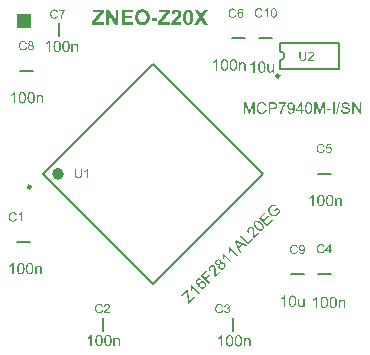
<source format=gto>
G04 Layer_Color=65535*
%FSLAX44Y44*%
%MOMM*%
G71*
G01*
G75*
%ADD16C,0.5000*%
%ADD17C,0.2000*%
%ADD22C,0.2500*%
%ADD23R,1.2500X1.2750*%
G36*
X-123067Y69375D02*
X-122887Y69347D01*
X-122679Y69305D01*
X-122457Y69250D01*
X-122221Y69180D01*
X-122000Y69070D01*
X-121986D01*
X-121972Y69056D01*
X-121903Y69014D01*
X-121791Y68945D01*
X-121653Y68848D01*
X-121500Y68709D01*
X-121334Y68556D01*
X-121181Y68376D01*
X-121029Y68168D01*
X-121015Y68140D01*
X-120959Y68071D01*
X-120904Y67946D01*
X-120807Y67766D01*
X-120724Y67558D01*
X-120613Y67322D01*
X-120516Y67045D01*
X-120432Y66740D01*
Y66726D01*
X-120419Y66698D01*
X-120405Y66656D01*
X-120391Y66587D01*
X-120377Y66504D01*
X-120363Y66407D01*
X-120335Y66282D01*
X-120322Y66143D01*
X-120294Y65991D01*
X-120280Y65824D01*
X-120266Y65630D01*
X-120238Y65436D01*
X-120224Y65214D01*
Y64992D01*
X-120211Y64743D01*
Y64479D01*
Y64465D01*
Y64410D01*
Y64313D01*
Y64202D01*
X-120224Y64049D01*
Y63883D01*
X-120238Y63703D01*
X-120252Y63508D01*
X-120294Y63064D01*
X-120363Y62607D01*
X-120446Y62163D01*
X-120502Y61955D01*
X-120571Y61747D01*
Y61733D01*
X-120585Y61705D01*
X-120613Y61650D01*
X-120640Y61581D01*
X-120668Y61483D01*
X-120724Y61386D01*
X-120835Y61151D01*
X-120973Y60901D01*
X-121154Y60624D01*
X-121362Y60374D01*
X-121611Y60138D01*
X-121625D01*
X-121639Y60111D01*
X-121681Y60083D01*
X-121736Y60055D01*
X-121805Y60013D01*
X-121875Y59958D01*
X-122083Y59861D01*
X-122332Y59764D01*
X-122624Y59667D01*
X-122970Y59611D01*
X-123345Y59584D01*
X-123483D01*
X-123581Y59597D01*
X-123692Y59611D01*
X-123830Y59639D01*
X-123983Y59667D01*
X-124149Y59708D01*
X-124316Y59764D01*
X-124496Y59819D01*
X-124676Y59903D01*
X-124856Y60000D01*
X-125037Y60111D01*
X-125217Y60249D01*
X-125383Y60402D01*
X-125536Y60568D01*
X-125550Y60582D01*
X-125578Y60624D01*
X-125619Y60693D01*
X-125688Y60804D01*
X-125758Y60929D01*
X-125827Y61095D01*
X-125924Y61289D01*
X-126007Y61511D01*
X-126091Y61761D01*
X-126174Y62052D01*
X-126257Y62371D01*
X-126327Y62732D01*
X-126396Y63120D01*
X-126437Y63536D01*
X-126465Y63994D01*
X-126479Y64479D01*
Y64493D01*
Y64549D01*
Y64646D01*
Y64756D01*
X-126465Y64909D01*
Y65075D01*
X-126451Y65256D01*
X-126437Y65464D01*
X-126396Y65894D01*
X-126327Y66351D01*
X-126243Y66809D01*
X-126188Y67017D01*
X-126132Y67225D01*
Y67239D01*
X-126118Y67267D01*
X-126091Y67322D01*
X-126063Y67392D01*
X-126035Y67489D01*
X-125980Y67586D01*
X-125869Y67821D01*
X-125730Y68071D01*
X-125550Y68334D01*
X-125342Y68598D01*
X-125092Y68820D01*
X-125078D01*
X-125064Y68848D01*
X-125023Y68875D01*
X-124967Y68903D01*
X-124898Y68959D01*
X-124815Y69000D01*
X-124607Y69111D01*
X-124357Y69208D01*
X-124066Y69305D01*
X-123719Y69361D01*
X-123345Y69388D01*
X-123220D01*
X-123067Y69375D01*
D02*
G37*
G36*
X-130529D02*
X-130348Y69347D01*
X-130140Y69305D01*
X-129918Y69250D01*
X-129683Y69180D01*
X-129461Y69070D01*
X-129447D01*
X-129433Y69056D01*
X-129364Y69014D01*
X-129253Y68945D01*
X-129114Y68848D01*
X-128961Y68709D01*
X-128795Y68556D01*
X-128643Y68376D01*
X-128490Y68168D01*
X-128476Y68140D01*
X-128421Y68071D01*
X-128365Y67946D01*
X-128268Y67766D01*
X-128185Y67558D01*
X-128074Y67322D01*
X-127977Y67045D01*
X-127894Y66740D01*
Y66726D01*
X-127880Y66698D01*
X-127866Y66656D01*
X-127852Y66587D01*
X-127838Y66504D01*
X-127824Y66407D01*
X-127796Y66282D01*
X-127783Y66143D01*
X-127755Y65991D01*
X-127741Y65824D01*
X-127727Y65630D01*
X-127699Y65436D01*
X-127686Y65214D01*
Y64992D01*
X-127672Y64743D01*
Y64479D01*
Y64465D01*
Y64410D01*
Y64313D01*
Y64202D01*
X-127686Y64049D01*
Y63883D01*
X-127699Y63703D01*
X-127713Y63508D01*
X-127755Y63064D01*
X-127824Y62607D01*
X-127907Y62163D01*
X-127963Y61955D01*
X-128032Y61747D01*
Y61733D01*
X-128046Y61705D01*
X-128074Y61650D01*
X-128102Y61581D01*
X-128129Y61483D01*
X-128185Y61386D01*
X-128296Y61151D01*
X-128434Y60901D01*
X-128615Y60624D01*
X-128823Y60374D01*
X-129072Y60138D01*
X-129086D01*
X-129100Y60111D01*
X-129142Y60083D01*
X-129197Y60055D01*
X-129267Y60013D01*
X-129336Y59958D01*
X-129544Y59861D01*
X-129794Y59764D01*
X-130085Y59667D01*
X-130431Y59611D01*
X-130806Y59584D01*
X-130945D01*
X-131042Y59597D01*
X-131153Y59611D01*
X-131291Y59639D01*
X-131444Y59667D01*
X-131610Y59708D01*
X-131777Y59764D01*
X-131957Y59819D01*
X-132137Y59903D01*
X-132318Y60000D01*
X-132498Y60111D01*
X-132678Y60249D01*
X-132845Y60402D01*
X-132997Y60568D01*
X-133011Y60582D01*
X-133039Y60624D01*
X-133080Y60693D01*
X-133150Y60804D01*
X-133219Y60929D01*
X-133288Y61095D01*
X-133385Y61289D01*
X-133469Y61511D01*
X-133552Y61761D01*
X-133635Y62052D01*
X-133718Y62371D01*
X-133788Y62732D01*
X-133857Y63120D01*
X-133899Y63536D01*
X-133926Y63994D01*
X-133940Y64479D01*
Y64493D01*
Y64549D01*
Y64646D01*
Y64756D01*
X-133926Y64909D01*
Y65075D01*
X-133912Y65256D01*
X-133899Y65464D01*
X-133857Y65894D01*
X-133788Y66351D01*
X-133705Y66809D01*
X-133649Y67017D01*
X-133594Y67225D01*
Y67239D01*
X-133580Y67267D01*
X-133552Y67322D01*
X-133524Y67392D01*
X-133497Y67489D01*
X-133441Y67586D01*
X-133330Y67821D01*
X-133191Y68071D01*
X-133011Y68334D01*
X-132803Y68598D01*
X-132553Y68820D01*
X-132540D01*
X-132526Y68848D01*
X-132484Y68875D01*
X-132429Y68903D01*
X-132359Y68959D01*
X-132276Y69000D01*
X-132068Y69111D01*
X-131818Y69208D01*
X-131527Y69305D01*
X-131180Y69361D01*
X-130806Y69388D01*
X-130681D01*
X-130529Y69375D01*
D02*
G37*
G36*
X-129943Y112553D02*
X-129843Y112542D01*
X-129721Y112531D01*
X-129599Y112520D01*
X-129454Y112487D01*
X-129155Y112420D01*
X-128822Y112320D01*
X-128655Y112254D01*
X-128500Y112176D01*
X-128344Y112076D01*
X-128189Y111976D01*
X-128178Y111965D01*
X-128156Y111954D01*
X-128111Y111920D01*
X-128056Y111865D01*
X-128000Y111810D01*
X-127923Y111732D01*
X-127845Y111643D01*
X-127756Y111554D01*
X-127667Y111443D01*
X-127578Y111310D01*
X-127479Y111177D01*
X-127390Y111032D01*
X-127312Y110866D01*
X-127223Y110700D01*
X-127157Y110522D01*
X-127090Y110322D01*
X-128089Y110089D01*
Y110100D01*
X-128100Y110122D01*
X-128122Y110167D01*
X-128145Y110222D01*
X-128167Y110289D01*
X-128200Y110378D01*
X-128289Y110555D01*
X-128400Y110755D01*
X-128533Y110955D01*
X-128700Y111144D01*
X-128877Y111310D01*
X-128899Y111332D01*
X-128966Y111377D01*
X-129077Y111432D01*
X-129221Y111510D01*
X-129410Y111576D01*
X-129621Y111643D01*
X-129876Y111687D01*
X-130154Y111699D01*
X-130243D01*
X-130298Y111687D01*
X-130376D01*
X-130464Y111676D01*
X-130675Y111643D01*
X-130908Y111599D01*
X-131153Y111521D01*
X-131408Y111410D01*
X-131641Y111266D01*
X-131652D01*
X-131663Y111243D01*
X-131741Y111188D01*
X-131841Y111099D01*
X-131963Y110966D01*
X-132107Y110799D01*
X-132240Y110611D01*
X-132362Y110378D01*
X-132473Y110122D01*
Y110111D01*
X-132485Y110089D01*
X-132496Y110056D01*
X-132507Y110000D01*
X-132529Y109934D01*
X-132551Y109856D01*
X-132584Y109667D01*
X-132629Y109445D01*
X-132673Y109201D01*
X-132696Y108935D01*
X-132707Y108646D01*
Y108635D01*
Y108602D01*
Y108546D01*
Y108479D01*
X-132696Y108402D01*
Y108302D01*
X-132684Y108191D01*
X-132673Y108069D01*
X-132640Y107802D01*
X-132584Y107514D01*
X-132518Y107225D01*
X-132429Y106937D01*
Y106926D01*
X-132418Y106903D01*
X-132396Y106870D01*
X-132374Y106815D01*
X-132307Y106681D01*
X-132207Y106526D01*
X-132085Y106348D01*
X-131930Y106160D01*
X-131752Y105993D01*
X-131541Y105838D01*
X-131530D01*
X-131508Y105827D01*
X-131475Y105805D01*
X-131430Y105782D01*
X-131375Y105760D01*
X-131308Y105727D01*
X-131153Y105660D01*
X-130953Y105594D01*
X-130731Y105538D01*
X-130487Y105494D01*
X-130231Y105483D01*
X-130154D01*
X-130087Y105494D01*
X-130009D01*
X-129932Y105505D01*
X-129732Y105549D01*
X-129499Y105605D01*
X-129266Y105694D01*
X-129022Y105816D01*
X-128899Y105882D01*
X-128788Y105971D01*
X-128777Y105982D01*
X-128766Y105993D01*
X-128733Y106026D01*
X-128688Y106060D01*
X-128644Y106115D01*
X-128589Y106182D01*
X-128522Y106249D01*
X-128467Y106337D01*
X-128400Y106437D01*
X-128322Y106548D01*
X-128256Y106659D01*
X-128189Y106792D01*
X-128133Y106937D01*
X-128078Y107092D01*
X-128022Y107259D01*
X-127978Y107436D01*
X-126957Y107181D01*
Y107170D01*
X-126968Y107125D01*
X-126990Y107059D01*
X-127023Y106970D01*
X-127057Y106870D01*
X-127101Y106748D01*
X-127157Y106615D01*
X-127223Y106470D01*
X-127379Y106160D01*
X-127578Y105849D01*
X-127701Y105694D01*
X-127823Y105538D01*
X-127956Y105405D01*
X-128111Y105272D01*
X-128122Y105261D01*
X-128145Y105238D01*
X-128200Y105216D01*
X-128256Y105172D01*
X-128344Y105116D01*
X-128433Y105061D01*
X-128555Y105005D01*
X-128677Y104950D01*
X-128822Y104883D01*
X-128977Y104828D01*
X-129144Y104772D01*
X-129321Y104717D01*
X-129510Y104672D01*
X-129710Y104650D01*
X-129921Y104628D01*
X-130143Y104617D01*
X-130265D01*
X-130353Y104628D01*
X-130453D01*
X-130576Y104639D01*
X-130709Y104661D01*
X-130864Y104683D01*
X-131186Y104739D01*
X-131519Y104828D01*
X-131852Y104950D01*
X-132007Y105028D01*
X-132163Y105116D01*
X-132174Y105127D01*
X-132196Y105139D01*
X-132240Y105172D01*
X-132285Y105216D01*
X-132351Y105261D01*
X-132429Y105327D01*
X-132518Y105405D01*
X-132607Y105494D01*
X-132696Y105594D01*
X-132795Y105694D01*
X-132995Y105949D01*
X-133184Y106249D01*
X-133350Y106581D01*
Y106593D01*
X-133373Y106626D01*
X-133384Y106681D01*
X-133417Y106748D01*
X-133439Y106837D01*
X-133472Y106948D01*
X-133517Y107070D01*
X-133550Y107203D01*
X-133583Y107347D01*
X-133628Y107514D01*
X-133683Y107858D01*
X-133728Y108246D01*
X-133750Y108646D01*
Y108657D01*
Y108701D01*
Y108768D01*
X-133739Y108846D01*
Y108957D01*
X-133728Y109068D01*
X-133717Y109212D01*
X-133694Y109356D01*
X-133639Y109678D01*
X-133561Y110034D01*
X-133450Y110389D01*
X-133295Y110733D01*
X-133284Y110744D01*
X-133273Y110777D01*
X-133251Y110822D01*
X-133206Y110877D01*
X-133162Y110955D01*
X-133106Y111044D01*
X-132962Y111243D01*
X-132773Y111465D01*
X-132551Y111687D01*
X-132296Y111909D01*
X-131996Y112098D01*
X-131985Y112109D01*
X-131952Y112120D01*
X-131907Y112142D01*
X-131852Y112176D01*
X-131763Y112209D01*
X-131674Y112242D01*
X-131563Y112287D01*
X-131441Y112331D01*
X-131308Y112376D01*
X-131164Y112420D01*
X-130853Y112487D01*
X-130498Y112542D01*
X-130132Y112564D01*
X-130021D01*
X-129943Y112553D01*
D02*
G37*
G36*
X-136964Y59750D02*
X-138142D01*
Y67253D01*
X-138156Y67239D01*
X-138226Y67183D01*
X-138309Y67100D01*
X-138448Y67003D01*
X-138600Y66878D01*
X-138794Y66740D01*
X-139016Y66587D01*
X-139266Y66435D01*
X-139280D01*
X-139293Y66421D01*
X-139377Y66365D01*
X-139515Y66296D01*
X-139682Y66213D01*
X-139876Y66116D01*
X-140084Y66019D01*
X-140292Y65921D01*
X-140500Y65838D01*
Y66975D01*
X-140486D01*
X-140458Y67003D01*
X-140403Y67017D01*
X-140334Y67059D01*
X-140250Y67100D01*
X-140153Y67156D01*
X-139917Y67294D01*
X-139640Y67447D01*
X-139363Y67641D01*
X-139072Y67863D01*
X-138780Y68099D01*
X-138766Y68113D01*
X-138753Y68127D01*
X-138711Y68168D01*
X-138656Y68210D01*
X-138531Y68348D01*
X-138364Y68515D01*
X-138198Y68709D01*
X-138018Y68931D01*
X-137865Y69153D01*
X-137726Y69388D01*
X-136964D01*
Y59750D01*
D02*
G37*
G36*
X-103443Y139303D02*
X-103343Y139292D01*
X-103221Y139281D01*
X-103099Y139270D01*
X-102954Y139237D01*
X-102655Y139170D01*
X-102322Y139070D01*
X-102155Y139003D01*
X-102000Y138926D01*
X-101844Y138826D01*
X-101689Y138726D01*
X-101678Y138715D01*
X-101656Y138704D01*
X-101611Y138671D01*
X-101556Y138615D01*
X-101500Y138560D01*
X-101423Y138482D01*
X-101345Y138393D01*
X-101256Y138304D01*
X-101167Y138193D01*
X-101079Y138060D01*
X-100979Y137927D01*
X-100890Y137782D01*
X-100812Y137616D01*
X-100723Y137450D01*
X-100657Y137272D01*
X-100590Y137072D01*
X-101589Y136839D01*
Y136850D01*
X-101600Y136872D01*
X-101622Y136917D01*
X-101645Y136972D01*
X-101667Y137039D01*
X-101700Y137128D01*
X-101789Y137305D01*
X-101900Y137505D01*
X-102033Y137705D01*
X-102200Y137893D01*
X-102377Y138060D01*
X-102399Y138082D01*
X-102466Y138127D01*
X-102577Y138182D01*
X-102721Y138260D01*
X-102910Y138326D01*
X-103121Y138393D01*
X-103376Y138437D01*
X-103654Y138448D01*
X-103743D01*
X-103798Y138437D01*
X-103876D01*
X-103965Y138426D01*
X-104175Y138393D01*
X-104409Y138349D01*
X-104653Y138271D01*
X-104908Y138160D01*
X-105141Y138016D01*
X-105152D01*
X-105163Y137993D01*
X-105241Y137938D01*
X-105341Y137849D01*
X-105463Y137716D01*
X-105607Y137549D01*
X-105740Y137361D01*
X-105863Y137128D01*
X-105974Y136872D01*
Y136861D01*
X-105985Y136839D01*
X-105996Y136806D01*
X-106007Y136750D01*
X-106029Y136684D01*
X-106051Y136606D01*
X-106084Y136417D01*
X-106129Y136195D01*
X-106173Y135951D01*
X-106195Y135685D01*
X-106207Y135396D01*
Y135385D01*
Y135352D01*
Y135296D01*
Y135230D01*
X-106195Y135152D01*
Y135052D01*
X-106184Y134941D01*
X-106173Y134819D01*
X-106140Y134552D01*
X-106084Y134264D01*
X-106018Y133975D01*
X-105929Y133687D01*
Y133676D01*
X-105918Y133653D01*
X-105896Y133620D01*
X-105874Y133565D01*
X-105807Y133431D01*
X-105707Y133276D01*
X-105585Y133098D01*
X-105430Y132910D01*
X-105252Y132743D01*
X-105041Y132588D01*
X-105030D01*
X-105008Y132577D01*
X-104974Y132555D01*
X-104930Y132532D01*
X-104875Y132510D01*
X-104808Y132477D01*
X-104653Y132410D01*
X-104453Y132344D01*
X-104231Y132288D01*
X-103987Y132244D01*
X-103731Y132233D01*
X-103654D01*
X-103587Y132244D01*
X-103509D01*
X-103432Y132255D01*
X-103232Y132299D01*
X-102999Y132355D01*
X-102766Y132444D01*
X-102521Y132566D01*
X-102399Y132632D01*
X-102288Y132721D01*
X-102277Y132732D01*
X-102266Y132743D01*
X-102233Y132776D01*
X-102189Y132810D01*
X-102144Y132865D01*
X-102089Y132932D01*
X-102022Y132999D01*
X-101966Y133087D01*
X-101900Y133187D01*
X-101822Y133298D01*
X-101756Y133409D01*
X-101689Y133542D01*
X-101634Y133687D01*
X-101578Y133842D01*
X-101523Y134009D01*
X-101478Y134186D01*
X-100457Y133931D01*
Y133920D01*
X-100468Y133875D01*
X-100490Y133809D01*
X-100524Y133720D01*
X-100557Y133620D01*
X-100601Y133498D01*
X-100657Y133365D01*
X-100723Y133221D01*
X-100879Y132910D01*
X-101079Y132599D01*
X-101201Y132444D01*
X-101323Y132288D01*
X-101456Y132155D01*
X-101611Y132022D01*
X-101622Y132011D01*
X-101645Y131988D01*
X-101700Y131966D01*
X-101756Y131922D01*
X-101844Y131866D01*
X-101933Y131811D01*
X-102055Y131755D01*
X-102177Y131700D01*
X-102322Y131633D01*
X-102477Y131578D01*
X-102644Y131522D01*
X-102821Y131467D01*
X-103010Y131422D01*
X-103210Y131400D01*
X-103421Y131378D01*
X-103643Y131367D01*
X-103765D01*
X-103854Y131378D01*
X-103953D01*
X-104075Y131389D01*
X-104209Y131411D01*
X-104364Y131433D01*
X-104686Y131489D01*
X-105019Y131578D01*
X-105352Y131700D01*
X-105507Y131777D01*
X-105663Y131866D01*
X-105674Y131877D01*
X-105696Y131889D01*
X-105740Y131922D01*
X-105785Y131966D01*
X-105851Y132011D01*
X-105929Y132077D01*
X-106018Y132155D01*
X-106107Y132244D01*
X-106195Y132344D01*
X-106295Y132444D01*
X-106495Y132699D01*
X-106684Y132999D01*
X-106850Y133331D01*
Y133343D01*
X-106873Y133376D01*
X-106884Y133431D01*
X-106917Y133498D01*
X-106939Y133587D01*
X-106973Y133698D01*
X-107017Y133820D01*
X-107050Y133953D01*
X-107084Y134097D01*
X-107128Y134264D01*
X-107183Y134608D01*
X-107228Y134996D01*
X-107250Y135396D01*
Y135407D01*
Y135451D01*
Y135518D01*
X-107239Y135596D01*
Y135707D01*
X-107228Y135818D01*
X-107217Y135962D01*
X-107194Y136106D01*
X-107139Y136428D01*
X-107061Y136784D01*
X-106950Y137139D01*
X-106795Y137483D01*
X-106784Y137494D01*
X-106773Y137527D01*
X-106750Y137572D01*
X-106706Y137627D01*
X-106662Y137705D01*
X-106606Y137794D01*
X-106462Y137993D01*
X-106273Y138215D01*
X-106051Y138437D01*
X-105796Y138659D01*
X-105496Y138848D01*
X-105485Y138859D01*
X-105452Y138870D01*
X-105407Y138892D01*
X-105352Y138926D01*
X-105263Y138959D01*
X-105174Y138992D01*
X-105063Y139037D01*
X-104941Y139081D01*
X-104808Y139126D01*
X-104664Y139170D01*
X-104353Y139237D01*
X-103998Y139292D01*
X-103631Y139314D01*
X-103520D01*
X-103443Y139303D01*
D02*
G37*
G36*
X-94552Y138337D02*
X-94563Y138326D01*
X-94585Y138304D01*
X-94629Y138260D01*
X-94674Y138193D01*
X-94740Y138116D01*
X-94829Y138027D01*
X-94918Y137916D01*
X-95018Y137782D01*
X-95118Y137649D01*
X-95240Y137494D01*
X-95362Y137316D01*
X-95484Y137139D01*
X-95617Y136939D01*
X-95751Y136728D01*
X-95884Y136495D01*
X-96017Y136262D01*
X-96028Y136251D01*
X-96050Y136206D01*
X-96084Y136140D01*
X-96139Y136040D01*
X-96195Y135918D01*
X-96261Y135785D01*
X-96339Y135629D01*
X-96417Y135451D01*
X-96505Y135252D01*
X-96605Y135052D01*
X-96694Y134830D01*
X-96783Y134597D01*
X-96960Y134120D01*
X-97127Y133609D01*
Y133598D01*
X-97138Y133565D01*
X-97149Y133509D01*
X-97171Y133442D01*
X-97194Y133354D01*
X-97216Y133243D01*
X-97249Y133121D01*
X-97271Y132987D01*
X-97305Y132832D01*
X-97338Y132666D01*
X-97393Y132310D01*
X-97449Y131922D01*
X-97482Y131500D01*
X-98448D01*
Y131511D01*
Y131544D01*
Y131589D01*
X-98437Y131655D01*
Y131744D01*
X-98426Y131855D01*
X-98415Y131977D01*
X-98404Y132111D01*
X-98381Y132266D01*
X-98359Y132421D01*
X-98326Y132610D01*
X-98293Y132799D01*
X-98259Y132999D01*
X-98215Y133221D01*
X-98104Y133676D01*
Y133687D01*
X-98093Y133731D01*
X-98070Y133798D01*
X-98037Y133897D01*
X-98004Y134009D01*
X-97959Y134142D01*
X-97915Y134297D01*
X-97849Y134464D01*
X-97782Y134652D01*
X-97715Y134841D01*
X-97549Y135263D01*
X-97349Y135707D01*
X-97127Y136151D01*
X-97116Y136162D01*
X-97094Y136206D01*
X-97060Y136262D01*
X-97016Y136351D01*
X-96960Y136451D01*
X-96883Y136573D01*
X-96805Y136706D01*
X-96716Y136850D01*
X-96505Y137172D01*
X-96283Y137505D01*
X-96028Y137849D01*
X-95762Y138171D01*
X-99524D01*
Y139081D01*
X-94552D01*
Y138337D01*
D02*
G37*
G36*
X-115204Y66851D02*
X-115051Y66837D01*
X-114871Y66809D01*
X-114677Y66767D01*
X-114469Y66712D01*
X-114275Y66629D01*
X-114247Y66615D01*
X-114192Y66587D01*
X-114095Y66546D01*
X-113984Y66476D01*
X-113845Y66393D01*
X-113720Y66282D01*
X-113595Y66171D01*
X-113484Y66032D01*
X-113470Y66019D01*
X-113443Y65963D01*
X-113401Y65894D01*
X-113332Y65797D01*
X-113276Y65658D01*
X-113221Y65519D01*
X-113152Y65353D01*
X-113110Y65173D01*
Y65159D01*
X-113096Y65103D01*
X-113082Y65020D01*
X-113068Y64909D01*
Y64743D01*
X-113054Y64549D01*
X-113041Y64313D01*
Y64022D01*
Y59750D01*
X-114219D01*
Y63966D01*
Y63980D01*
Y63994D01*
Y64091D01*
Y64216D01*
X-114233Y64368D01*
X-114247Y64549D01*
X-114275Y64729D01*
X-114317Y64895D01*
X-114358Y65048D01*
Y65062D01*
X-114386Y65103D01*
X-114427Y65173D01*
X-114469Y65256D01*
X-114538Y65339D01*
X-114622Y65436D01*
X-114733Y65533D01*
X-114857Y65616D01*
X-114871Y65630D01*
X-114913Y65658D01*
X-114996Y65686D01*
X-115093Y65727D01*
X-115204Y65769D01*
X-115343Y65810D01*
X-115509Y65824D01*
X-115676Y65838D01*
X-115745D01*
X-115800Y65824D01*
X-115939Y65810D01*
X-116119Y65783D01*
X-116313Y65713D01*
X-116535Y65630D01*
X-116757Y65519D01*
X-116965Y65353D01*
X-116993Y65325D01*
X-117049Y65256D01*
X-117090Y65200D01*
X-117132Y65131D01*
X-117187Y65048D01*
X-117229Y64951D01*
X-117284Y64840D01*
X-117340Y64701D01*
X-117381Y64549D01*
X-117423Y64382D01*
X-117451Y64202D01*
X-117479Y64008D01*
X-117506Y63772D01*
Y63536D01*
Y59750D01*
X-118685D01*
Y66712D01*
X-117631D01*
Y65713D01*
X-117617Y65727D01*
X-117589Y65769D01*
X-117548Y65824D01*
X-117492Y65894D01*
X-117409Y65977D01*
X-117312Y66074D01*
X-117201Y66185D01*
X-117062Y66296D01*
X-116924Y66393D01*
X-116757Y66504D01*
X-116577Y66601D01*
X-116383Y66684D01*
X-116161Y66754D01*
X-115939Y66809D01*
X-115689Y66851D01*
X-115426Y66865D01*
X-115315D01*
X-115204Y66851D01*
D02*
G37*
G36*
X99557Y-59947D02*
X99657Y-59958D01*
X99779Y-59969D01*
X99901Y-59980D01*
X100046Y-60013D01*
X100345Y-60080D01*
X100678Y-60180D01*
X100845Y-60247D01*
X101000Y-60324D01*
X101156Y-60424D01*
X101311Y-60524D01*
X101322Y-60535D01*
X101344Y-60546D01*
X101389Y-60580D01*
X101444Y-60635D01*
X101500Y-60690D01*
X101577Y-60768D01*
X101655Y-60857D01*
X101744Y-60946D01*
X101833Y-61057D01*
X101922Y-61190D01*
X102021Y-61323D01*
X102110Y-61467D01*
X102188Y-61634D01*
X102277Y-61800D01*
X102343Y-61978D01*
X102410Y-62178D01*
X101411Y-62411D01*
Y-62400D01*
X101400Y-62378D01*
X101378Y-62333D01*
X101355Y-62278D01*
X101333Y-62211D01*
X101300Y-62122D01*
X101211Y-61945D01*
X101100Y-61745D01*
X100967Y-61545D01*
X100800Y-61357D01*
X100623Y-61190D01*
X100601Y-61168D01*
X100534Y-61123D01*
X100423Y-61068D01*
X100279Y-60990D01*
X100090Y-60924D01*
X99879Y-60857D01*
X99624Y-60813D01*
X99346Y-60802D01*
X99257D01*
X99202Y-60813D01*
X99124D01*
X99036Y-60824D01*
X98825Y-60857D01*
X98591Y-60901D01*
X98347Y-60979D01*
X98092Y-61090D01*
X97859Y-61234D01*
X97848D01*
X97837Y-61257D01*
X97759Y-61312D01*
X97659Y-61401D01*
X97537Y-61534D01*
X97393Y-61701D01*
X97260Y-61889D01*
X97137Y-62122D01*
X97027Y-62378D01*
Y-62389D01*
X97015Y-62411D01*
X97004Y-62444D01*
X96993Y-62500D01*
X96971Y-62566D01*
X96949Y-62644D01*
X96916Y-62833D01*
X96871Y-63055D01*
X96827Y-63299D01*
X96805Y-63565D01*
X96793Y-63854D01*
Y-63865D01*
Y-63898D01*
Y-63954D01*
Y-64021D01*
X96805Y-64098D01*
Y-64198D01*
X96816Y-64309D01*
X96827Y-64431D01*
X96860Y-64698D01*
X96916Y-64986D01*
X96982Y-65275D01*
X97071Y-65563D01*
Y-65574D01*
X97082Y-65597D01*
X97104Y-65630D01*
X97126Y-65685D01*
X97193Y-65819D01*
X97293Y-65974D01*
X97415Y-66152D01*
X97570Y-66340D01*
X97748Y-66507D01*
X97959Y-66662D01*
X97970D01*
X97992Y-66673D01*
X98026Y-66695D01*
X98070Y-66718D01*
X98125Y-66740D01*
X98192Y-66773D01*
X98347Y-66840D01*
X98547Y-66906D01*
X98769Y-66962D01*
X99013Y-67006D01*
X99269Y-67017D01*
X99346D01*
X99413Y-67006D01*
X99491D01*
X99568Y-66995D01*
X99768Y-66951D01*
X100001Y-66895D01*
X100234Y-66807D01*
X100478Y-66684D01*
X100601Y-66618D01*
X100712Y-66529D01*
X100723Y-66518D01*
X100734Y-66507D01*
X100767Y-66473D01*
X100812Y-66440D01*
X100856Y-66385D01*
X100911Y-66318D01*
X100978Y-66252D01*
X101033Y-66163D01*
X101100Y-66063D01*
X101178Y-65952D01*
X101244Y-65841D01*
X101311Y-65708D01*
X101367Y-65563D01*
X101422Y-65408D01*
X101477Y-65241D01*
X101522Y-65064D01*
X102543Y-65319D01*
Y-65330D01*
X102532Y-65375D01*
X102510Y-65441D01*
X102477Y-65530D01*
X102443Y-65630D01*
X102399Y-65752D01*
X102343Y-65885D01*
X102277Y-66030D01*
X102121Y-66340D01*
X101922Y-66651D01*
X101799Y-66807D01*
X101677Y-66962D01*
X101544Y-67095D01*
X101389Y-67228D01*
X101378Y-67239D01*
X101355Y-67262D01*
X101300Y-67284D01*
X101244Y-67328D01*
X101156Y-67384D01*
X101067Y-67439D01*
X100945Y-67495D01*
X100823Y-67550D01*
X100678Y-67617D01*
X100523Y-67672D01*
X100356Y-67728D01*
X100179Y-67783D01*
X99990Y-67828D01*
X99790Y-67850D01*
X99579Y-67872D01*
X99357Y-67883D01*
X99235D01*
X99146Y-67872D01*
X99047D01*
X98925Y-67861D01*
X98791Y-67839D01*
X98636Y-67817D01*
X98314Y-67761D01*
X97981Y-67672D01*
X97648Y-67550D01*
X97493Y-67473D01*
X97337Y-67384D01*
X97326Y-67373D01*
X97304Y-67361D01*
X97260Y-67328D01*
X97215Y-67284D01*
X97149Y-67239D01*
X97071Y-67173D01*
X96982Y-67095D01*
X96893Y-67006D01*
X96805Y-66906D01*
X96705Y-66807D01*
X96505Y-66551D01*
X96316Y-66252D01*
X96150Y-65918D01*
Y-65907D01*
X96127Y-65874D01*
X96116Y-65819D01*
X96083Y-65752D01*
X96061Y-65663D01*
X96027Y-65552D01*
X95983Y-65430D01*
X95950Y-65297D01*
X95917Y-65153D01*
X95872Y-64986D01*
X95817Y-64642D01*
X95772Y-64254D01*
X95750Y-63854D01*
Y-63843D01*
Y-63798D01*
Y-63732D01*
X95761Y-63654D01*
Y-63543D01*
X95772Y-63432D01*
X95783Y-63288D01*
X95806Y-63144D01*
X95861Y-62822D01*
X95939Y-62467D01*
X96050Y-62111D01*
X96205Y-61767D01*
X96216Y-61756D01*
X96227Y-61723D01*
X96250Y-61678D01*
X96294Y-61623D01*
X96338Y-61545D01*
X96394Y-61456D01*
X96538Y-61257D01*
X96727Y-61035D01*
X96949Y-60813D01*
X97204Y-60591D01*
X97504Y-60402D01*
X97515Y-60391D01*
X97548Y-60380D01*
X97593Y-60357D01*
X97648Y-60324D01*
X97737Y-60291D01*
X97826Y-60258D01*
X97937Y-60213D01*
X98059Y-60169D01*
X98192Y-60124D01*
X98336Y-60080D01*
X98647Y-60013D01*
X99002Y-59958D01*
X99368Y-59936D01*
X99480D01*
X99557Y-59947D01*
D02*
G37*
G36*
X105951Y-60047D02*
X106006D01*
X106084Y-60058D01*
X106273Y-60091D01*
X106483Y-60135D01*
X106717Y-60213D01*
X106950Y-60313D01*
X107183Y-60446D01*
X107194D01*
X107205Y-60469D01*
X107238Y-60491D01*
X107283Y-60524D01*
X107394Y-60613D01*
X107538Y-60735D01*
X107682Y-60901D01*
X107849Y-61101D01*
X107993Y-61334D01*
X108126Y-61601D01*
Y-61612D01*
X108137Y-61634D01*
X108160Y-61678D01*
X108182Y-61734D01*
X108204Y-61812D01*
X108237Y-61912D01*
X108259Y-62023D01*
X108293Y-62145D01*
X108326Y-62289D01*
X108359Y-62455D01*
X108382Y-62633D01*
X108404Y-62822D01*
X108426Y-63033D01*
X108448Y-63255D01*
X108459Y-63499D01*
Y-63754D01*
Y-63765D01*
Y-63821D01*
Y-63898D01*
Y-63998D01*
X108448Y-64120D01*
Y-64265D01*
X108437Y-64431D01*
X108415Y-64598D01*
X108382Y-64975D01*
X108326Y-65375D01*
X108248Y-65752D01*
X108193Y-65941D01*
X108137Y-66107D01*
Y-66118D01*
X108126Y-66140D01*
X108104Y-66185D01*
X108082Y-66252D01*
X108049Y-66318D01*
X108004Y-66407D01*
X107893Y-66596D01*
X107760Y-66807D01*
X107605Y-67028D01*
X107405Y-67239D01*
X107183Y-67428D01*
X107172D01*
X107149Y-67450D01*
X107116Y-67473D01*
X107072Y-67495D01*
X107005Y-67528D01*
X106939Y-67572D01*
X106850Y-67617D01*
X106761Y-67650D01*
X106550Y-67739D01*
X106295Y-67817D01*
X106017Y-67861D01*
X105707Y-67883D01*
X105618D01*
X105562Y-67872D01*
X105485D01*
X105396Y-67861D01*
X105185Y-67817D01*
X104952Y-67761D01*
X104707Y-67672D01*
X104463Y-67550D01*
X104341Y-67473D01*
X104230Y-67384D01*
X104219Y-67373D01*
X104208Y-67361D01*
X104175Y-67328D01*
X104141Y-67295D01*
X104097Y-67239D01*
X104042Y-67173D01*
X103931Y-67017D01*
X103820Y-66818D01*
X103709Y-66573D01*
X103620Y-66296D01*
X103553Y-65974D01*
X104463Y-65896D01*
Y-65907D01*
X104474Y-65930D01*
Y-65952D01*
X104486Y-65996D01*
X104519Y-66118D01*
X104563Y-66252D01*
X104619Y-66407D01*
X104696Y-66562D01*
X104785Y-66707D01*
X104896Y-66829D01*
X104907Y-66840D01*
X104952Y-66873D01*
X105029Y-66918D01*
X105118Y-66962D01*
X105240Y-67017D01*
X105385Y-67062D01*
X105551Y-67095D01*
X105729Y-67106D01*
X105806D01*
X105884Y-67095D01*
X105984Y-67084D01*
X106106Y-67062D01*
X106228Y-67028D01*
X106361Y-66984D01*
X106483Y-66918D01*
X106495Y-66906D01*
X106539Y-66884D01*
X106606Y-66840D01*
X106672Y-66773D01*
X106761Y-66695D01*
X106850Y-66607D01*
X106939Y-66507D01*
X107027Y-66385D01*
X107038Y-66374D01*
X107061Y-66318D01*
X107105Y-66240D01*
X107149Y-66140D01*
X107205Y-66007D01*
X107261Y-65852D01*
X107316Y-65674D01*
X107372Y-65475D01*
Y-65463D01*
X107383Y-65452D01*
Y-65419D01*
X107394Y-65375D01*
X107416Y-65264D01*
X107449Y-65119D01*
X107471Y-64942D01*
X107494Y-64753D01*
X107505Y-64542D01*
X107516Y-64320D01*
Y-64309D01*
Y-64276D01*
Y-64220D01*
Y-64131D01*
X107505Y-64154D01*
X107460Y-64209D01*
X107394Y-64287D01*
X107316Y-64398D01*
X107205Y-64509D01*
X107072Y-64631D01*
X106916Y-64753D01*
X106739Y-64864D01*
X106717Y-64875D01*
X106650Y-64908D01*
X106550Y-64953D01*
X106428Y-64997D01*
X106262Y-65053D01*
X106084Y-65097D01*
X105884Y-65131D01*
X105673Y-65142D01*
X105584D01*
X105518Y-65131D01*
X105429Y-65119D01*
X105340Y-65108D01*
X105229Y-65086D01*
X105118Y-65053D01*
X104863Y-64975D01*
X104730Y-64920D01*
X104597Y-64853D01*
X104452Y-64775D01*
X104319Y-64675D01*
X104186Y-64576D01*
X104064Y-64453D01*
X104053Y-64442D01*
X104030Y-64420D01*
X104008Y-64387D01*
X103964Y-64331D01*
X103908Y-64254D01*
X103853Y-64176D01*
X103797Y-64076D01*
X103742Y-63965D01*
X103675Y-63843D01*
X103620Y-63710D01*
X103564Y-63554D01*
X103509Y-63399D01*
X103464Y-63221D01*
X103442Y-63033D01*
X103420Y-62844D01*
X103409Y-62633D01*
Y-62622D01*
Y-62578D01*
Y-62522D01*
X103420Y-62444D01*
X103431Y-62344D01*
X103442Y-62222D01*
X103464Y-62100D01*
X103498Y-61956D01*
X103575Y-61667D01*
X103631Y-61512D01*
X103698Y-61345D01*
X103775Y-61190D01*
X103875Y-61046D01*
X103975Y-60890D01*
X104097Y-60757D01*
X104108Y-60746D01*
X104130Y-60724D01*
X104164Y-60690D01*
X104219Y-60646D01*
X104286Y-60591D01*
X104375Y-60524D01*
X104463Y-60469D01*
X104574Y-60391D01*
X104685Y-60324D01*
X104818Y-60269D01*
X105118Y-60147D01*
X105274Y-60102D01*
X105451Y-60069D01*
X105629Y-60047D01*
X105817Y-60036D01*
X105895D01*
X105951Y-60047D01*
D02*
G37*
G36*
X143122Y60750D02*
X143219D01*
X143483Y60722D01*
X143774Y60680D01*
X144079Y60611D01*
X144412Y60528D01*
X144717Y60417D01*
X144731D01*
X144759Y60403D01*
X144801Y60375D01*
X144856Y60347D01*
X144995Y60278D01*
X145175Y60153D01*
X145383Y60015D01*
X145591Y59834D01*
X145785Y59626D01*
X145965Y59390D01*
Y59377D01*
X145979Y59363D01*
X146007Y59321D01*
X146035Y59279D01*
X146104Y59141D01*
X146187Y58960D01*
X146284Y58739D01*
X146354Y58475D01*
X146423Y58198D01*
X146451Y57893D01*
X145230Y57796D01*
Y57809D01*
Y57837D01*
X145217Y57879D01*
X145203Y57948D01*
X145161Y58101D01*
X145106Y58309D01*
X145022Y58531D01*
X144898Y58752D01*
X144745Y58960D01*
X144551Y59155D01*
X144523Y59169D01*
X144454Y59224D01*
X144315Y59307D01*
X144135Y59390D01*
X143899Y59474D01*
X143622Y59557D01*
X143275Y59612D01*
X142887Y59626D01*
X142692D01*
X142609Y59612D01*
X142498Y59598D01*
X142249Y59571D01*
X141971Y59515D01*
X141694Y59446D01*
X141431Y59335D01*
X141320Y59266D01*
X141209Y59196D01*
X141181Y59182D01*
X141125Y59127D01*
X141042Y59030D01*
X140959Y58919D01*
X140862Y58766D01*
X140779Y58600D01*
X140723Y58406D01*
X140695Y58184D01*
Y58156D01*
Y58101D01*
X140709Y58004D01*
X140737Y57893D01*
X140779Y57754D01*
X140848Y57615D01*
X140931Y57477D01*
X141056Y57338D01*
X141070Y57324D01*
X141139Y57282D01*
X141195Y57241D01*
X141250Y57213D01*
X141333Y57171D01*
X141431Y57116D01*
X141555Y57074D01*
X141694Y57019D01*
X141847Y56963D01*
X142027Y56894D01*
X142221Y56839D01*
X142443Y56769D01*
X142692Y56714D01*
X142970Y56644D01*
X142984D01*
X143039Y56631D01*
X143122Y56617D01*
X143219Y56589D01*
X143344Y56561D01*
X143497Y56520D01*
X143649Y56478D01*
X143816Y56436D01*
X144176Y56339D01*
X144523Y56242D01*
X144690Y56187D01*
X144842Y56131D01*
X144981Y56090D01*
X145092Y56034D01*
X145106D01*
X145133Y56020D01*
X145175Y55993D01*
X145230Y55965D01*
X145383Y55882D01*
X145563Y55771D01*
X145771Y55618D01*
X145979Y55452D01*
X146173Y55258D01*
X146340Y55050D01*
X146354Y55022D01*
X146409Y54953D01*
X146465Y54828D01*
X146548Y54661D01*
X146617Y54467D01*
X146687Y54231D01*
X146728Y53968D01*
X146742Y53691D01*
Y53677D01*
Y53663D01*
Y53621D01*
Y53566D01*
X146714Y53413D01*
X146687Y53219D01*
X146631Y52997D01*
X146562Y52761D01*
X146451Y52512D01*
X146298Y52248D01*
Y52234D01*
X146284Y52220D01*
X146215Y52137D01*
X146118Y52012D01*
X145979Y51874D01*
X145799Y51707D01*
X145577Y51527D01*
X145328Y51361D01*
X145036Y51208D01*
X145022D01*
X144995Y51194D01*
X144953Y51180D01*
X144898Y51153D01*
X144814Y51125D01*
X144717Y51083D01*
X144495Y51028D01*
X144232Y50958D01*
X143913Y50889D01*
X143566Y50847D01*
X143192Y50834D01*
X142970D01*
X142859Y50847D01*
X142734D01*
X142595Y50861D01*
X142429Y50875D01*
X142082Y50931D01*
X141722Y50986D01*
X141361Y51083D01*
X141014Y51208D01*
X141000D01*
X140973Y51222D01*
X140931Y51250D01*
X140876Y51277D01*
X140709Y51361D01*
X140515Y51485D01*
X140293Y51652D01*
X140057Y51846D01*
X139836Y52082D01*
X139628Y52345D01*
Y52359D01*
X139600Y52387D01*
X139586Y52428D01*
X139544Y52484D01*
X139517Y52553D01*
X139475Y52636D01*
X139378Y52845D01*
X139281Y53108D01*
X139198Y53399D01*
X139142Y53732D01*
X139114Y54079D01*
X140307Y54190D01*
Y54176D01*
Y54162D01*
X140321Y54120D01*
Y54065D01*
X140349Y53940D01*
X140390Y53760D01*
X140446Y53580D01*
X140501Y53372D01*
X140598Y53177D01*
X140695Y52997D01*
X140709Y52983D01*
X140751Y52928D01*
X140820Y52831D01*
X140931Y52733D01*
X141070Y52609D01*
X141222Y52484D01*
X141431Y52359D01*
X141652Y52248D01*
X141666D01*
X141680Y52234D01*
X141722Y52220D01*
X141763Y52207D01*
X141902Y52165D01*
X142082Y52109D01*
X142304Y52054D01*
X142554Y52012D01*
X142831Y51985D01*
X143136Y51971D01*
X143261D01*
X143400Y51985D01*
X143566Y51999D01*
X143760Y52026D01*
X143982Y52054D01*
X144204Y52109D01*
X144412Y52179D01*
X144440Y52193D01*
X144509Y52220D01*
X144606Y52276D01*
X144731Y52331D01*
X144856Y52428D01*
X144995Y52526D01*
X145133Y52636D01*
X145244Y52775D01*
X145258Y52789D01*
X145286Y52845D01*
X145328Y52914D01*
X145383Y53025D01*
X145438Y53136D01*
X145480Y53274D01*
X145508Y53427D01*
X145522Y53593D01*
Y53607D01*
Y53677D01*
X145508Y53760D01*
X145494Y53871D01*
X145452Y53982D01*
X145411Y54120D01*
X145341Y54259D01*
X145244Y54384D01*
X145230Y54398D01*
X145189Y54439D01*
X145133Y54495D01*
X145036Y54578D01*
X144925Y54661D01*
X144773Y54758D01*
X144592Y54855D01*
X144384Y54939D01*
X144371Y54953D01*
X144301Y54966D01*
X144190Y55008D01*
X144121Y55022D01*
X144024Y55050D01*
X143927Y55091D01*
X143802Y55119D01*
X143663Y55160D01*
X143497Y55202D01*
X143330Y55244D01*
X143136Y55299D01*
X142914Y55355D01*
X142679Y55410D01*
X142665D01*
X142623Y55424D01*
X142554Y55438D01*
X142471Y55466D01*
X142360Y55493D01*
X142235Y55521D01*
X141958Y55604D01*
X141652Y55701D01*
X141333Y55799D01*
X141056Y55896D01*
X140931Y55951D01*
X140820Y56006D01*
X140806D01*
X140793Y56020D01*
X140709Y56076D01*
X140584Y56145D01*
X140446Y56256D01*
X140279Y56381D01*
X140113Y56533D01*
X139946Y56714D01*
X139808Y56908D01*
X139794Y56936D01*
X139752Y57005D01*
X139697Y57116D01*
X139641Y57255D01*
X139586Y57435D01*
X139530Y57643D01*
X139489Y57865D01*
X139475Y58101D01*
Y58115D01*
Y58128D01*
Y58170D01*
Y58225D01*
X139503Y58364D01*
X139530Y58544D01*
X139572Y58752D01*
X139641Y58988D01*
X139739Y59224D01*
X139877Y59460D01*
Y59474D01*
X139891Y59488D01*
X139960Y59571D01*
X140057Y59682D01*
X140182Y59820D01*
X140349Y59973D01*
X140557Y60139D01*
X140806Y60292D01*
X141084Y60430D01*
X141098D01*
X141125Y60444D01*
X141167Y60458D01*
X141222Y60486D01*
X141292Y60514D01*
X141389Y60542D01*
X141597Y60597D01*
X141860Y60652D01*
X142165Y60708D01*
X142484Y60750D01*
X142845Y60763D01*
X143025D01*
X143122Y60750D01*
D02*
G37*
G36*
X98221Y-102875D02*
X98402Y-102903D01*
X98610Y-102945D01*
X98832Y-103000D01*
X99067Y-103069D01*
X99289Y-103180D01*
X99303D01*
X99317Y-103194D01*
X99386Y-103236D01*
X99497Y-103305D01*
X99636Y-103402D01*
X99789Y-103541D01*
X99955Y-103694D01*
X100107Y-103874D01*
X100260Y-104082D01*
X100274Y-104110D01*
X100329Y-104179D01*
X100385Y-104304D01*
X100482Y-104484D01*
X100565Y-104692D01*
X100676Y-104928D01*
X100773Y-105205D01*
X100856Y-105510D01*
Y-105524D01*
X100870Y-105552D01*
X100884Y-105594D01*
X100898Y-105663D01*
X100912Y-105746D01*
X100926Y-105843D01*
X100953Y-105968D01*
X100967Y-106107D01*
X100995Y-106259D01*
X101009Y-106426D01*
X101023Y-106620D01*
X101051Y-106814D01*
X101064Y-107036D01*
Y-107258D01*
X101078Y-107507D01*
Y-107771D01*
Y-107785D01*
Y-107840D01*
Y-107937D01*
Y-108048D01*
X101064Y-108201D01*
Y-108367D01*
X101051Y-108547D01*
X101037Y-108742D01*
X100995Y-109185D01*
X100926Y-109643D01*
X100843Y-110087D01*
X100787Y-110295D01*
X100718Y-110503D01*
Y-110517D01*
X100704Y-110545D01*
X100676Y-110600D01*
X100648Y-110669D01*
X100621Y-110766D01*
X100565Y-110864D01*
X100454Y-111099D01*
X100316Y-111349D01*
X100135Y-111626D01*
X99927Y-111876D01*
X99678Y-112112D01*
X99664D01*
X99650Y-112139D01*
X99608Y-112167D01*
X99553Y-112195D01*
X99483Y-112236D01*
X99414Y-112292D01*
X99206Y-112389D01*
X98956Y-112486D01*
X98665Y-112583D01*
X98318Y-112639D01*
X97944Y-112666D01*
X97805D01*
X97708Y-112653D01*
X97597Y-112639D01*
X97459Y-112611D01*
X97306Y-112583D01*
X97140Y-112542D01*
X96973Y-112486D01*
X96793Y-112431D01*
X96613Y-112347D01*
X96432Y-112250D01*
X96252Y-112139D01*
X96072Y-112001D01*
X95905Y-111848D01*
X95753Y-111682D01*
X95739Y-111668D01*
X95711Y-111626D01*
X95670Y-111557D01*
X95600Y-111446D01*
X95531Y-111321D01*
X95462Y-111155D01*
X95365Y-110961D01*
X95281Y-110739D01*
X95198Y-110489D01*
X95115Y-110198D01*
X95032Y-109879D01*
X94962Y-109518D01*
X94893Y-109130D01*
X94851Y-108714D01*
X94824Y-108256D01*
X94810Y-107771D01*
Y-107757D01*
Y-107702D01*
Y-107605D01*
Y-107493D01*
X94824Y-107341D01*
Y-107175D01*
X94838Y-106994D01*
X94851Y-106786D01*
X94893Y-106356D01*
X94962Y-105899D01*
X95045Y-105441D01*
X95101Y-105233D01*
X95156Y-105025D01*
Y-105011D01*
X95170Y-104983D01*
X95198Y-104928D01*
X95226Y-104859D01*
X95253Y-104761D01*
X95309Y-104664D01*
X95420Y-104429D01*
X95559Y-104179D01*
X95739Y-103916D01*
X95947Y-103652D01*
X96197Y-103430D01*
X96210D01*
X96224Y-103402D01*
X96266Y-103375D01*
X96321Y-103347D01*
X96391Y-103291D01*
X96474Y-103250D01*
X96682Y-103139D01*
X96932Y-103042D01*
X97223Y-102945D01*
X97570Y-102889D01*
X97944Y-102861D01*
X98069D01*
X98221Y-102875D01*
D02*
G37*
G36*
X-123427Y112453D02*
X-123338Y112442D01*
X-123238Y112431D01*
X-123127Y112420D01*
X-123017Y112387D01*
X-122750Y112320D01*
X-122484Y112220D01*
X-122351Y112154D01*
X-122217Y112076D01*
X-122095Y111976D01*
X-121973Y111876D01*
X-121962Y111865D01*
X-121951Y111854D01*
X-121918Y111821D01*
X-121873Y111776D01*
X-121829Y111710D01*
X-121773Y111643D01*
X-121662Y111476D01*
X-121551Y111266D01*
X-121451Y111021D01*
X-121374Y110744D01*
X-121363Y110600D01*
X-121351Y110444D01*
Y110433D01*
Y110422D01*
Y110355D01*
X-121363Y110255D01*
X-121385Y110133D01*
X-121418Y109978D01*
X-121474Y109823D01*
X-121540Y109667D01*
X-121640Y109512D01*
X-121651Y109490D01*
X-121696Y109445D01*
X-121762Y109379D01*
X-121851Y109290D01*
X-121973Y109190D01*
X-122117Y109090D01*
X-122284Y108990D01*
X-122484Y108901D01*
X-122473D01*
X-122450Y108890D01*
X-122417Y108879D01*
X-122373Y108857D01*
X-122240Y108801D01*
X-122084Y108724D01*
X-121918Y108613D01*
X-121740Y108491D01*
X-121573Y108335D01*
X-121418Y108158D01*
Y108146D01*
X-121407Y108135D01*
X-121363Y108069D01*
X-121296Y107958D01*
X-121229Y107814D01*
X-121163Y107636D01*
X-121096Y107425D01*
X-121052Y107192D01*
X-121041Y106937D01*
Y106926D01*
Y106892D01*
Y106837D01*
X-121052Y106770D01*
X-121063Y106692D01*
X-121074Y106593D01*
X-121096Y106482D01*
X-121130Y106360D01*
X-121207Y106104D01*
X-121263Y105960D01*
X-121340Y105827D01*
X-121418Y105682D01*
X-121507Y105549D01*
X-121618Y105416D01*
X-121740Y105283D01*
X-121751Y105272D01*
X-121773Y105250D01*
X-121807Y105216D01*
X-121862Y105183D01*
X-121940Y105127D01*
X-122017Y105072D01*
X-122117Y105016D01*
X-122228Y104950D01*
X-122351Y104883D01*
X-122495Y104828D01*
X-122650Y104772D01*
X-122806Y104717D01*
X-122983Y104683D01*
X-123172Y104650D01*
X-123361Y104628D01*
X-123572Y104617D01*
X-123682D01*
X-123760Y104628D01*
X-123860Y104639D01*
X-123971Y104650D01*
X-124093Y104672D01*
X-124226Y104706D01*
X-124526Y104783D01*
X-124682Y104839D01*
X-124826Y104894D01*
X-124981Y104972D01*
X-125137Y105061D01*
X-125281Y105161D01*
X-125414Y105283D01*
X-125425Y105294D01*
X-125447Y105316D01*
X-125481Y105349D01*
X-125525Y105405D01*
X-125569Y105471D01*
X-125636Y105549D01*
X-125691Y105638D01*
X-125758Y105749D01*
X-125825Y105860D01*
X-125880Y105993D01*
X-125991Y106271D01*
X-126036Y106437D01*
X-126069Y106604D01*
X-126091Y106781D01*
X-126102Y106959D01*
Y106970D01*
Y106992D01*
Y107037D01*
X-126091Y107081D01*
Y107148D01*
X-126080Y107225D01*
X-126058Y107403D01*
X-126013Y107603D01*
X-125947Y107802D01*
X-125847Y108013D01*
X-125725Y108213D01*
Y108224D01*
X-125703Y108235D01*
X-125658Y108291D01*
X-125569Y108380D01*
X-125447Y108491D01*
X-125292Y108602D01*
X-125103Y108724D01*
X-124892Y108824D01*
X-124637Y108901D01*
X-124648D01*
X-124659Y108912D01*
X-124693Y108924D01*
X-124737Y108946D01*
X-124837Y108990D01*
X-124970Y109057D01*
X-125114Y109145D01*
X-125259Y109256D01*
X-125392Y109379D01*
X-125514Y109512D01*
X-125525Y109534D01*
X-125558Y109578D01*
X-125603Y109667D01*
X-125647Y109778D01*
X-125703Y109923D01*
X-125747Y110089D01*
X-125780Y110278D01*
X-125791Y110478D01*
Y110489D01*
Y110511D01*
Y110555D01*
X-125780Y110622D01*
X-125769Y110688D01*
X-125758Y110777D01*
X-125714Y110966D01*
X-125647Y111188D01*
X-125536Y111421D01*
X-125470Y111543D01*
X-125392Y111665D01*
X-125292Y111776D01*
X-125192Y111887D01*
X-125181Y111898D01*
X-125159Y111909D01*
X-125126Y111943D01*
X-125081Y111976D01*
X-125026Y112020D01*
X-124948Y112065D01*
X-124859Y112120D01*
X-124770Y112176D01*
X-124659Y112231D01*
X-124537Y112287D01*
X-124404Y112331D01*
X-124260Y112376D01*
X-123949Y112442D01*
X-123771Y112453D01*
X-123594Y112464D01*
X-123494D01*
X-123427Y112453D01*
D02*
G37*
G36*
X108221Y-112500D02*
X107167D01*
Y-111488D01*
X107153Y-111502D01*
X107125Y-111543D01*
X107083Y-111599D01*
X107014Y-111668D01*
X106931Y-111751D01*
X106834Y-111862D01*
X106723Y-111959D01*
X106584Y-112070D01*
X106432Y-112181D01*
X106265Y-112278D01*
X106085Y-112375D01*
X105891Y-112472D01*
X105669Y-112542D01*
X105447Y-112597D01*
X105197Y-112639D01*
X104948Y-112653D01*
X104851D01*
X104726Y-112639D01*
X104573Y-112625D01*
X104393Y-112597D01*
X104199Y-112556D01*
X104004Y-112500D01*
X103797Y-112417D01*
X103769Y-112403D01*
X103713Y-112375D01*
X103616Y-112320D01*
X103505Y-112250D01*
X103366Y-112167D01*
X103242Y-112070D01*
X103117Y-111959D01*
X103006Y-111834D01*
X102992Y-111820D01*
X102964Y-111765D01*
X102923Y-111696D01*
X102867Y-111585D01*
X102798Y-111460D01*
X102743Y-111307D01*
X102687Y-111141D01*
X102645Y-110961D01*
Y-110947D01*
X102632Y-110891D01*
X102618Y-110808D01*
Y-110697D01*
X102604Y-110531D01*
X102590Y-110350D01*
X102576Y-110115D01*
Y-109851D01*
Y-105538D01*
X103755D01*
Y-109407D01*
Y-109421D01*
Y-109449D01*
Y-109491D01*
Y-109560D01*
Y-109712D01*
X103769Y-109907D01*
Y-110115D01*
X103783Y-110323D01*
X103797Y-110503D01*
X103824Y-110655D01*
Y-110669D01*
X103852Y-110725D01*
X103880Y-110808D01*
X103921Y-110919D01*
X103991Y-111030D01*
X104074Y-111155D01*
X104171Y-111266D01*
X104296Y-111377D01*
X104310Y-111390D01*
X104365Y-111418D01*
X104434Y-111460D01*
X104545Y-111502D01*
X104670Y-111557D01*
X104823Y-111599D01*
X104989Y-111626D01*
X105183Y-111640D01*
X105280D01*
X105378Y-111626D01*
X105502Y-111612D01*
X105655Y-111571D01*
X105821Y-111529D01*
X106002Y-111460D01*
X106182Y-111377D01*
X106210Y-111363D01*
X106265Y-111321D01*
X106348Y-111266D01*
X106445Y-111182D01*
X106556Y-111072D01*
X106667Y-110947D01*
X106764Y-110808D01*
X106847Y-110642D01*
X106861Y-110614D01*
X106875Y-110558D01*
X106903Y-110448D01*
X106945Y-110295D01*
X106986Y-110101D01*
X107014Y-109865D01*
X107028Y-109588D01*
X107042Y-109269D01*
Y-105538D01*
X108221D01*
Y-112500D01*
D02*
G37*
G36*
X91786D02*
X90608D01*
Y-104997D01*
X90594Y-105011D01*
X90524Y-105066D01*
X90441Y-105150D01*
X90302Y-105247D01*
X90150Y-105372D01*
X89956Y-105510D01*
X89734Y-105663D01*
X89484Y-105815D01*
X89470D01*
X89457Y-105829D01*
X89373Y-105885D01*
X89235Y-105954D01*
X89068Y-106037D01*
X88874Y-106134D01*
X88666Y-106231D01*
X88458Y-106329D01*
X88250Y-106412D01*
Y-105275D01*
X88264D01*
X88292Y-105247D01*
X88347Y-105233D01*
X88416Y-105191D01*
X88500Y-105150D01*
X88597Y-105094D01*
X88833Y-104956D01*
X89110Y-104803D01*
X89387Y-104609D01*
X89678Y-104387D01*
X89970Y-104151D01*
X89984Y-104137D01*
X89997Y-104123D01*
X90039Y-104082D01*
X90094Y-104040D01*
X90219Y-103902D01*
X90386Y-103735D01*
X90552Y-103541D01*
X90732Y-103319D01*
X90885Y-103097D01*
X91024Y-102861D01*
X91786D01*
Y-112500D01*
D02*
G37*
G36*
X56046Y94601D02*
X56199Y94587D01*
X56379Y94559D01*
X56573Y94517D01*
X56781Y94462D01*
X56975Y94379D01*
X57003Y94365D01*
X57058Y94337D01*
X57155Y94296D01*
X57266Y94226D01*
X57405Y94143D01*
X57530Y94032D01*
X57655Y93921D01*
X57766Y93782D01*
X57779Y93769D01*
X57807Y93713D01*
X57849Y93644D01*
X57918Y93547D01*
X57974Y93408D01*
X58029Y93269D01*
X58099Y93103D01*
X58140Y92922D01*
Y92909D01*
X58154Y92853D01*
X58168Y92770D01*
X58182Y92659D01*
Y92493D01*
X58196Y92298D01*
X58209Y92063D01*
Y91771D01*
Y87500D01*
X57031D01*
Y91716D01*
Y91730D01*
Y91744D01*
Y91841D01*
Y91966D01*
X57017Y92118D01*
X57003Y92298D01*
X56975Y92479D01*
X56933Y92645D01*
X56892Y92798D01*
Y92812D01*
X56864Y92853D01*
X56823Y92922D01*
X56781Y93006D01*
X56712Y93089D01*
X56628Y93186D01*
X56518Y93283D01*
X56393Y93366D01*
X56379Y93380D01*
X56337Y93408D01*
X56254Y93436D01*
X56157Y93477D01*
X56046Y93519D01*
X55907Y93560D01*
X55741Y93574D01*
X55574Y93588D01*
X55505D01*
X55450Y93574D01*
X55311Y93560D01*
X55131Y93533D01*
X54936Y93463D01*
X54715Y93380D01*
X54493Y93269D01*
X54285Y93103D01*
X54257Y93075D01*
X54201Y93006D01*
X54160Y92950D01*
X54118Y92881D01*
X54063Y92798D01*
X54021Y92701D01*
X53966Y92590D01*
X53910Y92451D01*
X53869Y92298D01*
X53827Y92132D01*
X53799Y91952D01*
X53772Y91758D01*
X53744Y91522D01*
Y91286D01*
Y87500D01*
X52565D01*
Y94462D01*
X53619D01*
Y93463D01*
X53633Y93477D01*
X53661Y93519D01*
X53702Y93574D01*
X53758Y93644D01*
X53841Y93727D01*
X53938Y93824D01*
X54049Y93935D01*
X54188Y94046D01*
X54326Y94143D01*
X54493Y94254D01*
X54673Y94351D01*
X54867Y94434D01*
X55089Y94503D01*
X55311Y94559D01*
X55561Y94601D01*
X55824Y94614D01*
X55935D01*
X56046Y94601D01*
D02*
G37*
G36*
X34286Y87500D02*
X33108D01*
Y95003D01*
X33094Y94989D01*
X33024Y94934D01*
X32941Y94850D01*
X32803Y94753D01*
X32650Y94628D01*
X32456Y94490D01*
X32234Y94337D01*
X31984Y94185D01*
X31970D01*
X31957Y94171D01*
X31873Y94115D01*
X31735Y94046D01*
X31568Y93963D01*
X31374Y93866D01*
X31166Y93769D01*
X30958Y93671D01*
X30750Y93588D01*
Y94725D01*
X30764D01*
X30792Y94753D01*
X30847Y94767D01*
X30916Y94809D01*
X31000Y94850D01*
X31097Y94906D01*
X31332Y95044D01*
X31610Y95197D01*
X31887Y95391D01*
X32178Y95613D01*
X32470Y95849D01*
X32484Y95863D01*
X32497Y95877D01*
X32539Y95918D01*
X32594Y95960D01*
X32719Y96098D01*
X32886Y96265D01*
X33052Y96459D01*
X33232Y96681D01*
X33385Y96903D01*
X33524Y97139D01*
X34286D01*
Y87500D01*
D02*
G37*
G36*
X48183Y97125D02*
X48363Y97097D01*
X48571Y97055D01*
X48793Y97000D01*
X49029Y96931D01*
X49250Y96820D01*
X49264D01*
X49278Y96806D01*
X49348Y96764D01*
X49458Y96695D01*
X49597Y96598D01*
X49750Y96459D01*
X49916Y96306D01*
X50069Y96126D01*
X50221Y95918D01*
X50235Y95890D01*
X50291Y95821D01*
X50346Y95696D01*
X50443Y95516D01*
X50526Y95308D01*
X50637Y95072D01*
X50734Y94795D01*
X50818Y94490D01*
Y94476D01*
X50831Y94448D01*
X50845Y94406D01*
X50859Y94337D01*
X50873Y94254D01*
X50887Y94157D01*
X50915Y94032D01*
X50929Y93893D01*
X50956Y93741D01*
X50970Y93574D01*
X50984Y93380D01*
X51012Y93186D01*
X51026Y92964D01*
Y92742D01*
X51040Y92493D01*
Y92229D01*
Y92215D01*
Y92160D01*
Y92063D01*
Y91952D01*
X51026Y91799D01*
Y91633D01*
X51012Y91453D01*
X50998Y91258D01*
X50956Y90815D01*
X50887Y90357D01*
X50804Y89913D01*
X50748Y89705D01*
X50679Y89497D01*
Y89483D01*
X50665Y89455D01*
X50637Y89400D01*
X50610Y89331D01*
X50582Y89234D01*
X50526Y89136D01*
X50415Y88901D01*
X50277Y88651D01*
X50096Y88374D01*
X49888Y88124D01*
X49639Y87888D01*
X49625D01*
X49611Y87861D01*
X49569Y87833D01*
X49514Y87805D01*
X49445Y87764D01*
X49375Y87708D01*
X49167Y87611D01*
X48918Y87514D01*
X48626Y87417D01*
X48280Y87361D01*
X47905Y87334D01*
X47766D01*
X47669Y87347D01*
X47558Y87361D01*
X47420Y87389D01*
X47267Y87417D01*
X47101Y87458D01*
X46934Y87514D01*
X46754Y87569D01*
X46574Y87653D01*
X46394Y87750D01*
X46213Y87861D01*
X46033Y87999D01*
X45867Y88152D01*
X45714Y88318D01*
X45700Y88332D01*
X45672Y88374D01*
X45631Y88443D01*
X45561Y88554D01*
X45492Y88679D01*
X45423Y88845D01*
X45326Y89039D01*
X45243Y89261D01*
X45159Y89511D01*
X45076Y89802D01*
X44993Y90121D01*
X44924Y90482D01*
X44854Y90870D01*
X44813Y91286D01*
X44785Y91744D01*
X44771Y92229D01*
Y92243D01*
Y92298D01*
Y92395D01*
Y92507D01*
X44785Y92659D01*
Y92825D01*
X44799Y93006D01*
X44813Y93214D01*
X44854Y93644D01*
X44924Y94101D01*
X45007Y94559D01*
X45062Y94767D01*
X45118Y94975D01*
Y94989D01*
X45132Y95017D01*
X45159Y95072D01*
X45187Y95141D01*
X45215Y95239D01*
X45270Y95336D01*
X45381Y95571D01*
X45520Y95821D01*
X45700Y96084D01*
X45908Y96348D01*
X46158Y96570D01*
X46172D01*
X46185Y96598D01*
X46227Y96625D01*
X46283Y96653D01*
X46352Y96709D01*
X46435Y96750D01*
X46643Y96861D01*
X46893Y96958D01*
X47184Y97055D01*
X47531Y97111D01*
X47905Y97139D01*
X48030D01*
X48183Y97125D01*
D02*
G37*
G36*
X130887Y24432D02*
X127813D01*
X127402Y22356D01*
X127413Y22367D01*
X127435Y22379D01*
X127469Y22401D01*
X127524Y22434D01*
X127591Y22467D01*
X127668Y22512D01*
X127846Y22601D01*
X128068Y22689D01*
X128312Y22767D01*
X128579Y22823D01*
X128712Y22845D01*
X128956D01*
X129023Y22834D01*
X129111Y22823D01*
X129211Y22812D01*
X129322Y22789D01*
X129444Y22756D01*
X129711Y22678D01*
X129855Y22623D01*
X129999Y22545D01*
X130144Y22467D01*
X130288Y22379D01*
X130421Y22268D01*
X130554Y22146D01*
X130566Y22134D01*
X130588Y22112D01*
X130621Y22079D01*
X130665Y22023D01*
X130721Y21946D01*
X130776Y21868D01*
X130843Y21768D01*
X130910Y21657D01*
X130965Y21535D01*
X131032Y21402D01*
X131087Y21246D01*
X131143Y21091D01*
X131187Y20924D01*
X131220Y20736D01*
X131243Y20547D01*
X131254Y20347D01*
Y20336D01*
Y20303D01*
Y20247D01*
X131243Y20170D01*
X131231Y20081D01*
X131220Y19981D01*
X131198Y19859D01*
X131176Y19737D01*
X131109Y19448D01*
X130998Y19149D01*
X130932Y18993D01*
X130843Y18849D01*
X130754Y18693D01*
X130643Y18549D01*
X130632Y18538D01*
X130610Y18505D01*
X130566Y18460D01*
X130510Y18405D01*
X130432Y18338D01*
X130344Y18249D01*
X130232Y18172D01*
X130110Y18083D01*
X129977Y17994D01*
X129822Y17917D01*
X129655Y17839D01*
X129478Y17761D01*
X129289Y17706D01*
X129078Y17661D01*
X128856Y17628D01*
X128623Y17617D01*
X128523D01*
X128445Y17628D01*
X128357Y17639D01*
X128257Y17650D01*
X128135Y17661D01*
X128013Y17694D01*
X127735Y17761D01*
X127458Y17861D01*
X127313Y17928D01*
X127169Y18005D01*
X127036Y18094D01*
X126903Y18194D01*
X126891Y18205D01*
X126869Y18216D01*
X126847Y18261D01*
X126803Y18305D01*
X126747Y18361D01*
X126692Y18427D01*
X126625Y18516D01*
X126569Y18616D01*
X126503Y18716D01*
X126436Y18838D01*
X126314Y19104D01*
X126214Y19415D01*
X126181Y19582D01*
X126159Y19759D01*
X127147Y19837D01*
Y19826D01*
Y19804D01*
X127158Y19770D01*
X127169Y19715D01*
X127202Y19593D01*
X127247Y19426D01*
X127313Y19260D01*
X127402Y19071D01*
X127513Y18904D01*
X127646Y18749D01*
X127668Y18738D01*
X127713Y18693D01*
X127802Y18638D01*
X127924Y18571D01*
X128057Y18505D01*
X128223Y18449D01*
X128412Y18405D01*
X128623Y18394D01*
X128690D01*
X128734Y18405D01*
X128867Y18416D01*
X129023Y18460D01*
X129211Y18516D01*
X129400Y18605D01*
X129600Y18738D01*
X129689Y18816D01*
X129777Y18904D01*
X129789Y18915D01*
X129800Y18927D01*
X129822Y18960D01*
X129855Y18993D01*
X129933Y19115D01*
X130022Y19271D01*
X130099Y19459D01*
X130177Y19692D01*
X130232Y19970D01*
X130255Y20114D01*
Y20270D01*
Y20281D01*
Y20303D01*
Y20347D01*
X130244Y20403D01*
Y20470D01*
X130232Y20547D01*
X130199Y20725D01*
X130144Y20936D01*
X130066Y21147D01*
X129955Y21346D01*
X129800Y21535D01*
Y21546D01*
X129777Y21557D01*
X129722Y21613D01*
X129622Y21690D01*
X129489Y21779D01*
X129311Y21857D01*
X129111Y21935D01*
X128878Y21990D01*
X128745Y22012D01*
X128534D01*
X128445Y22001D01*
X128334Y21990D01*
X128201Y21957D01*
X128068Y21923D01*
X127924Y21868D01*
X127779Y21801D01*
X127768Y21790D01*
X127724Y21768D01*
X127657Y21713D01*
X127569Y21657D01*
X127480Y21579D01*
X127391Y21479D01*
X127291Y21380D01*
X127213Y21258D01*
X126325Y21380D01*
X127069Y25331D01*
X130887D01*
Y24432D01*
D02*
G37*
G36*
X129683Y-17625D02*
X129863Y-17653D01*
X130071Y-17695D01*
X130293Y-17750D01*
X130528Y-17819D01*
X130750Y-17930D01*
X130764D01*
X130778Y-17944D01*
X130848Y-17986D01*
X130958Y-18055D01*
X131097Y-18152D01*
X131250Y-18291D01*
X131416Y-18444D01*
X131569Y-18624D01*
X131721Y-18832D01*
X131735Y-18860D01*
X131791Y-18929D01*
X131846Y-19054D01*
X131943Y-19234D01*
X132026Y-19442D01*
X132137Y-19678D01*
X132234Y-19955D01*
X132318Y-20260D01*
Y-20274D01*
X132331Y-20302D01*
X132345Y-20343D01*
X132359Y-20413D01*
X132373Y-20496D01*
X132387Y-20593D01*
X132415Y-20718D01*
X132429Y-20857D01*
X132456Y-21009D01*
X132470Y-21176D01*
X132484Y-21370D01*
X132512Y-21564D01*
X132526Y-21786D01*
Y-22008D01*
X132540Y-22257D01*
Y-22521D01*
Y-22535D01*
Y-22590D01*
Y-22687D01*
Y-22798D01*
X132526Y-22951D01*
Y-23117D01*
X132512Y-23298D01*
X132498Y-23492D01*
X132456Y-23935D01*
X132387Y-24393D01*
X132304Y-24837D01*
X132248Y-25045D01*
X132179Y-25253D01*
Y-25267D01*
X132165Y-25295D01*
X132137Y-25350D01*
X132109Y-25419D01*
X132082Y-25517D01*
X132026Y-25614D01*
X131915Y-25849D01*
X131777Y-26099D01*
X131596Y-26376D01*
X131388Y-26626D01*
X131139Y-26862D01*
X131125D01*
X131111Y-26889D01*
X131069Y-26917D01*
X131014Y-26945D01*
X130945Y-26986D01*
X130875Y-27042D01*
X130667Y-27139D01*
X130418Y-27236D01*
X130126Y-27333D01*
X129780Y-27389D01*
X129405Y-27416D01*
X129267D01*
X129169Y-27403D01*
X129059Y-27389D01*
X128920Y-27361D01*
X128767Y-27333D01*
X128601Y-27292D01*
X128434Y-27236D01*
X128254Y-27181D01*
X128074Y-27097D01*
X127893Y-27000D01*
X127713Y-26889D01*
X127533Y-26751D01*
X127367Y-26598D01*
X127214Y-26432D01*
X127200Y-26418D01*
X127172Y-26376D01*
X127131Y-26307D01*
X127061Y-26196D01*
X126992Y-26071D01*
X126923Y-25905D01*
X126826Y-25711D01*
X126742Y-25489D01*
X126659Y-25239D01*
X126576Y-24948D01*
X126493Y-24629D01*
X126424Y-24268D01*
X126354Y-23880D01*
X126313Y-23464D01*
X126285Y-23006D01*
X126271Y-22521D01*
Y-22507D01*
Y-22452D01*
Y-22355D01*
Y-22243D01*
X126285Y-22091D01*
Y-21925D01*
X126299Y-21744D01*
X126313Y-21536D01*
X126354Y-21106D01*
X126424Y-20649D01*
X126507Y-20191D01*
X126562Y-19983D01*
X126618Y-19775D01*
Y-19761D01*
X126631Y-19733D01*
X126659Y-19678D01*
X126687Y-19609D01*
X126715Y-19511D01*
X126770Y-19414D01*
X126881Y-19179D01*
X127020Y-18929D01*
X127200Y-18665D01*
X127408Y-18402D01*
X127658Y-18180D01*
X127672D01*
X127685Y-18152D01*
X127727Y-18125D01*
X127783Y-18097D01*
X127852Y-18041D01*
X127935Y-18000D01*
X128143Y-17889D01*
X128393Y-17792D01*
X128684Y-17695D01*
X129031Y-17639D01*
X129405Y-17612D01*
X129530D01*
X129683Y-17625D01*
D02*
G37*
G36*
X122221D02*
X122402Y-17653D01*
X122610Y-17695D01*
X122832Y-17750D01*
X123067Y-17819D01*
X123289Y-17930D01*
X123303D01*
X123317Y-17944D01*
X123386Y-17986D01*
X123497Y-18055D01*
X123636Y-18152D01*
X123788Y-18291D01*
X123955Y-18444D01*
X124108Y-18624D01*
X124260Y-18832D01*
X124274Y-18860D01*
X124329Y-18929D01*
X124385Y-19054D01*
X124482Y-19234D01*
X124565Y-19442D01*
X124676Y-19678D01*
X124773Y-19955D01*
X124856Y-20260D01*
Y-20274D01*
X124870Y-20302D01*
X124884Y-20343D01*
X124898Y-20413D01*
X124912Y-20496D01*
X124926Y-20593D01*
X124953Y-20718D01*
X124967Y-20857D01*
X124995Y-21009D01*
X125009Y-21176D01*
X125023Y-21370D01*
X125050Y-21564D01*
X125064Y-21786D01*
Y-22008D01*
X125078Y-22257D01*
Y-22521D01*
Y-22535D01*
Y-22590D01*
Y-22687D01*
Y-22798D01*
X125064Y-22951D01*
Y-23117D01*
X125050Y-23298D01*
X125037Y-23492D01*
X124995Y-23935D01*
X124926Y-24393D01*
X124843Y-24837D01*
X124787Y-25045D01*
X124718Y-25253D01*
Y-25267D01*
X124704Y-25295D01*
X124676Y-25350D01*
X124648Y-25419D01*
X124621Y-25517D01*
X124565Y-25614D01*
X124454Y-25849D01*
X124316Y-26099D01*
X124135Y-26376D01*
X123927Y-26626D01*
X123678Y-26862D01*
X123664D01*
X123650Y-26889D01*
X123608Y-26917D01*
X123553Y-26945D01*
X123483Y-26986D01*
X123414Y-27042D01*
X123206Y-27139D01*
X122956Y-27236D01*
X122665Y-27333D01*
X122318Y-27389D01*
X121944Y-27416D01*
X121805D01*
X121708Y-27403D01*
X121597Y-27389D01*
X121459Y-27361D01*
X121306Y-27333D01*
X121140Y-27292D01*
X120973Y-27236D01*
X120793Y-27181D01*
X120613Y-27097D01*
X120432Y-27000D01*
X120252Y-26889D01*
X120072Y-26751D01*
X119905Y-26598D01*
X119753Y-26432D01*
X119739Y-26418D01*
X119711Y-26376D01*
X119670Y-26307D01*
X119600Y-26196D01*
X119531Y-26071D01*
X119462Y-25905D01*
X119365Y-25711D01*
X119281Y-25489D01*
X119198Y-25239D01*
X119115Y-24948D01*
X119032Y-24629D01*
X118962Y-24268D01*
X118893Y-23880D01*
X118851Y-23464D01*
X118824Y-23006D01*
X118810Y-22521D01*
Y-22507D01*
Y-22452D01*
Y-22355D01*
Y-22243D01*
X118824Y-22091D01*
Y-21925D01*
X118837Y-21744D01*
X118851Y-21536D01*
X118893Y-21106D01*
X118962Y-20649D01*
X119045Y-20191D01*
X119101Y-19983D01*
X119157Y-19775D01*
Y-19761D01*
X119170Y-19733D01*
X119198Y-19678D01*
X119226Y-19609D01*
X119254Y-19511D01*
X119309Y-19414D01*
X119420Y-19179D01*
X119559Y-18929D01*
X119739Y-18665D01*
X119947Y-18402D01*
X120197Y-18180D01*
X120211D01*
X120224Y-18152D01*
X120266Y-18125D01*
X120321Y-18097D01*
X120391Y-18041D01*
X120474Y-18000D01*
X120682Y-17889D01*
X120932Y-17792D01*
X121223Y-17695D01*
X121570Y-17639D01*
X121944Y-17612D01*
X122069D01*
X122221Y-17625D01*
D02*
G37*
G36*
X122307Y25553D02*
X122407Y25542D01*
X122529Y25531D01*
X122651Y25520D01*
X122796Y25487D01*
X123095Y25420D01*
X123428Y25320D01*
X123595Y25254D01*
X123750Y25176D01*
X123906Y25076D01*
X124061Y24976D01*
X124072Y24965D01*
X124094Y24954D01*
X124139Y24920D01*
X124194Y24865D01*
X124250Y24810D01*
X124327Y24732D01*
X124405Y24643D01*
X124494Y24554D01*
X124583Y24443D01*
X124671Y24310D01*
X124771Y24177D01*
X124860Y24032D01*
X124938Y23866D01*
X125027Y23700D01*
X125093Y23522D01*
X125160Y23322D01*
X124161Y23089D01*
Y23100D01*
X124150Y23122D01*
X124128Y23167D01*
X124105Y23222D01*
X124083Y23289D01*
X124050Y23378D01*
X123961Y23555D01*
X123850Y23755D01*
X123717Y23955D01*
X123550Y24144D01*
X123373Y24310D01*
X123351Y24332D01*
X123284Y24377D01*
X123173Y24432D01*
X123029Y24510D01*
X122840Y24576D01*
X122629Y24643D01*
X122374Y24687D01*
X122096Y24699D01*
X122008D01*
X121952Y24687D01*
X121874D01*
X121785Y24676D01*
X121575Y24643D01*
X121341Y24599D01*
X121097Y24521D01*
X120842Y24410D01*
X120609Y24266D01*
X120598D01*
X120587Y24243D01*
X120509Y24188D01*
X120409Y24099D01*
X120287Y23966D01*
X120143Y23799D01*
X120010Y23611D01*
X119888Y23378D01*
X119776Y23122D01*
Y23111D01*
X119765Y23089D01*
X119754Y23056D01*
X119743Y23000D01*
X119721Y22934D01*
X119699Y22856D01*
X119665Y22667D01*
X119621Y22445D01*
X119577Y22201D01*
X119555Y21935D01*
X119543Y21646D01*
Y21635D01*
Y21602D01*
Y21546D01*
Y21479D01*
X119555Y21402D01*
Y21302D01*
X119566Y21191D01*
X119577Y21069D01*
X119610Y20802D01*
X119665Y20514D01*
X119732Y20225D01*
X119821Y19937D01*
Y19926D01*
X119832Y19903D01*
X119854Y19870D01*
X119876Y19815D01*
X119943Y19681D01*
X120043Y19526D01*
X120165Y19348D01*
X120320Y19160D01*
X120498Y18993D01*
X120709Y18838D01*
X120720D01*
X120742Y18827D01*
X120775Y18805D01*
X120820Y18782D01*
X120875Y18760D01*
X120942Y18727D01*
X121097Y18660D01*
X121297Y18594D01*
X121519Y18538D01*
X121763Y18494D01*
X122019Y18483D01*
X122096D01*
X122163Y18494D01*
X122241D01*
X122318Y18505D01*
X122518Y18549D01*
X122751Y18605D01*
X122984Y18693D01*
X123229Y18816D01*
X123351Y18882D01*
X123462Y18971D01*
X123473Y18982D01*
X123484Y18993D01*
X123517Y19026D01*
X123561Y19060D01*
X123606Y19115D01*
X123661Y19182D01*
X123728Y19248D01*
X123784Y19337D01*
X123850Y19437D01*
X123928Y19548D01*
X123994Y19659D01*
X124061Y19792D01*
X124116Y19937D01*
X124172Y20092D01*
X124228Y20259D01*
X124272Y20436D01*
X125293Y20181D01*
Y20170D01*
X125282Y20125D01*
X125260Y20059D01*
X125226Y19970D01*
X125193Y19870D01*
X125149Y19748D01*
X125093Y19615D01*
X125027Y19470D01*
X124871Y19160D01*
X124671Y18849D01*
X124549Y18693D01*
X124427Y18538D01*
X124294Y18405D01*
X124139Y18272D01*
X124128Y18261D01*
X124105Y18238D01*
X124050Y18216D01*
X123994Y18172D01*
X123906Y18116D01*
X123817Y18061D01*
X123695Y18005D01*
X123573Y17950D01*
X123428Y17883D01*
X123273Y17828D01*
X123106Y17772D01*
X122929Y17717D01*
X122740Y17672D01*
X122540Y17650D01*
X122329Y17628D01*
X122107Y17617D01*
X121985D01*
X121896Y17628D01*
X121797D01*
X121674Y17639D01*
X121541Y17661D01*
X121386Y17683D01*
X121064Y17739D01*
X120731Y17828D01*
X120398Y17950D01*
X120243Y18027D01*
X120087Y18116D01*
X120076Y18127D01*
X120054Y18139D01*
X120010Y18172D01*
X119965Y18216D01*
X119899Y18261D01*
X119821Y18327D01*
X119732Y18405D01*
X119643Y18494D01*
X119555Y18594D01*
X119455Y18693D01*
X119255Y18949D01*
X119066Y19248D01*
X118900Y19582D01*
Y19593D01*
X118877Y19626D01*
X118866Y19681D01*
X118833Y19748D01*
X118811Y19837D01*
X118778Y19948D01*
X118733Y20070D01*
X118700Y20203D01*
X118666Y20347D01*
X118622Y20514D01*
X118567Y20858D01*
X118522Y21246D01*
X118500Y21646D01*
Y21657D01*
Y21702D01*
Y21768D01*
X118511Y21846D01*
Y21957D01*
X118522Y22068D01*
X118533Y22212D01*
X118555Y22356D01*
X118611Y22678D01*
X118689Y23033D01*
X118800Y23389D01*
X118955Y23733D01*
X118966Y23744D01*
X118977Y23777D01*
X119000Y23822D01*
X119044Y23877D01*
X119088Y23955D01*
X119144Y24044D01*
X119288Y24243D01*
X119477Y24465D01*
X119699Y24687D01*
X119954Y24909D01*
X120254Y25098D01*
X120265Y25109D01*
X120298Y25120D01*
X120343Y25143D01*
X120398Y25176D01*
X120487Y25209D01*
X120576Y25242D01*
X120687Y25287D01*
X120809Y25331D01*
X120942Y25376D01*
X121086Y25420D01*
X121397Y25487D01*
X121752Y25542D01*
X122119Y25564D01*
X122229D01*
X122307Y25553D01*
D02*
G37*
G36*
X-107464Y103250D02*
X-108642D01*
Y110753D01*
X-108656Y110739D01*
X-108726Y110683D01*
X-108809Y110600D01*
X-108947Y110503D01*
X-109100Y110378D01*
X-109294Y110240D01*
X-109516Y110087D01*
X-109766Y109935D01*
X-109780D01*
X-109794Y109921D01*
X-109877Y109865D01*
X-110015Y109796D01*
X-110182Y109713D01*
X-110376Y109616D01*
X-110584Y109518D01*
X-110792Y109421D01*
X-111000Y109338D01*
Y110475D01*
X-110986D01*
X-110958Y110503D01*
X-110903Y110517D01*
X-110834Y110559D01*
X-110750Y110600D01*
X-110653Y110656D01*
X-110417Y110794D01*
X-110140Y110947D01*
X-109863Y111141D01*
X-109572Y111363D01*
X-109280Y111599D01*
X-109267Y111613D01*
X-109253Y111627D01*
X-109211Y111668D01*
X-109156Y111710D01*
X-109031Y111848D01*
X-108864Y112015D01*
X-108698Y112209D01*
X-108518Y112431D01*
X-108365Y112653D01*
X-108226Y112888D01*
X-107464D01*
Y103250D01*
D02*
G37*
G36*
X-93567Y112875D02*
X-93387Y112847D01*
X-93179Y112805D01*
X-92957Y112750D01*
X-92722Y112681D01*
X-92500Y112570D01*
X-92486D01*
X-92472Y112556D01*
X-92402Y112514D01*
X-92291Y112445D01*
X-92153Y112348D01*
X-92000Y112209D01*
X-91834Y112056D01*
X-91681Y111876D01*
X-91529Y111668D01*
X-91515Y111640D01*
X-91459Y111571D01*
X-91404Y111446D01*
X-91307Y111266D01*
X-91224Y111058D01*
X-91113Y110822D01*
X-91016Y110545D01*
X-90932Y110240D01*
Y110226D01*
X-90919Y110198D01*
X-90905Y110156D01*
X-90891Y110087D01*
X-90877Y110004D01*
X-90863Y109907D01*
X-90835Y109782D01*
X-90822Y109643D01*
X-90794Y109491D01*
X-90780Y109324D01*
X-90766Y109130D01*
X-90738Y108936D01*
X-90724Y108714D01*
Y108492D01*
X-90710Y108243D01*
Y107979D01*
Y107965D01*
Y107910D01*
Y107813D01*
Y107702D01*
X-90724Y107549D01*
Y107383D01*
X-90738Y107203D01*
X-90752Y107008D01*
X-90794Y106565D01*
X-90863Y106107D01*
X-90946Y105663D01*
X-91002Y105455D01*
X-91071Y105247D01*
Y105233D01*
X-91085Y105205D01*
X-91113Y105150D01*
X-91140Y105081D01*
X-91168Y104984D01*
X-91224Y104887D01*
X-91335Y104651D01*
X-91473Y104401D01*
X-91654Y104124D01*
X-91862Y103874D01*
X-92111Y103638D01*
X-92125D01*
X-92139Y103611D01*
X-92181Y103583D01*
X-92236Y103555D01*
X-92305Y103513D01*
X-92375Y103458D01*
X-92583Y103361D01*
X-92832Y103264D01*
X-93124Y103167D01*
X-93470Y103111D01*
X-93845Y103084D01*
X-93983D01*
X-94081Y103097D01*
X-94192Y103111D01*
X-94330Y103139D01*
X-94483Y103167D01*
X-94649Y103208D01*
X-94816Y103264D01*
X-94996Y103319D01*
X-95176Y103403D01*
X-95357Y103500D01*
X-95537Y103611D01*
X-95717Y103749D01*
X-95884Y103902D01*
X-96036Y104068D01*
X-96050Y104082D01*
X-96078Y104124D01*
X-96119Y104193D01*
X-96189Y104304D01*
X-96258Y104429D01*
X-96327Y104595D01*
X-96424Y104789D01*
X-96508Y105011D01*
X-96591Y105261D01*
X-96674Y105552D01*
X-96757Y105871D01*
X-96826Y106232D01*
X-96896Y106620D01*
X-96937Y107036D01*
X-96965Y107494D01*
X-96979Y107979D01*
Y107993D01*
Y108048D01*
Y108146D01*
Y108257D01*
X-96965Y108409D01*
Y108575D01*
X-96951Y108756D01*
X-96937Y108964D01*
X-96896Y109394D01*
X-96826Y109851D01*
X-96743Y110309D01*
X-96688Y110517D01*
X-96632Y110725D01*
Y110739D01*
X-96618Y110767D01*
X-96591Y110822D01*
X-96563Y110892D01*
X-96535Y110989D01*
X-96480Y111086D01*
X-96369Y111321D01*
X-96230Y111571D01*
X-96050Y111834D01*
X-95842Y112098D01*
X-95592Y112320D01*
X-95578D01*
X-95564Y112348D01*
X-95523Y112375D01*
X-95467Y112403D01*
X-95398Y112459D01*
X-95315Y112500D01*
X-95107Y112611D01*
X-94857Y112708D01*
X-94566Y112805D01*
X-94219Y112861D01*
X-93845Y112888D01*
X-93720D01*
X-93567Y112875D01*
D02*
G37*
G36*
X-101029D02*
X-100848Y112847D01*
X-100640Y112805D01*
X-100418Y112750D01*
X-100183Y112681D01*
X-99961Y112570D01*
X-99947D01*
X-99933Y112556D01*
X-99864Y112514D01*
X-99753Y112445D01*
X-99614Y112348D01*
X-99461Y112209D01*
X-99295Y112056D01*
X-99143Y111876D01*
X-98990Y111668D01*
X-98976Y111640D01*
X-98921Y111571D01*
X-98865Y111446D01*
X-98768Y111266D01*
X-98685Y111058D01*
X-98574Y110822D01*
X-98477Y110545D01*
X-98394Y110240D01*
Y110226D01*
X-98380Y110198D01*
X-98366Y110156D01*
X-98352Y110087D01*
X-98338Y110004D01*
X-98324Y109907D01*
X-98297Y109782D01*
X-98283Y109643D01*
X-98255Y109491D01*
X-98241Y109324D01*
X-98227Y109130D01*
X-98200Y108936D01*
X-98186Y108714D01*
Y108492D01*
X-98172Y108243D01*
Y107979D01*
Y107965D01*
Y107910D01*
Y107813D01*
Y107702D01*
X-98186Y107549D01*
Y107383D01*
X-98200Y107203D01*
X-98213Y107008D01*
X-98255Y106565D01*
X-98324Y106107D01*
X-98407Y105663D01*
X-98463Y105455D01*
X-98532Y105247D01*
Y105233D01*
X-98546Y105205D01*
X-98574Y105150D01*
X-98602Y105081D01*
X-98629Y104984D01*
X-98685Y104887D01*
X-98796Y104651D01*
X-98934Y104401D01*
X-99115Y104124D01*
X-99323Y103874D01*
X-99572Y103638D01*
X-99586D01*
X-99600Y103611D01*
X-99642Y103583D01*
X-99697Y103555D01*
X-99767Y103513D01*
X-99836Y103458D01*
X-100044Y103361D01*
X-100294Y103264D01*
X-100585Y103167D01*
X-100932Y103111D01*
X-101306Y103084D01*
X-101445D01*
X-101542Y103097D01*
X-101653Y103111D01*
X-101791Y103139D01*
X-101944Y103167D01*
X-102110Y103208D01*
X-102277Y103264D01*
X-102457Y103319D01*
X-102637Y103403D01*
X-102818Y103500D01*
X-102998Y103611D01*
X-103178Y103749D01*
X-103345Y103902D01*
X-103497Y104068D01*
X-103511Y104082D01*
X-103539Y104124D01*
X-103580Y104193D01*
X-103650Y104304D01*
X-103719Y104429D01*
X-103788Y104595D01*
X-103885Y104789D01*
X-103969Y105011D01*
X-104052Y105261D01*
X-104135Y105552D01*
X-104218Y105871D01*
X-104288Y106232D01*
X-104357Y106620D01*
X-104399Y107036D01*
X-104426Y107494D01*
X-104440Y107979D01*
Y107993D01*
Y108048D01*
Y108146D01*
Y108257D01*
X-104426Y108409D01*
Y108575D01*
X-104412Y108756D01*
X-104399Y108964D01*
X-104357Y109394D01*
X-104288Y109851D01*
X-104205Y110309D01*
X-104149Y110517D01*
X-104094Y110725D01*
Y110739D01*
X-104080Y110767D01*
X-104052Y110822D01*
X-104024Y110892D01*
X-103996Y110989D01*
X-103941Y111086D01*
X-103830Y111321D01*
X-103691Y111571D01*
X-103511Y111834D01*
X-103303Y112098D01*
X-103053Y112320D01*
X-103040D01*
X-103026Y112348D01*
X-102984Y112375D01*
X-102929Y112403D01*
X-102859Y112459D01*
X-102776Y112500D01*
X-102568Y112611D01*
X-102318Y112708D01*
X-102027Y112805D01*
X-101680Y112861D01*
X-101306Y112888D01*
X-101181D01*
X-101029Y112875D01*
D02*
G37*
G36*
X-85704Y110351D02*
X-85552Y110337D01*
X-85371Y110309D01*
X-85177Y110267D01*
X-84969Y110212D01*
X-84775Y110129D01*
X-84747Y110115D01*
X-84692Y110087D01*
X-84595Y110045D01*
X-84484Y109976D01*
X-84345Y109893D01*
X-84220Y109782D01*
X-84095Y109671D01*
X-83984Y109532D01*
X-83970Y109518D01*
X-83943Y109463D01*
X-83901Y109394D01*
X-83832Y109297D01*
X-83776Y109158D01*
X-83721Y109019D01*
X-83652Y108853D01*
X-83610Y108673D01*
Y108659D01*
X-83596Y108603D01*
X-83582Y108520D01*
X-83568Y108409D01*
Y108243D01*
X-83554Y108048D01*
X-83541Y107813D01*
Y107521D01*
Y103250D01*
X-84719D01*
Y107466D01*
Y107480D01*
Y107494D01*
Y107591D01*
Y107716D01*
X-84733Y107868D01*
X-84747Y108048D01*
X-84775Y108229D01*
X-84817Y108395D01*
X-84858Y108548D01*
Y108562D01*
X-84886Y108603D01*
X-84927Y108673D01*
X-84969Y108756D01*
X-85038Y108839D01*
X-85122Y108936D01*
X-85232Y109033D01*
X-85357Y109116D01*
X-85371Y109130D01*
X-85413Y109158D01*
X-85496Y109186D01*
X-85593Y109227D01*
X-85704Y109269D01*
X-85843Y109311D01*
X-86009Y109324D01*
X-86176Y109338D01*
X-86245D01*
X-86300Y109324D01*
X-86439Y109311D01*
X-86619Y109283D01*
X-86813Y109213D01*
X-87035Y109130D01*
X-87257Y109019D01*
X-87465Y108853D01*
X-87493Y108825D01*
X-87549Y108756D01*
X-87590Y108700D01*
X-87632Y108631D01*
X-87687Y108548D01*
X-87729Y108451D01*
X-87784Y108340D01*
X-87840Y108201D01*
X-87881Y108048D01*
X-87923Y107882D01*
X-87951Y107702D01*
X-87978Y107508D01*
X-88006Y107272D01*
Y107036D01*
Y103250D01*
X-89185D01*
Y110212D01*
X-88131D01*
Y109213D01*
X-88117Y109227D01*
X-88089Y109269D01*
X-88048Y109324D01*
X-87992Y109394D01*
X-87909Y109477D01*
X-87812Y109574D01*
X-87701Y109685D01*
X-87562Y109796D01*
X-87424Y109893D01*
X-87257Y110004D01*
X-87077Y110101D01*
X-86883Y110184D01*
X-86661Y110254D01*
X-86439Y110309D01*
X-86189Y110351D01*
X-85926Y110365D01*
X-85815D01*
X-85704Y110351D01*
D02*
G37*
G36*
X40721Y97125D02*
X40902Y97097D01*
X41110Y97055D01*
X41332Y97000D01*
X41567Y96931D01*
X41789Y96820D01*
X41803D01*
X41817Y96806D01*
X41886Y96764D01*
X41997Y96695D01*
X42136Y96598D01*
X42288Y96459D01*
X42455Y96306D01*
X42607Y96126D01*
X42760Y95918D01*
X42774Y95890D01*
X42829Y95821D01*
X42885Y95696D01*
X42982Y95516D01*
X43065Y95308D01*
X43176Y95072D01*
X43273Y94795D01*
X43356Y94490D01*
Y94476D01*
X43370Y94448D01*
X43384Y94406D01*
X43398Y94337D01*
X43412Y94254D01*
X43426Y94157D01*
X43453Y94032D01*
X43467Y93893D01*
X43495Y93741D01*
X43509Y93574D01*
X43523Y93380D01*
X43551Y93186D01*
X43564Y92964D01*
Y92742D01*
X43578Y92493D01*
Y92229D01*
Y92215D01*
Y92160D01*
Y92063D01*
Y91952D01*
X43564Y91799D01*
Y91633D01*
X43551Y91453D01*
X43537Y91258D01*
X43495Y90815D01*
X43426Y90357D01*
X43342Y89913D01*
X43287Y89705D01*
X43218Y89497D01*
Y89483D01*
X43204Y89455D01*
X43176Y89400D01*
X43148Y89331D01*
X43121Y89234D01*
X43065Y89136D01*
X42954Y88901D01*
X42815Y88651D01*
X42635Y88374D01*
X42427Y88124D01*
X42178Y87888D01*
X42164D01*
X42150Y87861D01*
X42108Y87833D01*
X42053Y87805D01*
X41983Y87764D01*
X41914Y87708D01*
X41706Y87611D01*
X41456Y87514D01*
X41165Y87417D01*
X40819Y87361D01*
X40444Y87334D01*
X40305D01*
X40208Y87347D01*
X40097Y87361D01*
X39959Y87389D01*
X39806Y87417D01*
X39640Y87458D01*
X39473Y87514D01*
X39293Y87569D01*
X39113Y87653D01*
X38932Y87750D01*
X38752Y87861D01*
X38572Y87999D01*
X38405Y88152D01*
X38253Y88318D01*
X38239Y88332D01*
X38211Y88374D01*
X38170Y88443D01*
X38100Y88554D01*
X38031Y88679D01*
X37962Y88845D01*
X37864Y89039D01*
X37781Y89261D01*
X37698Y89511D01*
X37615Y89802D01*
X37532Y90121D01*
X37462Y90482D01*
X37393Y90870D01*
X37351Y91286D01*
X37324Y91744D01*
X37310Y92229D01*
Y92243D01*
Y92298D01*
Y92395D01*
Y92507D01*
X37324Y92659D01*
Y92825D01*
X37338Y93006D01*
X37351Y93214D01*
X37393Y93644D01*
X37462Y94101D01*
X37545Y94559D01*
X37601Y94767D01*
X37657Y94975D01*
Y94989D01*
X37670Y95017D01*
X37698Y95072D01*
X37726Y95141D01*
X37754Y95239D01*
X37809Y95336D01*
X37920Y95571D01*
X38059Y95821D01*
X38239Y96084D01*
X38447Y96348D01*
X38697Y96570D01*
X38710D01*
X38724Y96598D01*
X38766Y96625D01*
X38821Y96653D01*
X38891Y96709D01*
X38974Y96750D01*
X39182Y96861D01*
X39432Y96958D01*
X39723Y97055D01*
X40070Y97111D01*
X40444Y97139D01*
X40569D01*
X40721Y97125D01*
D02*
G37*
G36*
X54284Y139953D02*
X54361D01*
X54450Y139942D01*
X54661Y139898D01*
X54894Y139842D01*
X55138Y139754D01*
X55383Y139620D01*
X55505Y139543D01*
X55616Y139454D01*
X55627Y139443D01*
X55638Y139432D01*
X55671Y139398D01*
X55704Y139365D01*
X55760Y139310D01*
X55804Y139243D01*
X55926Y139087D01*
X56049Y138888D01*
X56160Y138644D01*
X56259Y138366D01*
X56326Y138055D01*
X55383Y137978D01*
Y137989D01*
X55371Y138000D01*
X55360Y138066D01*
X55327Y138166D01*
X55283Y138288D01*
X55238Y138421D01*
X55172Y138555D01*
X55094Y138677D01*
X55016Y138777D01*
X54994Y138799D01*
X54950Y138843D01*
X54872Y138910D01*
X54761Y138988D01*
X54617Y139054D01*
X54461Y139121D01*
X54273Y139165D01*
X54073Y139187D01*
X53995D01*
X53906Y139176D01*
X53806Y139154D01*
X53673Y139121D01*
X53540Y139076D01*
X53407Y139021D01*
X53274Y138932D01*
X53251Y138921D01*
X53196Y138877D01*
X53118Y138799D01*
X53018Y138688D01*
X52907Y138555D01*
X52785Y138399D01*
X52674Y138200D01*
X52563Y137978D01*
Y137966D01*
X52552Y137944D01*
X52541Y137911D01*
X52519Y137866D01*
X52508Y137800D01*
X52485Y137722D01*
X52463Y137633D01*
X52441Y137522D01*
X52408Y137400D01*
X52386Y137267D01*
X52363Y137123D01*
X52352Y136967D01*
X52330Y136790D01*
X52319Y136612D01*
X52308Y136412D01*
Y136213D01*
X52319Y136224D01*
X52363Y136290D01*
X52441Y136379D01*
X52541Y136490D01*
X52652Y136623D01*
X52796Y136745D01*
X52952Y136868D01*
X53129Y136979D01*
X53140D01*
X53151Y136990D01*
X53218Y137023D01*
X53318Y137056D01*
X53451Y137112D01*
X53607Y137156D01*
X53784Y137189D01*
X53973Y137223D01*
X54173Y137234D01*
X54261D01*
X54328Y137223D01*
X54417Y137212D01*
X54506Y137200D01*
X54617Y137178D01*
X54728Y137145D01*
X54983Y137067D01*
X55116Y137012D01*
X55249Y136934D01*
X55383Y136856D01*
X55527Y136768D01*
X55660Y136657D01*
X55782Y136535D01*
X55793Y136523D01*
X55816Y136501D01*
X55849Y136468D01*
X55882Y136412D01*
X55938Y136335D01*
X55993Y136257D01*
X56049Y136157D01*
X56115Y136046D01*
X56182Y135924D01*
X56237Y135791D01*
X56293Y135635D01*
X56348Y135480D01*
X56382Y135314D01*
X56415Y135125D01*
X56437Y134936D01*
X56448Y134736D01*
Y134725D01*
Y134703D01*
Y134670D01*
Y134614D01*
X56437Y134548D01*
Y134481D01*
X56404Y134304D01*
X56371Y134093D01*
X56315Y133871D01*
X56237Y133626D01*
X56126Y133393D01*
Y133382D01*
X56115Y133371D01*
X56093Y133338D01*
X56071Y133293D01*
X56004Y133182D01*
X55904Y133038D01*
X55782Y132883D01*
X55638Y132727D01*
X55460Y132572D01*
X55272Y132439D01*
X55261D01*
X55249Y132428D01*
X55216Y132405D01*
X55172Y132394D01*
X55061Y132339D01*
X54916Y132283D01*
X54728Y132217D01*
X54517Y132172D01*
X54284Y132128D01*
X54028Y132117D01*
X53973D01*
X53917Y132128D01*
X53829D01*
X53729Y132139D01*
X53618Y132161D01*
X53485Y132194D01*
X53351Y132228D01*
X53196Y132272D01*
X53040Y132328D01*
X52885Y132394D01*
X52719Y132483D01*
X52563Y132583D01*
X52408Y132694D01*
X52252Y132827D01*
X52108Y132983D01*
X52097Y132994D01*
X52075Y133027D01*
X52042Y133071D01*
X51997Y133149D01*
X51931Y133249D01*
X51875Y133360D01*
X51809Y133504D01*
X51742Y133660D01*
X51664Y133848D01*
X51598Y134059D01*
X51542Y134292D01*
X51487Y134548D01*
X51431Y134836D01*
X51398Y135147D01*
X51376Y135480D01*
X51364Y135835D01*
Y135846D01*
Y135857D01*
Y135891D01*
Y135935D01*
X51376Y136046D01*
Y136201D01*
X51387Y136379D01*
X51409Y136590D01*
X51431Y136823D01*
X51464Y137078D01*
X51509Y137334D01*
X51564Y137611D01*
X51631Y137878D01*
X51709Y138144D01*
X51809Y138399D01*
X51919Y138644D01*
X52042Y138877D01*
X52186Y139076D01*
X52197Y139087D01*
X52219Y139110D01*
X52263Y139154D01*
X52319Y139221D01*
X52386Y139287D01*
X52474Y139354D01*
X52585Y139443D01*
X52696Y139520D01*
X52830Y139598D01*
X52974Y139687D01*
X53140Y139754D01*
X53307Y139831D01*
X53496Y139887D01*
X53695Y139931D01*
X53906Y139953D01*
X54128Y139964D01*
X54217D01*
X54284Y139953D01*
D02*
G37*
G36*
X47557Y140053D02*
X47657Y140042D01*
X47779Y140031D01*
X47901Y140020D01*
X48046Y139987D01*
X48345Y139920D01*
X48678Y139820D01*
X48845Y139754D01*
X49000Y139676D01*
X49156Y139576D01*
X49311Y139476D01*
X49322Y139465D01*
X49344Y139454D01*
X49389Y139420D01*
X49444Y139365D01*
X49500Y139310D01*
X49577Y139232D01*
X49655Y139143D01*
X49744Y139054D01*
X49833Y138943D01*
X49921Y138810D01*
X50021Y138677D01*
X50110Y138532D01*
X50188Y138366D01*
X50277Y138200D01*
X50343Y138022D01*
X50410Y137822D01*
X49411Y137589D01*
Y137600D01*
X49400Y137622D01*
X49378Y137667D01*
X49355Y137722D01*
X49333Y137789D01*
X49300Y137878D01*
X49211Y138055D01*
X49100Y138255D01*
X48967Y138455D01*
X48800Y138644D01*
X48623Y138810D01*
X48601Y138832D01*
X48534Y138877D01*
X48423Y138932D01*
X48279Y139010D01*
X48090Y139076D01*
X47879Y139143D01*
X47624Y139187D01*
X47346Y139199D01*
X47257D01*
X47202Y139187D01*
X47124D01*
X47035Y139176D01*
X46825Y139143D01*
X46592Y139099D01*
X46347Y139021D01*
X46092Y138910D01*
X45859Y138766D01*
X45848D01*
X45837Y138743D01*
X45759Y138688D01*
X45659Y138599D01*
X45537Y138466D01*
X45393Y138299D01*
X45260Y138111D01*
X45138Y137878D01*
X45026Y137622D01*
Y137611D01*
X45015Y137589D01*
X45004Y137556D01*
X44993Y137500D01*
X44971Y137434D01*
X44949Y137356D01*
X44915Y137167D01*
X44871Y136945D01*
X44827Y136701D01*
X44805Y136435D01*
X44793Y136146D01*
Y136135D01*
Y136102D01*
Y136046D01*
Y135979D01*
X44805Y135902D01*
Y135802D01*
X44816Y135691D01*
X44827Y135569D01*
X44860Y135302D01*
X44915Y135014D01*
X44982Y134725D01*
X45071Y134437D01*
Y134426D01*
X45082Y134403D01*
X45104Y134370D01*
X45126Y134315D01*
X45193Y134181D01*
X45293Y134026D01*
X45415Y133848D01*
X45570Y133660D01*
X45748Y133493D01*
X45959Y133338D01*
X45970D01*
X45992Y133327D01*
X46026Y133305D01*
X46070Y133282D01*
X46125Y133260D01*
X46192Y133227D01*
X46347Y133160D01*
X46547Y133094D01*
X46769Y133038D01*
X47013Y132994D01*
X47269Y132983D01*
X47346D01*
X47413Y132994D01*
X47491D01*
X47568Y133005D01*
X47768Y133049D01*
X48001Y133105D01*
X48234Y133194D01*
X48478Y133316D01*
X48601Y133382D01*
X48712Y133471D01*
X48723Y133482D01*
X48734Y133493D01*
X48767Y133526D01*
X48811Y133560D01*
X48856Y133615D01*
X48911Y133682D01*
X48978Y133749D01*
X49033Y133837D01*
X49100Y133937D01*
X49178Y134048D01*
X49244Y134159D01*
X49311Y134292D01*
X49366Y134437D01*
X49422Y134592D01*
X49478Y134759D01*
X49522Y134936D01*
X50543Y134681D01*
Y134670D01*
X50532Y134625D01*
X50510Y134559D01*
X50476Y134470D01*
X50443Y134370D01*
X50399Y134248D01*
X50343Y134115D01*
X50277Y133970D01*
X50121Y133660D01*
X49921Y133349D01*
X49799Y133194D01*
X49677Y133038D01*
X49544Y132905D01*
X49389Y132772D01*
X49378Y132761D01*
X49355Y132738D01*
X49300Y132716D01*
X49244Y132672D01*
X49156Y132616D01*
X49067Y132561D01*
X48945Y132505D01*
X48823Y132450D01*
X48678Y132383D01*
X48523Y132328D01*
X48356Y132272D01*
X48179Y132217D01*
X47990Y132172D01*
X47790Y132150D01*
X47579Y132128D01*
X47357Y132117D01*
X47235D01*
X47147Y132128D01*
X47047D01*
X46925Y132139D01*
X46791Y132161D01*
X46636Y132183D01*
X46314Y132239D01*
X45981Y132328D01*
X45648Y132450D01*
X45493Y132528D01*
X45337Y132616D01*
X45326Y132627D01*
X45304Y132639D01*
X45260Y132672D01*
X45215Y132716D01*
X45149Y132761D01*
X45071Y132827D01*
X44982Y132905D01*
X44893Y132994D01*
X44805Y133094D01*
X44705Y133194D01*
X44505Y133449D01*
X44316Y133749D01*
X44150Y134081D01*
Y134093D01*
X44127Y134126D01*
X44116Y134181D01*
X44083Y134248D01*
X44061Y134337D01*
X44028Y134448D01*
X43983Y134570D01*
X43950Y134703D01*
X43917Y134847D01*
X43872Y135014D01*
X43817Y135358D01*
X43772Y135746D01*
X43750Y136146D01*
Y136157D01*
Y136201D01*
Y136268D01*
X43761Y136346D01*
Y136457D01*
X43772Y136568D01*
X43783Y136712D01*
X43805Y136856D01*
X43861Y137178D01*
X43939Y137534D01*
X44050Y137889D01*
X44205Y138233D01*
X44216Y138244D01*
X44227Y138277D01*
X44250Y138322D01*
X44294Y138377D01*
X44338Y138455D01*
X44394Y138544D01*
X44538Y138743D01*
X44727Y138965D01*
X44949Y139187D01*
X45204Y139409D01*
X45504Y139598D01*
X45515Y139609D01*
X45548Y139620D01*
X45593Y139642D01*
X45648Y139676D01*
X45737Y139709D01*
X45826Y139742D01*
X45937Y139787D01*
X46059Y139831D01*
X46192Y139876D01*
X46336Y139920D01*
X46647Y139987D01*
X47002Y140042D01*
X47368Y140064D01*
X47480D01*
X47557Y140053D01*
D02*
G37*
G36*
X72352Y60750D02*
X72477Y60736D01*
X72629Y60722D01*
X72782Y60708D01*
X72962Y60666D01*
X73337Y60583D01*
X73753Y60458D01*
X73961Y60375D01*
X74155Y60278D01*
X74349Y60153D01*
X74543Y60028D01*
X74557Y60015D01*
X74585Y60001D01*
X74640Y59959D01*
X74710Y59890D01*
X74779Y59820D01*
X74876Y59723D01*
X74973Y59612D01*
X75084Y59501D01*
X75195Y59363D01*
X75306Y59196D01*
X75431Y59030D01*
X75542Y58850D01*
X75639Y58642D01*
X75750Y58433D01*
X75833Y58212D01*
X75916Y57962D01*
X74668Y57671D01*
Y57685D01*
X74654Y57712D01*
X74626Y57768D01*
X74599Y57837D01*
X74571Y57920D01*
X74529Y58031D01*
X74418Y58253D01*
X74280Y58503D01*
X74113Y58752D01*
X73905Y58988D01*
X73683Y59196D01*
X73656Y59224D01*
X73572Y59279D01*
X73434Y59349D01*
X73253Y59446D01*
X73018Y59529D01*
X72754Y59612D01*
X72435Y59668D01*
X72088Y59682D01*
X71978D01*
X71908Y59668D01*
X71811D01*
X71700Y59654D01*
X71437Y59612D01*
X71145Y59557D01*
X70840Y59460D01*
X70521Y59321D01*
X70230Y59141D01*
X70216D01*
X70202Y59113D01*
X70105Y59044D01*
X69981Y58933D01*
X69828Y58766D01*
X69648Y58558D01*
X69481Y58323D01*
X69329Y58031D01*
X69190Y57712D01*
Y57698D01*
X69176Y57671D01*
X69162Y57629D01*
X69148Y57560D01*
X69121Y57477D01*
X69093Y57379D01*
X69051Y57144D01*
X68996Y56866D01*
X68940Y56561D01*
X68913Y56228D01*
X68899Y55868D01*
Y55854D01*
Y55812D01*
Y55743D01*
Y55660D01*
X68913Y55563D01*
Y55438D01*
X68927Y55299D01*
X68940Y55147D01*
X68982Y54814D01*
X69051Y54453D01*
X69134Y54093D01*
X69245Y53732D01*
Y53718D01*
X69259Y53691D01*
X69287Y53649D01*
X69315Y53580D01*
X69398Y53413D01*
X69523Y53219D01*
X69675Y52997D01*
X69869Y52761D01*
X70091Y52553D01*
X70355Y52359D01*
X70369D01*
X70396Y52345D01*
X70438Y52318D01*
X70494Y52290D01*
X70563Y52262D01*
X70646Y52220D01*
X70840Y52137D01*
X71090Y52054D01*
X71367Y51985D01*
X71672Y51929D01*
X71991Y51915D01*
X72088D01*
X72172Y51929D01*
X72269D01*
X72366Y51943D01*
X72615Y51999D01*
X72907Y52068D01*
X73198Y52179D01*
X73503Y52331D01*
X73656Y52415D01*
X73794Y52526D01*
X73808Y52539D01*
X73822Y52553D01*
X73864Y52595D01*
X73919Y52636D01*
X73975Y52706D01*
X74044Y52789D01*
X74127Y52872D01*
X74196Y52983D01*
X74280Y53108D01*
X74377Y53247D01*
X74460Y53385D01*
X74543Y53552D01*
X74612Y53732D01*
X74682Y53926D01*
X74751Y54134D01*
X74807Y54356D01*
X76083Y54037D01*
Y54023D01*
X76069Y53968D01*
X76041Y53885D01*
X75999Y53774D01*
X75958Y53649D01*
X75902Y53496D01*
X75833Y53330D01*
X75750Y53150D01*
X75556Y52761D01*
X75306Y52373D01*
X75153Y52179D01*
X75001Y51985D01*
X74834Y51818D01*
X74640Y51652D01*
X74626Y51638D01*
X74599Y51610D01*
X74529Y51582D01*
X74460Y51527D01*
X74349Y51458D01*
X74238Y51388D01*
X74085Y51319D01*
X73933Y51250D01*
X73753Y51166D01*
X73559Y51097D01*
X73351Y51028D01*
X73129Y50958D01*
X72893Y50903D01*
X72643Y50875D01*
X72380Y50847D01*
X72102Y50834D01*
X71950D01*
X71839Y50847D01*
X71714D01*
X71561Y50861D01*
X71395Y50889D01*
X71201Y50917D01*
X70799Y50986D01*
X70383Y51097D01*
X69967Y51250D01*
X69772Y51347D01*
X69578Y51458D01*
X69564Y51472D01*
X69537Y51485D01*
X69481Y51527D01*
X69426Y51582D01*
X69342Y51638D01*
X69245Y51721D01*
X69134Y51818D01*
X69023Y51929D01*
X68913Y52054D01*
X68788Y52179D01*
X68538Y52498D01*
X68302Y52872D01*
X68094Y53288D01*
Y53302D01*
X68067Y53344D01*
X68053Y53413D01*
X68011Y53496D01*
X67983Y53607D01*
X67942Y53746D01*
X67886Y53899D01*
X67845Y54065D01*
X67803Y54245D01*
X67748Y54453D01*
X67678Y54883D01*
X67623Y55368D01*
X67595Y55868D01*
Y55882D01*
Y55937D01*
Y56020D01*
X67609Y56117D01*
Y56256D01*
X67623Y56395D01*
X67637Y56575D01*
X67664Y56755D01*
X67734Y57158D01*
X67831Y57601D01*
X67969Y58045D01*
X68164Y58475D01*
X68178Y58489D01*
X68191Y58531D01*
X68219Y58586D01*
X68275Y58655D01*
X68330Y58752D01*
X68400Y58863D01*
X68580Y59113D01*
X68815Y59390D01*
X69093Y59668D01*
X69412Y59945D01*
X69786Y60181D01*
X69800Y60195D01*
X69842Y60209D01*
X69897Y60236D01*
X69967Y60278D01*
X70078Y60320D01*
X70188Y60361D01*
X70327Y60417D01*
X70480Y60472D01*
X70646Y60528D01*
X70826Y60583D01*
X71215Y60666D01*
X71659Y60736D01*
X72116Y60763D01*
X72255D01*
X72352Y60750D01*
D02*
G37*
G36*
X82361Y140203D02*
X82505Y140181D01*
X82672Y140148D01*
X82850Y140103D01*
X83038Y140048D01*
X83216Y139959D01*
X83227D01*
X83238Y139948D01*
X83294Y139915D01*
X83382Y139859D01*
X83493Y139782D01*
X83615Y139670D01*
X83749Y139548D01*
X83871Y139404D01*
X83993Y139238D01*
X84004Y139215D01*
X84048Y139160D01*
X84093Y139060D01*
X84170Y138916D01*
X84237Y138749D01*
X84326Y138560D01*
X84403Y138338D01*
X84470Y138094D01*
Y138083D01*
X84481Y138061D01*
X84492Y138028D01*
X84503Y137972D01*
X84515Y137906D01*
X84526Y137828D01*
X84548Y137728D01*
X84559Y137617D01*
X84581Y137495D01*
X84592Y137362D01*
X84603Y137206D01*
X84626Y137051D01*
X84637Y136873D01*
Y136696D01*
X84648Y136496D01*
Y136285D01*
Y136274D01*
Y136229D01*
Y136152D01*
Y136063D01*
X84637Y135941D01*
Y135808D01*
X84626Y135663D01*
X84614Y135508D01*
X84581Y135153D01*
X84526Y134787D01*
X84459Y134431D01*
X84415Y134265D01*
X84359Y134098D01*
Y134087D01*
X84348Y134065D01*
X84326Y134021D01*
X84304Y133965D01*
X84281Y133888D01*
X84237Y133810D01*
X84148Y133621D01*
X84037Y133421D01*
X83893Y133199D01*
X83726Y132999D01*
X83527Y132811D01*
X83516D01*
X83504Y132789D01*
X83471Y132766D01*
X83427Y132744D01*
X83371Y132711D01*
X83316Y132667D01*
X83149Y132589D01*
X82949Y132511D01*
X82716Y132433D01*
X82439Y132389D01*
X82139Y132367D01*
X82028D01*
X81950Y132378D01*
X81862Y132389D01*
X81751Y132411D01*
X81629Y132433D01*
X81495Y132467D01*
X81362Y132511D01*
X81218Y132556D01*
X81074Y132622D01*
X80929Y132700D01*
X80785Y132789D01*
X80641Y132900D01*
X80507Y133022D01*
X80385Y133155D01*
X80374Y133166D01*
X80352Y133199D01*
X80319Y133255D01*
X80263Y133344D01*
X80208Y133443D01*
X80152Y133577D01*
X80075Y133732D01*
X80008Y133910D01*
X79941Y134109D01*
X79875Y134343D01*
X79808Y134598D01*
X79753Y134886D01*
X79697Y135197D01*
X79664Y135530D01*
X79642Y135897D01*
X79630Y136285D01*
Y136296D01*
Y136341D01*
Y136418D01*
Y136507D01*
X79642Y136629D01*
Y136762D01*
X79653Y136907D01*
X79664Y137073D01*
X79697Y137417D01*
X79753Y137783D01*
X79819Y138150D01*
X79864Y138316D01*
X79908Y138483D01*
Y138494D01*
X79919Y138516D01*
X79941Y138560D01*
X79963Y138616D01*
X79986Y138694D01*
X80030Y138771D01*
X80119Y138960D01*
X80230Y139160D01*
X80374Y139371D01*
X80541Y139582D01*
X80740Y139759D01*
X80752D01*
X80763Y139782D01*
X80796Y139804D01*
X80840Y139826D01*
X80896Y139870D01*
X80962Y139904D01*
X81129Y139992D01*
X81329Y140070D01*
X81562Y140148D01*
X81839Y140192D01*
X82139Y140214D01*
X82239D01*
X82361Y140203D01*
D02*
G37*
G36*
X22129Y132916D02*
X26536Y126250D01*
X23425D01*
X20592Y130583D01*
X17741Y126250D01*
X14630D01*
X19055Y132916D01*
X15037Y139064D01*
X18055D01*
X20592Y135231D01*
X23129Y139064D01*
X26147D01*
X22129Y132916D01*
D02*
G37*
G36*
X-49493Y126250D02*
X-52085D01*
X-57288Y134694D01*
Y126250D01*
X-59677D01*
Y139064D01*
X-57177D01*
X-51882Y130435D01*
Y139064D01*
X-49493D01*
Y126250D01*
D02*
G37*
G36*
X77211Y132500D02*
X76267D01*
Y138505D01*
X76256Y138494D01*
X76201Y138449D01*
X76134Y138383D01*
X76023Y138305D01*
X75901Y138205D01*
X75746Y138094D01*
X75568Y137972D01*
X75368Y137850D01*
X75357D01*
X75346Y137839D01*
X75279Y137795D01*
X75168Y137739D01*
X75035Y137673D01*
X74880Y137595D01*
X74713Y137517D01*
X74547Y137439D01*
X74380Y137373D01*
Y138283D01*
X74391D01*
X74414Y138305D01*
X74458Y138316D01*
X74514Y138350D01*
X74580Y138383D01*
X74658Y138427D01*
X74847Y138538D01*
X75068Y138660D01*
X75290Y138816D01*
X75524Y138993D01*
X75757Y139182D01*
X75768Y139193D01*
X75779Y139204D01*
X75812Y139238D01*
X75857Y139271D01*
X75957Y139382D01*
X76090Y139515D01*
X76223Y139670D01*
X76367Y139848D01*
X76489Y140026D01*
X76600Y140214D01*
X77211D01*
Y132500D01*
D02*
G37*
G36*
X65786Y85750D02*
X64608D01*
Y93253D01*
X64594Y93239D01*
X64524Y93183D01*
X64441Y93100D01*
X64303Y93003D01*
X64150Y92878D01*
X63956Y92740D01*
X63734Y92587D01*
X63484Y92435D01*
X63470D01*
X63457Y92421D01*
X63373Y92365D01*
X63235Y92296D01*
X63068Y92213D01*
X62874Y92116D01*
X62666Y92018D01*
X62458Y91921D01*
X62250Y91838D01*
Y92975D01*
X62264D01*
X62292Y93003D01*
X62347Y93017D01*
X62416Y93059D01*
X62500Y93100D01*
X62597Y93156D01*
X62832Y93294D01*
X63110Y93447D01*
X63387Y93641D01*
X63678Y93863D01*
X63970Y94099D01*
X63983Y94113D01*
X63997Y94127D01*
X64039Y94168D01*
X64095Y94210D01*
X64219Y94348D01*
X64386Y94515D01*
X64552Y94709D01*
X64732Y94931D01*
X64885Y95153D01*
X65024Y95388D01*
X65786D01*
Y85750D01*
D02*
G37*
G36*
X72221Y95375D02*
X72402Y95347D01*
X72610Y95305D01*
X72832Y95250D01*
X73067Y95181D01*
X73289Y95070D01*
X73303D01*
X73317Y95056D01*
X73386Y95014D01*
X73497Y94945D01*
X73636Y94848D01*
X73788Y94709D01*
X73955Y94556D01*
X74107Y94376D01*
X74260Y94168D01*
X74274Y94140D01*
X74329Y94071D01*
X74385Y93946D01*
X74482Y93766D01*
X74565Y93558D01*
X74676Y93322D01*
X74773Y93045D01*
X74856Y92740D01*
Y92726D01*
X74870Y92698D01*
X74884Y92656D01*
X74898Y92587D01*
X74912Y92504D01*
X74926Y92407D01*
X74953Y92282D01*
X74967Y92143D01*
X74995Y91991D01*
X75009Y91824D01*
X75023Y91630D01*
X75051Y91436D01*
X75064Y91214D01*
Y90992D01*
X75078Y90743D01*
Y90479D01*
Y90465D01*
Y90410D01*
Y90313D01*
Y90202D01*
X75064Y90049D01*
Y89883D01*
X75051Y89703D01*
X75037Y89508D01*
X74995Y89065D01*
X74926Y88607D01*
X74843Y88163D01*
X74787Y87955D01*
X74718Y87747D01*
Y87733D01*
X74704Y87705D01*
X74676Y87650D01*
X74648Y87581D01*
X74621Y87484D01*
X74565Y87387D01*
X74454Y87151D01*
X74316Y86901D01*
X74135Y86624D01*
X73927Y86374D01*
X73678Y86138D01*
X73664D01*
X73650Y86111D01*
X73608Y86083D01*
X73553Y86055D01*
X73483Y86013D01*
X73414Y85958D01*
X73206Y85861D01*
X72956Y85764D01*
X72665Y85667D01*
X72318Y85611D01*
X71944Y85584D01*
X71805D01*
X71708Y85597D01*
X71597Y85611D01*
X71459Y85639D01*
X71306Y85667D01*
X71140Y85708D01*
X70973Y85764D01*
X70793Y85819D01*
X70613Y85903D01*
X70432Y86000D01*
X70252Y86111D01*
X70072Y86249D01*
X69905Y86402D01*
X69753Y86568D01*
X69739Y86582D01*
X69711Y86624D01*
X69670Y86693D01*
X69600Y86804D01*
X69531Y86929D01*
X69462Y87095D01*
X69365Y87289D01*
X69281Y87511D01*
X69198Y87761D01*
X69115Y88052D01*
X69032Y88371D01*
X68962Y88732D01*
X68893Y89120D01*
X68851Y89536D01*
X68824Y89994D01*
X68810Y90479D01*
Y90493D01*
Y90548D01*
Y90646D01*
Y90757D01*
X68824Y90909D01*
Y91075D01*
X68837Y91256D01*
X68851Y91464D01*
X68893Y91894D01*
X68962Y92351D01*
X69046Y92809D01*
X69101Y93017D01*
X69156Y93225D01*
Y93239D01*
X69170Y93267D01*
X69198Y93322D01*
X69226Y93392D01*
X69254Y93489D01*
X69309Y93586D01*
X69420Y93821D01*
X69559Y94071D01*
X69739Y94334D01*
X69947Y94598D01*
X70197Y94820D01*
X70210D01*
X70224Y94848D01*
X70266Y94875D01*
X70321Y94903D01*
X70391Y94959D01*
X70474Y95000D01*
X70682Y95111D01*
X70932Y95208D01*
X71223Y95305D01*
X71570Y95361D01*
X71944Y95388D01*
X72069D01*
X72221Y95375D01*
D02*
G37*
G36*
X69807Y140303D02*
X69907Y140292D01*
X70029Y140281D01*
X70151Y140270D01*
X70296Y140237D01*
X70595Y140170D01*
X70928Y140070D01*
X71095Y140003D01*
X71250Y139926D01*
X71406Y139826D01*
X71561Y139726D01*
X71572Y139715D01*
X71594Y139704D01*
X71639Y139670D01*
X71694Y139615D01*
X71750Y139559D01*
X71827Y139482D01*
X71905Y139393D01*
X71994Y139304D01*
X72083Y139193D01*
X72172Y139060D01*
X72271Y138927D01*
X72360Y138783D01*
X72438Y138616D01*
X72527Y138449D01*
X72593Y138272D01*
X72660Y138072D01*
X71661Y137839D01*
Y137850D01*
X71650Y137872D01*
X71628Y137917D01*
X71605Y137972D01*
X71583Y138039D01*
X71550Y138128D01*
X71461Y138305D01*
X71350Y138505D01*
X71217Y138705D01*
X71050Y138893D01*
X70873Y139060D01*
X70851Y139082D01*
X70784Y139127D01*
X70673Y139182D01*
X70529Y139260D01*
X70340Y139326D01*
X70129Y139393D01*
X69874Y139437D01*
X69596Y139448D01*
X69507D01*
X69452Y139437D01*
X69374D01*
X69285Y139426D01*
X69075Y139393D01*
X68842Y139349D01*
X68597Y139271D01*
X68342Y139160D01*
X68109Y139016D01*
X68098D01*
X68087Y138993D01*
X68009Y138938D01*
X67909Y138849D01*
X67787Y138716D01*
X67643Y138549D01*
X67510Y138361D01*
X67387Y138128D01*
X67277Y137872D01*
Y137861D01*
X67265Y137839D01*
X67254Y137806D01*
X67243Y137750D01*
X67221Y137684D01*
X67199Y137606D01*
X67165Y137417D01*
X67121Y137195D01*
X67077Y136951D01*
X67055Y136685D01*
X67043Y136396D01*
Y136385D01*
Y136352D01*
Y136296D01*
Y136229D01*
X67055Y136152D01*
Y136052D01*
X67066Y135941D01*
X67077Y135819D01*
X67110Y135552D01*
X67165Y135264D01*
X67232Y134975D01*
X67321Y134687D01*
Y134676D01*
X67332Y134653D01*
X67354Y134620D01*
X67376Y134565D01*
X67443Y134431D01*
X67543Y134276D01*
X67665Y134098D01*
X67820Y133910D01*
X67998Y133743D01*
X68209Y133588D01*
X68220D01*
X68242Y133577D01*
X68275Y133554D01*
X68320Y133532D01*
X68375Y133510D01*
X68442Y133477D01*
X68597Y133410D01*
X68797Y133344D01*
X69019Y133288D01*
X69263Y133244D01*
X69519Y133233D01*
X69596D01*
X69663Y133244D01*
X69741D01*
X69818Y133255D01*
X70018Y133299D01*
X70251Y133355D01*
X70484Y133443D01*
X70729Y133566D01*
X70851Y133632D01*
X70962Y133721D01*
X70973Y133732D01*
X70984Y133743D01*
X71017Y133777D01*
X71062Y133810D01*
X71106Y133865D01*
X71161Y133932D01*
X71228Y133998D01*
X71283Y134087D01*
X71350Y134187D01*
X71428Y134298D01*
X71494Y134409D01*
X71561Y134542D01*
X71617Y134687D01*
X71672Y134842D01*
X71727Y135008D01*
X71772Y135186D01*
X72793Y134931D01*
Y134920D01*
X72782Y134875D01*
X72760Y134809D01*
X72726Y134720D01*
X72693Y134620D01*
X72649Y134498D01*
X72593Y134365D01*
X72527Y134221D01*
X72371Y133910D01*
X72172Y133599D01*
X72049Y133443D01*
X71927Y133288D01*
X71794Y133155D01*
X71639Y133022D01*
X71628Y133011D01*
X71605Y132988D01*
X71550Y132966D01*
X71494Y132922D01*
X71406Y132866D01*
X71317Y132811D01*
X71195Y132755D01*
X71073Y132700D01*
X70928Y132633D01*
X70773Y132578D01*
X70606Y132522D01*
X70429Y132467D01*
X70240Y132422D01*
X70040Y132400D01*
X69829Y132378D01*
X69607Y132367D01*
X69485D01*
X69397Y132378D01*
X69297D01*
X69174Y132389D01*
X69041Y132411D01*
X68886Y132433D01*
X68564Y132489D01*
X68231Y132578D01*
X67898Y132700D01*
X67743Y132778D01*
X67587Y132866D01*
X67576Y132877D01*
X67554Y132888D01*
X67510Y132922D01*
X67465Y132966D01*
X67399Y133011D01*
X67321Y133077D01*
X67232Y133155D01*
X67143Y133244D01*
X67055Y133344D01*
X66955Y133443D01*
X66755Y133699D01*
X66566Y133998D01*
X66400Y134332D01*
Y134343D01*
X66377Y134376D01*
X66366Y134431D01*
X66333Y134498D01*
X66311Y134587D01*
X66277Y134698D01*
X66233Y134820D01*
X66200Y134953D01*
X66167Y135097D01*
X66122Y135264D01*
X66067Y135608D01*
X66022Y135996D01*
X66000Y136396D01*
Y136407D01*
Y136452D01*
Y136518D01*
X66011Y136596D01*
Y136707D01*
X66022Y136818D01*
X66033Y136962D01*
X66055Y137106D01*
X66111Y137428D01*
X66189Y137783D01*
X66300Y138139D01*
X66455Y138483D01*
X66466Y138494D01*
X66477Y138527D01*
X66500Y138572D01*
X66544Y138627D01*
X66588Y138705D01*
X66644Y138794D01*
X66788Y138993D01*
X66977Y139215D01*
X67199Y139437D01*
X67454Y139659D01*
X67754Y139848D01*
X67765Y139859D01*
X67798Y139870D01*
X67843Y139893D01*
X67898Y139926D01*
X67987Y139959D01*
X68076Y139992D01*
X68187Y140037D01*
X68309Y140081D01*
X68442Y140126D01*
X68586Y140170D01*
X68897Y140237D01*
X69252Y140292D01*
X69619Y140314D01*
X69729D01*
X69807Y140303D01*
D02*
G37*
G36*
X-61603Y137045D02*
X-68621Y128416D01*
X-61325D01*
Y126250D01*
X-71750D01*
Y128583D01*
X-64991Y136897D01*
X-70972D01*
Y139064D01*
X-61603D01*
Y137045D01*
D02*
G37*
G36*
X9890Y139119D02*
X10038Y139101D01*
X10223Y139064D01*
X10408Y139026D01*
X10630Y138971D01*
X10871Y138897D01*
X11093Y138804D01*
X11334Y138712D01*
X11575Y138582D01*
X11815Y138415D01*
X12056Y138249D01*
X12278Y138045D01*
X12482Y137804D01*
X12500Y137786D01*
X12538Y137730D01*
X12593Y137638D01*
X12686Y137508D01*
X12778Y137323D01*
X12889Y137101D01*
X13001Y136860D01*
X13112Y136545D01*
X13223Y136212D01*
X13352Y135823D01*
X13445Y135397D01*
X13537Y134916D01*
X13630Y134397D01*
X13686Y133842D01*
X13723Y133231D01*
X13741Y132564D01*
Y132546D01*
Y132527D01*
Y132472D01*
Y132397D01*
Y132212D01*
X13723Y131972D01*
X13704Y131675D01*
X13667Y131323D01*
X13630Y130953D01*
X13593Y130546D01*
X13519Y130120D01*
X13426Y129676D01*
X13334Y129250D01*
X13204Y128824D01*
X13075Y128398D01*
X12889Y128009D01*
X12704Y127639D01*
X12482Y127324D01*
X12464Y127305D01*
X12427Y127268D01*
X12371Y127194D01*
X12297Y127120D01*
X12186Y127028D01*
X12056Y126917D01*
X11889Y126787D01*
X11723Y126676D01*
X11519Y126546D01*
X11315Y126417D01*
X11075Y126306D01*
X10816Y126213D01*
X10538Y126139D01*
X10223Y126065D01*
X9908Y126028D01*
X9575Y126009D01*
X9501D01*
X9390Y126028D01*
X9260D01*
X9112Y126046D01*
X8927Y126083D01*
X8723Y126120D01*
X8501Y126194D01*
X8260Y126269D01*
X8019Y126361D01*
X7760Y126472D01*
X7520Y126620D01*
X7260Y126769D01*
X7020Y126972D01*
X6779Y127176D01*
X6557Y127435D01*
X6538Y127454D01*
X6501Y127509D01*
X6446Y127602D01*
X6390Y127713D01*
X6298Y127879D01*
X6205Y128083D01*
X6094Y128342D01*
X6001Y128620D01*
X5890Y128953D01*
X5779Y129324D01*
X5686Y129750D01*
X5612Y130212D01*
X5538Y130731D01*
X5483Y131305D01*
X5446Y131916D01*
X5427Y132583D01*
Y132601D01*
Y132620D01*
Y132675D01*
Y132749D01*
Y132935D01*
X5446Y133175D01*
X5464Y133471D01*
X5501Y133823D01*
X5538Y134194D01*
X5575Y134601D01*
X5649Y135027D01*
X5724Y135453D01*
X5835Y135897D01*
X5946Y136323D01*
X6094Y136730D01*
X6260Y137119D01*
X6446Y137490D01*
X6668Y137804D01*
X6686Y137823D01*
X6723Y137860D01*
X6779Y137934D01*
X6872Y138008D01*
X6964Y138119D01*
X7094Y138230D01*
X7260Y138341D01*
X7427Y138471D01*
X7631Y138601D01*
X7834Y138712D01*
X8075Y138823D01*
X8334Y138934D01*
X8612Y139008D01*
X8927Y139082D01*
X9242Y139119D01*
X9575Y139137D01*
X9760D01*
X9890Y139119D01*
D02*
G37*
G36*
X-28884Y139286D02*
X-28699D01*
X-28458Y139249D01*
X-28180Y139212D01*
X-27866Y139156D01*
X-27532Y139082D01*
X-27181Y138989D01*
X-26810Y138878D01*
X-26440Y138730D01*
X-26051Y138563D01*
X-25681Y138360D01*
X-25310Y138119D01*
X-24959Y137841D01*
X-24625Y137527D01*
X-24607Y137508D01*
X-24551Y137452D01*
X-24459Y137341D01*
X-24366Y137212D01*
X-24236Y137027D01*
X-24088Y136805D01*
X-23940Y136545D01*
X-23774Y136249D01*
X-23607Y135934D01*
X-23459Y135564D01*
X-23311Y135156D01*
X-23181Y134731D01*
X-23070Y134249D01*
X-22996Y133749D01*
X-22940Y133212D01*
X-22922Y132638D01*
Y132601D01*
Y132509D01*
X-22940Y132342D01*
Y132120D01*
X-22977Y131861D01*
X-23014Y131564D01*
X-23070Y131212D01*
X-23125Y130861D01*
X-23218Y130472D01*
X-23329Y130064D01*
X-23477Y129657D01*
X-23644Y129250D01*
X-23829Y128861D01*
X-24070Y128472D01*
X-24329Y128102D01*
X-24625Y127750D01*
X-24644Y127731D01*
X-24699Y127676D01*
X-24792Y127583D01*
X-24940Y127472D01*
X-25107Y127343D01*
X-25310Y127194D01*
X-25551Y127046D01*
X-25810Y126880D01*
X-26125Y126713D01*
X-26458Y126565D01*
X-26829Y126417D01*
X-27236Y126287D01*
X-27662Y126176D01*
X-28125Y126083D01*
X-28606Y126028D01*
X-29125Y126009D01*
X-29254D01*
X-29402Y126028D01*
X-29588Y126046D01*
X-29828Y126065D01*
X-30106Y126102D01*
X-30421Y126157D01*
X-30754Y126231D01*
X-31125Y126324D01*
X-31476Y126435D01*
X-31865Y126583D01*
X-32236Y126750D01*
X-32624Y126935D01*
X-32976Y127176D01*
X-33328Y127435D01*
X-33661Y127750D01*
X-33680Y127768D01*
X-33735Y127824D01*
X-33809Y127935D01*
X-33921Y128065D01*
X-34050Y128250D01*
X-34198Y128472D01*
X-34346Y128713D01*
X-34495Y129009D01*
X-34661Y129324D01*
X-34809Y129694D01*
X-34957Y130083D01*
X-35087Y130509D01*
X-35198Y130972D01*
X-35272Y131472D01*
X-35328Y132009D01*
X-35346Y132564D01*
Y132583D01*
Y132657D01*
Y132749D01*
X-35328Y132897D01*
Y133064D01*
X-35309Y133249D01*
X-35291Y133471D01*
X-35272Y133712D01*
X-35198Y134231D01*
X-35106Y134786D01*
X-34957Y135342D01*
X-34772Y135860D01*
Y135879D01*
X-34754Y135897D01*
X-34717Y135953D01*
X-34698Y136027D01*
X-34587Y136212D01*
X-34458Y136453D01*
X-34291Y136730D01*
X-34087Y137008D01*
X-33846Y137323D01*
X-33587Y137619D01*
X-33569Y137638D01*
X-33550Y137656D01*
X-33458Y137749D01*
X-33291Y137897D01*
X-33087Y138064D01*
X-32847Y138249D01*
X-32569Y138452D01*
X-32254Y138638D01*
X-31921Y138786D01*
X-31902D01*
X-31865Y138804D01*
X-31791Y138841D01*
X-31699Y138860D01*
X-31588Y138915D01*
X-31458Y138952D01*
X-31291Y138989D01*
X-31125Y139045D01*
X-30717Y139137D01*
X-30254Y139230D01*
X-29717Y139286D01*
X-29162Y139304D01*
X-29032D01*
X-28884Y139286D01*
D02*
G37*
G36*
X-37254Y136897D02*
X-44160D01*
Y134064D01*
X-37735D01*
Y131898D01*
X-44160D01*
Y128416D01*
X-37013D01*
Y126250D01*
X-46753D01*
Y139064D01*
X-37254D01*
Y136897D01*
D02*
G37*
G36*
X-16367Y129676D02*
X-21200D01*
Y132138D01*
X-16367D01*
Y129676D01*
D02*
G37*
G36*
X2Y139119D02*
X169Y139101D01*
X354Y139082D01*
X557Y139045D01*
X780Y139008D01*
X1261Y138878D01*
X1742Y138693D01*
X2002Y138582D01*
X2224Y138452D01*
X2465Y138286D01*
X2668Y138101D01*
X2687Y138082D01*
X2724Y138064D01*
X2761Y137990D01*
X2835Y137915D01*
X2928Y137823D01*
X3020Y137693D01*
X3113Y137564D01*
X3224Y137397D01*
X3409Y137027D01*
X3594Y136601D01*
X3668Y136360D01*
X3705Y136101D01*
X3742Y135823D01*
X3761Y135545D01*
Y135508D01*
Y135397D01*
X3742Y135231D01*
X3724Y135027D01*
X3687Y134768D01*
X3631Y134490D01*
X3557Y134194D01*
X3446Y133897D01*
X3427Y133860D01*
X3390Y133768D01*
X3316Y133601D01*
X3205Y133397D01*
X3076Y133157D01*
X2909Y132879D01*
X2705Y132583D01*
X2465Y132268D01*
X2446Y132249D01*
X2372Y132157D01*
X2261Y132027D01*
X2094Y131842D01*
X1872Y131620D01*
X1594Y131323D01*
X1261Y131009D01*
X854Y130620D01*
X835Y130601D01*
X798Y130583D01*
X742Y130527D01*
X668Y130453D01*
X465Y130268D01*
X224Y130046D01*
X-17Y129805D01*
X-257Y129565D01*
X-480Y129361D01*
X-554Y129268D01*
X-628Y129194D01*
X-646Y129176D01*
X-683Y129139D01*
X-739Y129065D01*
X-813Y128972D01*
X-980Y128768D01*
X-1128Y128527D01*
X3761D01*
Y126250D01*
X-4850D01*
Y126269D01*
Y126306D01*
X-4831Y126380D01*
X-4812Y126472D01*
X-4794Y126583D01*
X-4775Y126713D01*
X-4701Y127046D01*
X-4590Y127416D01*
X-4442Y127824D01*
X-4257Y128268D01*
X-4016Y128694D01*
Y128713D01*
X-3979Y128750D01*
X-3942Y128824D01*
X-3868Y128898D01*
X-3794Y129028D01*
X-3683Y129157D01*
X-3553Y129324D01*
X-3405Y129509D01*
X-3239Y129731D01*
X-3035Y129953D01*
X-2813Y130212D01*
X-2553Y130490D01*
X-2276Y130768D01*
X-1961Y131083D01*
X-1628Y131416D01*
X-1257Y131768D01*
X-1239Y131786D01*
X-1183Y131842D01*
X-1109Y131916D01*
X-998Y132027D01*
X-850Y132138D01*
X-702Y132286D01*
X-369Y132620D01*
X-35Y132971D01*
X298Y133323D01*
X446Y133471D01*
X594Y133638D01*
X706Y133768D01*
X780Y133879D01*
X798Y133916D01*
X854Y134008D01*
X946Y134157D01*
X1039Y134360D01*
X1131Y134583D01*
X1224Y134842D01*
X1279Y135101D01*
X1298Y135379D01*
Y135397D01*
Y135416D01*
Y135508D01*
X1279Y135675D01*
X1242Y135860D01*
X1187Y136064D01*
X1113Y136267D01*
X1002Y136471D01*
X854Y136656D01*
X835Y136675D01*
X780Y136730D01*
X668Y136805D01*
X539Y136878D01*
X354Y136953D01*
X150Y137027D01*
X-91Y137082D01*
X-369Y137101D01*
X-498D01*
X-646Y137082D01*
X-813Y137045D01*
X-1017Y136990D01*
X-1220Y136897D01*
X-1424Y136786D01*
X-1609Y136638D01*
X-1628Y136619D01*
X-1683Y136545D01*
X-1757Y136434D01*
X-1831Y136267D01*
X-1924Y136064D01*
X-1998Y135786D01*
X-2072Y135471D01*
X-2109Y135101D01*
X-4553Y135342D01*
Y135360D01*
X-4535Y135434D01*
Y135527D01*
X-4498Y135675D01*
X-4479Y135842D01*
X-4424Y136027D01*
X-4368Y136230D01*
X-4313Y136471D01*
X-4127Y136934D01*
X-3905Y137416D01*
X-3757Y137656D01*
X-3590Y137878D01*
X-3405Y138064D01*
X-3201Y138249D01*
X-3183Y138267D01*
X-3146Y138286D01*
X-3090Y138323D01*
X-2998Y138397D01*
X-2887Y138452D01*
X-2739Y138526D01*
X-2591Y138619D01*
X-2405Y138693D01*
X-2202Y138786D01*
X-1979Y138860D01*
X-1498Y139008D01*
X-924Y139101D01*
X-628Y139119D01*
X-313Y139137D01*
X-128D01*
X2Y139119D01*
D02*
G37*
G36*
X-5905Y137045D02*
X-12923Y128416D01*
X-5627D01*
Y126250D01*
X-16052D01*
Y128583D01*
X-9294Y136897D01*
X-15274D01*
Y139064D01*
X-5905D01*
Y137045D01*
D02*
G37*
G36*
X96747Y60625D02*
X96816D01*
X96913Y60611D01*
X97149Y60569D01*
X97412Y60514D01*
X97703Y60417D01*
X97995Y60292D01*
X98286Y60125D01*
X98300D01*
X98314Y60098D01*
X98355Y60070D01*
X98411Y60028D01*
X98549Y59917D01*
X98730Y59765D01*
X98910Y59557D01*
X99118Y59307D01*
X99298Y59016D01*
X99465Y58683D01*
Y58669D01*
X99479Y58642D01*
X99506Y58586D01*
X99534Y58517D01*
X99562Y58420D01*
X99603Y58295D01*
X99631Y58156D01*
X99673Y58004D01*
X99714Y57823D01*
X99756Y57615D01*
X99784Y57393D01*
X99811Y57158D01*
X99839Y56894D01*
X99867Y56617D01*
X99881Y56312D01*
Y55993D01*
Y55979D01*
Y55909D01*
Y55812D01*
Y55687D01*
X99867Y55535D01*
Y55355D01*
X99853Y55147D01*
X99825Y54939D01*
X99784Y54467D01*
X99714Y53968D01*
X99617Y53496D01*
X99548Y53260D01*
X99479Y53053D01*
Y53039D01*
X99465Y53011D01*
X99437Y52955D01*
X99409Y52872D01*
X99368Y52789D01*
X99312Y52678D01*
X99173Y52442D01*
X99007Y52179D01*
X98813Y51901D01*
X98563Y51638D01*
X98286Y51402D01*
X98272D01*
X98244Y51374D01*
X98203Y51347D01*
X98147Y51319D01*
X98064Y51277D01*
X97981Y51222D01*
X97870Y51166D01*
X97759Y51125D01*
X97495Y51014D01*
X97176Y50917D01*
X96830Y50861D01*
X96441Y50834D01*
X96330D01*
X96261Y50847D01*
X96164D01*
X96053Y50861D01*
X95789Y50917D01*
X95498Y50986D01*
X95193Y51097D01*
X94888Y51250D01*
X94735Y51347D01*
X94597Y51458D01*
X94583Y51472D01*
X94569Y51485D01*
X94528Y51527D01*
X94486Y51569D01*
X94430Y51638D01*
X94361Y51721D01*
X94222Y51915D01*
X94084Y52165D01*
X93945Y52470D01*
X93834Y52817D01*
X93751Y53219D01*
X94888Y53316D01*
Y53302D01*
X94902Y53274D01*
Y53247D01*
X94916Y53191D01*
X94957Y53039D01*
X95013Y52872D01*
X95082Y52678D01*
X95179Y52484D01*
X95290Y52304D01*
X95429Y52151D01*
X95443Y52137D01*
X95498Y52096D01*
X95595Y52040D01*
X95706Y51985D01*
X95859Y51915D01*
X96039Y51860D01*
X96247Y51818D01*
X96469Y51804D01*
X96566D01*
X96663Y51818D01*
X96788Y51832D01*
X96941Y51860D01*
X97093Y51901D01*
X97260Y51957D01*
X97412Y52040D01*
X97426Y52054D01*
X97481Y52082D01*
X97565Y52137D01*
X97648Y52220D01*
X97759Y52318D01*
X97870Y52428D01*
X97981Y52553D01*
X98092Y52706D01*
X98106Y52720D01*
X98133Y52789D01*
X98189Y52886D01*
X98244Y53011D01*
X98314Y53177D01*
X98383Y53372D01*
X98452Y53593D01*
X98522Y53843D01*
Y53857D01*
X98535Y53871D01*
Y53912D01*
X98549Y53968D01*
X98577Y54106D01*
X98619Y54287D01*
X98646Y54509D01*
X98674Y54745D01*
X98688Y55008D01*
X98702Y55285D01*
Y55299D01*
Y55341D01*
Y55410D01*
Y55521D01*
X98688Y55493D01*
X98633Y55424D01*
X98549Y55327D01*
X98452Y55188D01*
X98314Y55050D01*
X98147Y54897D01*
X97953Y54745D01*
X97731Y54606D01*
X97703Y54592D01*
X97620Y54550D01*
X97495Y54495D01*
X97343Y54439D01*
X97135Y54370D01*
X96913Y54314D01*
X96663Y54273D01*
X96400Y54259D01*
X96289D01*
X96206Y54273D01*
X96095Y54287D01*
X95984Y54301D01*
X95845Y54328D01*
X95706Y54370D01*
X95387Y54467D01*
X95221Y54536D01*
X95055Y54620D01*
X94874Y54717D01*
X94708Y54841D01*
X94541Y54966D01*
X94389Y55119D01*
X94375Y55133D01*
X94347Y55160D01*
X94319Y55202D01*
X94264Y55272D01*
X94195Y55368D01*
X94125Y55466D01*
X94056Y55590D01*
X93987Y55729D01*
X93903Y55882D01*
X93834Y56048D01*
X93765Y56242D01*
X93695Y56436D01*
X93640Y56658D01*
X93612Y56894D01*
X93584Y57130D01*
X93571Y57393D01*
Y57407D01*
Y57463D01*
Y57532D01*
X93584Y57629D01*
X93598Y57754D01*
X93612Y57906D01*
X93640Y58059D01*
X93681Y58239D01*
X93779Y58600D01*
X93848Y58794D01*
X93931Y59002D01*
X94028Y59196D01*
X94153Y59377D01*
X94278Y59571D01*
X94430Y59737D01*
X94444Y59751D01*
X94472Y59779D01*
X94514Y59820D01*
X94583Y59876D01*
X94666Y59945D01*
X94777Y60028D01*
X94888Y60098D01*
X95027Y60195D01*
X95166Y60278D01*
X95332Y60347D01*
X95706Y60500D01*
X95900Y60555D01*
X96122Y60597D01*
X96344Y60625D01*
X96580Y60638D01*
X96677D01*
X96747Y60625D01*
D02*
G37*
G36*
X133567Y51000D02*
X132291D01*
Y60597D01*
X133567D01*
Y51000D01*
D02*
G37*
G36*
X105983Y54384D02*
X107287D01*
Y53302D01*
X105983D01*
Y51000D01*
X104804D01*
Y53302D01*
X100630D01*
Y54384D01*
X105026Y60597D01*
X105983D01*
Y54384D01*
D02*
G37*
G36*
X65903Y51000D02*
X64683D01*
Y59030D01*
X61881Y51000D01*
X60744D01*
X57970Y59169D01*
Y51000D01*
X56750D01*
Y60597D01*
X58650D01*
X60924Y53787D01*
Y53774D01*
X60938Y53746D01*
X60952Y53704D01*
X60980Y53635D01*
X61035Y53469D01*
X61105Y53260D01*
X61174Y53025D01*
X61257Y52789D01*
X61327Y52567D01*
X61382Y52373D01*
X61396Y52401D01*
X61410Y52470D01*
X61451Y52595D01*
X61507Y52761D01*
X61576Y52983D01*
X61673Y53247D01*
X61770Y53552D01*
X61895Y53912D01*
X64197Y60597D01*
X65903D01*
Y51000D01*
D02*
G37*
G36*
X130641Y53885D02*
X126993D01*
Y55063D01*
X130641D01*
Y53885D01*
D02*
G37*
G36*
X156034Y51000D02*
X154716D01*
X149696Y58531D01*
Y51000D01*
X148476D01*
Y60597D01*
X149779D01*
X154813Y53053D01*
Y60597D01*
X156034D01*
Y51000D01*
D02*
G37*
G36*
X125551D02*
X124331D01*
Y59030D01*
X121529Y51000D01*
X120392D01*
X117618Y59169D01*
Y51000D01*
X116398D01*
Y60597D01*
X118298D01*
X120572Y53787D01*
Y53774D01*
X120586Y53746D01*
X120600Y53704D01*
X120628Y53635D01*
X120683Y53469D01*
X120753Y53260D01*
X120822Y53025D01*
X120905Y52789D01*
X120975Y52567D01*
X121030Y52373D01*
X121044Y52401D01*
X121058Y52470D01*
X121099Y52595D01*
X121155Y52761D01*
X121224Y52983D01*
X121321Y53247D01*
X121418Y53552D01*
X121543Y53912D01*
X123845Y60597D01*
X125551D01*
Y51000D01*
D02*
G37*
G36*
X109788Y98991D02*
Y98980D01*
Y98936D01*
Y98880D01*
Y98802D01*
X109777Y98702D01*
Y98591D01*
X109766Y98458D01*
X109755Y98325D01*
X109722Y98026D01*
X109677Y97715D01*
X109611Y97415D01*
X109566Y97271D01*
X109522Y97137D01*
Y97126D01*
X109511Y97104D01*
X109489Y97071D01*
X109466Y97027D01*
X109400Y96904D01*
X109300Y96749D01*
X109167Y96571D01*
X109011Y96394D01*
X108812Y96205D01*
X108567Y96039D01*
X108556D01*
X108534Y96016D01*
X108501Y96005D01*
X108445Y95972D01*
X108379Y95939D01*
X108290Y95905D01*
X108201Y95872D01*
X108090Y95828D01*
X107968Y95783D01*
X107835Y95750D01*
X107690Y95717D01*
X107524Y95683D01*
X107357Y95661D01*
X107180Y95639D01*
X106780Y95617D01*
X106680D01*
X106603Y95628D01*
X106514D01*
X106403Y95639D01*
X106281Y95650D01*
X106159Y95661D01*
X105881Y95706D01*
X105582Y95772D01*
X105293Y95861D01*
X105015Y95983D01*
X105004D01*
X104982Y96005D01*
X104949Y96027D01*
X104904Y96050D01*
X104782Y96138D01*
X104638Y96261D01*
X104472Y96416D01*
X104316Y96594D01*
X104161Y96816D01*
X104039Y97060D01*
Y97071D01*
X104028Y97093D01*
X104016Y97137D01*
X103994Y97193D01*
X103972Y97260D01*
X103950Y97348D01*
X103917Y97448D01*
X103894Y97570D01*
X103872Y97704D01*
X103839Y97848D01*
X103817Y98003D01*
X103794Y98170D01*
X103772Y98358D01*
X103761Y98558D01*
X103750Y98769D01*
Y98991D01*
Y103431D01*
X104771D01*
Y98991D01*
Y98980D01*
Y98947D01*
Y98891D01*
Y98825D01*
X104782Y98747D01*
Y98647D01*
X104793Y98436D01*
X104816Y98192D01*
X104849Y97948D01*
X104893Y97715D01*
X104916Y97615D01*
X104949Y97515D01*
X104960Y97493D01*
X104982Y97437D01*
X105038Y97360D01*
X105104Y97248D01*
X105182Y97137D01*
X105293Y97015D01*
X105426Y96893D01*
X105582Y96793D01*
X105604Y96782D01*
X105659Y96749D01*
X105759Y96716D01*
X105892Y96671D01*
X106048Y96616D01*
X106248Y96582D01*
X106458Y96549D01*
X106692Y96538D01*
X106803D01*
X106869Y96549D01*
X106969D01*
X107069Y96560D01*
X107313Y96605D01*
X107579Y96660D01*
X107835Y96749D01*
X108079Y96871D01*
X108190Y96949D01*
X108290Y97038D01*
X108301Y97049D01*
X108312Y97060D01*
X108334Y97093D01*
X108368Y97137D01*
X108401Y97204D01*
X108445Y97271D01*
X108490Y97371D01*
X108534Y97471D01*
X108578Y97593D01*
X108612Y97737D01*
X108656Y97903D01*
X108689Y98081D01*
X108723Y98281D01*
X108745Y98492D01*
X108767Y98736D01*
Y98991D01*
Y103431D01*
X109788D01*
Y98991D01*
D02*
G37*
G36*
X113829Y103453D02*
X113917Y103442D01*
X114028Y103431D01*
X114150Y103409D01*
X114273Y103387D01*
X114561Y103309D01*
X114850Y103198D01*
X114994Y103131D01*
X115138Y103054D01*
X115272Y102954D01*
X115394Y102843D01*
X115405Y102832D01*
X115427Y102821D01*
X115449Y102776D01*
X115494Y102732D01*
X115549Y102676D01*
X115605Y102599D01*
X115660Y102521D01*
X115727Y102421D01*
X115838Y102210D01*
X115949Y101944D01*
X115993Y101811D01*
X116015Y101655D01*
X116038Y101500D01*
X116049Y101333D01*
Y101311D01*
Y101256D01*
X116038Y101167D01*
X116026Y101045D01*
X116004Y100911D01*
X115960Y100756D01*
X115915Y100590D01*
X115849Y100423D01*
X115838Y100401D01*
X115815Y100345D01*
X115771Y100257D01*
X115704Y100134D01*
X115616Y100001D01*
X115505Y99835D01*
X115372Y99668D01*
X115216Y99480D01*
X115194Y99457D01*
X115138Y99391D01*
X115083Y99335D01*
X115027Y99280D01*
X114961Y99213D01*
X114872Y99124D01*
X114783Y99036D01*
X114672Y98936D01*
X114561Y98825D01*
X114428Y98702D01*
X114284Y98580D01*
X114128Y98436D01*
X113951Y98292D01*
X113773Y98137D01*
X113762Y98125D01*
X113740Y98103D01*
X113695Y98070D01*
X113640Y98026D01*
X113573Y97959D01*
X113496Y97892D01*
X113318Y97748D01*
X113129Y97582D01*
X112952Y97415D01*
X112796Y97271D01*
X112730Y97215D01*
X112674Y97160D01*
X112663Y97149D01*
X112630Y97115D01*
X112585Y97071D01*
X112530Y97004D01*
X112474Y96927D01*
X112408Y96849D01*
X112275Y96660D01*
X116060D01*
Y95750D01*
X110965D01*
Y95761D01*
Y95806D01*
Y95872D01*
X110976Y95961D01*
X110987Y96061D01*
X111009Y96172D01*
X111032Y96283D01*
X111076Y96405D01*
Y96416D01*
X111087Y96427D01*
X111109Y96494D01*
X111154Y96594D01*
X111220Y96727D01*
X111309Y96882D01*
X111420Y97060D01*
X111542Y97237D01*
X111698Y97426D01*
Y97437D01*
X111720Y97448D01*
X111775Y97515D01*
X111875Y97615D01*
X112019Y97759D01*
X112186Y97926D01*
X112397Y98125D01*
X112652Y98347D01*
X112929Y98580D01*
X112941Y98591D01*
X112985Y98625D01*
X113052Y98680D01*
X113129Y98747D01*
X113229Y98836D01*
X113351Y98936D01*
X113473Y99047D01*
X113618Y99169D01*
X113895Y99435D01*
X114173Y99701D01*
X114306Y99835D01*
X114428Y99968D01*
X114539Y100090D01*
X114628Y100212D01*
Y100223D01*
X114650Y100234D01*
X114672Y100268D01*
X114694Y100312D01*
X114772Y100434D01*
X114861Y100578D01*
X114939Y100756D01*
X115016Y100945D01*
X115061Y101156D01*
X115083Y101355D01*
Y101367D01*
Y101378D01*
X115072Y101444D01*
X115061Y101555D01*
X115027Y101677D01*
X114983Y101833D01*
X114905Y101988D01*
X114805Y102143D01*
X114672Y102299D01*
X114650Y102321D01*
X114594Y102366D01*
X114517Y102421D01*
X114395Y102499D01*
X114239Y102565D01*
X114062Y102632D01*
X113851Y102676D01*
X113618Y102687D01*
X113551D01*
X113507Y102676D01*
X113373Y102665D01*
X113218Y102632D01*
X113052Y102587D01*
X112863Y102510D01*
X112685Y102410D01*
X112519Y102277D01*
X112497Y102254D01*
X112452Y102199D01*
X112386Y102110D01*
X112319Y101977D01*
X112241Y101822D01*
X112175Y101622D01*
X112130Y101400D01*
X112108Y101145D01*
X111143Y101244D01*
Y101256D01*
X111154Y101289D01*
Y101344D01*
X111165Y101422D01*
X111187Y101511D01*
X111209Y101611D01*
X111242Y101733D01*
X111276Y101855D01*
X111364Y102121D01*
X111498Y102388D01*
X111575Y102521D01*
X111675Y102654D01*
X111775Y102776D01*
X111886Y102887D01*
X111897Y102898D01*
X111919Y102909D01*
X111953Y102943D01*
X112008Y102976D01*
X112075Y103020D01*
X112153Y103065D01*
X112241Y103120D01*
X112352Y103176D01*
X112474Y103231D01*
X112608Y103287D01*
X112752Y103331D01*
X112907Y103376D01*
X113074Y103409D01*
X113251Y103442D01*
X113440Y103453D01*
X113640Y103464D01*
X113751D01*
X113829Y103453D01*
D02*
G37*
G36*
X82220Y85750D02*
X81166D01*
Y86762D01*
X81153Y86749D01*
X81125Y86707D01*
X81083Y86651D01*
X81014Y86582D01*
X80931Y86499D01*
X80834Y86388D01*
X80723Y86291D01*
X80584Y86180D01*
X80431Y86069D01*
X80265Y85972D01*
X80085Y85875D01*
X79891Y85778D01*
X79669Y85708D01*
X79447Y85653D01*
X79197Y85611D01*
X78948Y85597D01*
X78850D01*
X78726Y85611D01*
X78573Y85625D01*
X78393Y85653D01*
X78199Y85695D01*
X78004Y85750D01*
X77797Y85833D01*
X77769Y85847D01*
X77713Y85875D01*
X77616Y85930D01*
X77505Y86000D01*
X77366Y86083D01*
X77242Y86180D01*
X77117Y86291D01*
X77006Y86416D01*
X76992Y86430D01*
X76964Y86485D01*
X76923Y86554D01*
X76867Y86665D01*
X76798Y86790D01*
X76743Y86943D01*
X76687Y87109D01*
X76645Y87289D01*
Y87303D01*
X76631Y87359D01*
X76618Y87442D01*
Y87553D01*
X76604Y87719D01*
X76590Y87900D01*
X76576Y88135D01*
Y88399D01*
Y92712D01*
X77755D01*
Y88843D01*
Y88829D01*
Y88801D01*
Y88759D01*
Y88690D01*
Y88538D01*
X77769Y88343D01*
Y88135D01*
X77783Y87927D01*
X77797Y87747D01*
X77824Y87594D01*
Y87581D01*
X77852Y87525D01*
X77880Y87442D01*
X77921Y87331D01*
X77991Y87220D01*
X78074Y87095D01*
X78171Y86984D01*
X78296Y86873D01*
X78310Y86860D01*
X78365Y86832D01*
X78434Y86790D01*
X78545Y86749D01*
X78670Y86693D01*
X78823Y86651D01*
X78989Y86624D01*
X79183Y86610D01*
X79280D01*
X79377Y86624D01*
X79502Y86638D01*
X79655Y86679D01*
X79821Y86721D01*
X80001Y86790D01*
X80182Y86873D01*
X80210Y86887D01*
X80265Y86929D01*
X80348Y86984D01*
X80445Y87067D01*
X80556Y87178D01*
X80667Y87303D01*
X80764Y87442D01*
X80848Y87608D01*
X80861Y87636D01*
X80875Y87692D01*
X80903Y87802D01*
X80945Y87955D01*
X80986Y88149D01*
X81014Y88385D01*
X81028Y88662D01*
X81042Y88981D01*
Y92712D01*
X82220D01*
Y85750D01*
D02*
G37*
G36*
X111905Y60625D02*
X112085Y60597D01*
X112293Y60555D01*
X112515Y60500D01*
X112751Y60430D01*
X112972Y60320D01*
X112986D01*
X113000Y60306D01*
X113070Y60264D01*
X113181Y60195D01*
X113319Y60098D01*
X113472Y59959D01*
X113638Y59806D01*
X113791Y59626D01*
X113943Y59418D01*
X113957Y59390D01*
X114013Y59321D01*
X114068Y59196D01*
X114165Y59016D01*
X114248Y58808D01*
X114359Y58572D01*
X114456Y58295D01*
X114540Y57990D01*
Y57976D01*
X114553Y57948D01*
X114567Y57906D01*
X114581Y57837D01*
X114595Y57754D01*
X114609Y57657D01*
X114637Y57532D01*
X114651Y57393D01*
X114678Y57241D01*
X114692Y57074D01*
X114706Y56880D01*
X114734Y56686D01*
X114748Y56464D01*
Y56242D01*
X114761Y55993D01*
Y55729D01*
Y55715D01*
Y55660D01*
Y55563D01*
Y55452D01*
X114748Y55299D01*
Y55133D01*
X114734Y54953D01*
X114720Y54758D01*
X114678Y54314D01*
X114609Y53857D01*
X114526Y53413D01*
X114470Y53205D01*
X114401Y52997D01*
Y52983D01*
X114387Y52955D01*
X114359Y52900D01*
X114332Y52831D01*
X114304Y52733D01*
X114248Y52636D01*
X114137Y52401D01*
X113999Y52151D01*
X113819Y51874D01*
X113610Y51624D01*
X113361Y51388D01*
X113347D01*
X113333Y51361D01*
X113292Y51333D01*
X113236Y51305D01*
X113167Y51263D01*
X113097Y51208D01*
X112889Y51111D01*
X112640Y51014D01*
X112348Y50917D01*
X112002Y50861D01*
X111627Y50834D01*
X111489D01*
X111391Y50847D01*
X111280Y50861D01*
X111142Y50889D01*
X110989Y50917D01*
X110823Y50958D01*
X110656Y51014D01*
X110476Y51069D01*
X110296Y51153D01*
X110116Y51250D01*
X109935Y51361D01*
X109755Y51499D01*
X109589Y51652D01*
X109436Y51818D01*
X109422Y51832D01*
X109394Y51874D01*
X109353Y51943D01*
X109284Y52054D01*
X109214Y52179D01*
X109145Y52345D01*
X109048Y52539D01*
X108965Y52761D01*
X108881Y53011D01*
X108798Y53302D01*
X108715Y53621D01*
X108646Y53982D01*
X108576Y54370D01*
X108535Y54786D01*
X108507Y55244D01*
X108493Y55729D01*
Y55743D01*
Y55799D01*
Y55896D01*
Y56006D01*
X108507Y56159D01*
Y56325D01*
X108521Y56506D01*
X108535Y56714D01*
X108576Y57144D01*
X108646Y57601D01*
X108729Y58059D01*
X108784Y58267D01*
X108840Y58475D01*
Y58489D01*
X108854Y58517D01*
X108881Y58572D01*
X108909Y58642D01*
X108937Y58739D01*
X108992Y58836D01*
X109103Y59071D01*
X109242Y59321D01*
X109422Y59584D01*
X109630Y59848D01*
X109880Y60070D01*
X109894D01*
X109908Y60098D01*
X109949Y60125D01*
X110005Y60153D01*
X110074Y60209D01*
X110157Y60250D01*
X110365Y60361D01*
X110615Y60458D01*
X110906Y60555D01*
X111253Y60611D01*
X111627Y60638D01*
X111752D01*
X111905Y60625D01*
D02*
G37*
G36*
X92406Y59543D02*
X92392Y59529D01*
X92364Y59501D01*
X92309Y59446D01*
X92253Y59363D01*
X92170Y59266D01*
X92059Y59155D01*
X91948Y59016D01*
X91823Y58850D01*
X91698Y58683D01*
X91546Y58489D01*
X91393Y58267D01*
X91241Y58045D01*
X91074Y57796D01*
X90908Y57532D01*
X90741Y57241D01*
X90575Y56950D01*
X90561Y56936D01*
X90533Y56880D01*
X90492Y56797D01*
X90422Y56672D01*
X90353Y56520D01*
X90270Y56353D01*
X90173Y56159D01*
X90076Y55937D01*
X89965Y55687D01*
X89840Y55438D01*
X89729Y55160D01*
X89618Y54869D01*
X89396Y54273D01*
X89188Y53635D01*
Y53621D01*
X89174Y53580D01*
X89160Y53510D01*
X89133Y53427D01*
X89105Y53316D01*
X89077Y53177D01*
X89036Y53025D01*
X89008Y52858D01*
X88966Y52664D01*
X88925Y52456D01*
X88855Y52012D01*
X88786Y51527D01*
X88744Y51000D01*
X87538D01*
Y51014D01*
Y51055D01*
Y51111D01*
X87552Y51194D01*
Y51305D01*
X87566Y51444D01*
X87579Y51596D01*
X87593Y51763D01*
X87621Y51957D01*
X87649Y52151D01*
X87690Y52387D01*
X87732Y52623D01*
X87774Y52872D01*
X87829Y53150D01*
X87968Y53718D01*
Y53732D01*
X87982Y53787D01*
X88009Y53871D01*
X88051Y53996D01*
X88093Y54134D01*
X88148Y54301D01*
X88203Y54495D01*
X88287Y54703D01*
X88370Y54939D01*
X88453Y55174D01*
X88661Y55701D01*
X88911Y56256D01*
X89188Y56811D01*
X89202Y56825D01*
X89230Y56880D01*
X89271Y56950D01*
X89327Y57060D01*
X89396Y57185D01*
X89493Y57338D01*
X89590Y57504D01*
X89701Y57685D01*
X89965Y58087D01*
X90242Y58503D01*
X90561Y58933D01*
X90894Y59335D01*
X86193D01*
Y60472D01*
X92406D01*
Y59543D01*
D02*
G37*
G36*
X81796Y60583D02*
X82032Y60569D01*
X82282Y60555D01*
X82517Y60528D01*
X82725Y60500D01*
X82753D01*
X82850Y60472D01*
X82975Y60444D01*
X83142Y60403D01*
X83322Y60333D01*
X83516Y60250D01*
X83724Y60153D01*
X83904Y60042D01*
X83932Y60028D01*
X83988Y59987D01*
X84071Y59903D01*
X84182Y59806D01*
X84306Y59682D01*
X84431Y59515D01*
X84570Y59335D01*
X84681Y59127D01*
X84695Y59099D01*
X84723Y59030D01*
X84778Y58905D01*
X84833Y58739D01*
X84875Y58544D01*
X84931Y58323D01*
X84958Y58073D01*
X84972Y57809D01*
Y57796D01*
Y57754D01*
Y57698D01*
X84958Y57601D01*
X84944Y57504D01*
X84931Y57379D01*
X84903Y57241D01*
X84875Y57088D01*
X84778Y56769D01*
X84723Y56603D01*
X84639Y56423D01*
X84542Y56242D01*
X84445Y56076D01*
X84320Y55909D01*
X84182Y55743D01*
X84168Y55729D01*
X84140Y55701D01*
X84099Y55660D01*
X84029Y55618D01*
X83946Y55549D01*
X83835Y55479D01*
X83696Y55396D01*
X83544Y55327D01*
X83364Y55244D01*
X83155Y55160D01*
X82934Y55091D01*
X82670Y55036D01*
X82393Y54980D01*
X82088Y54939D01*
X81741Y54911D01*
X81380Y54897D01*
X78926D01*
Y51000D01*
X77650D01*
Y60597D01*
X81588D01*
X81796Y60583D01*
D02*
G37*
G36*
X135717Y50834D02*
X134774D01*
X137561Y60763D01*
X138504D01*
X135717Y50834D01*
D02*
G37*
G36*
X115786Y-27250D02*
X114608D01*
Y-19747D01*
X114594Y-19761D01*
X114524Y-19816D01*
X114441Y-19900D01*
X114303Y-19997D01*
X114150Y-20122D01*
X113956Y-20260D01*
X113734Y-20413D01*
X113484Y-20565D01*
X113470D01*
X113456Y-20579D01*
X113373Y-20635D01*
X113235Y-20704D01*
X113068Y-20787D01*
X112874Y-20884D01*
X112666Y-20982D01*
X112458Y-21079D01*
X112250Y-21162D01*
Y-20025D01*
X112264D01*
X112292Y-19997D01*
X112347Y-19983D01*
X112416Y-19941D01*
X112500Y-19900D01*
X112597Y-19844D01*
X112832Y-19706D01*
X113110Y-19553D01*
X113387Y-19359D01*
X113678Y-19137D01*
X113970Y-18901D01*
X113983Y-18887D01*
X113997Y-18873D01*
X114039Y-18832D01*
X114094Y-18790D01*
X114219Y-18652D01*
X114386Y-18485D01*
X114552Y-18291D01*
X114732Y-18069D01*
X114885Y-17847D01*
X115024Y-17612D01*
X115786D01*
Y-27250D01*
D02*
G37*
G36*
X-58861Y-110047D02*
X-58772Y-110058D01*
X-58661Y-110069D01*
X-58539Y-110091D01*
X-58417Y-110113D01*
X-58128Y-110191D01*
X-57839Y-110302D01*
X-57695Y-110369D01*
X-57551Y-110446D01*
X-57418Y-110546D01*
X-57295Y-110657D01*
X-57284Y-110668D01*
X-57262Y-110679D01*
X-57240Y-110724D01*
X-57196Y-110768D01*
X-57140Y-110824D01*
X-57085Y-110901D01*
X-57029Y-110979D01*
X-56962Y-111079D01*
X-56852Y-111290D01*
X-56740Y-111556D01*
X-56696Y-111690D01*
X-56674Y-111845D01*
X-56652Y-112000D01*
X-56641Y-112167D01*
Y-112189D01*
Y-112245D01*
X-56652Y-112333D01*
X-56663Y-112455D01*
X-56685Y-112589D01*
X-56729Y-112744D01*
X-56774Y-112910D01*
X-56840Y-113077D01*
X-56852Y-113099D01*
X-56874Y-113155D01*
X-56918Y-113244D01*
X-56985Y-113366D01*
X-57073Y-113499D01*
X-57185Y-113665D01*
X-57318Y-113832D01*
X-57473Y-114021D01*
X-57495Y-114043D01*
X-57551Y-114109D01*
X-57606Y-114165D01*
X-57662Y-114220D01*
X-57728Y-114287D01*
X-57817Y-114376D01*
X-57906Y-114465D01*
X-58017Y-114564D01*
X-58128Y-114675D01*
X-58261Y-114797D01*
X-58405Y-114920D01*
X-58561Y-115064D01*
X-58738Y-115208D01*
X-58916Y-115364D01*
X-58927Y-115375D01*
X-58949Y-115397D01*
X-58994Y-115430D01*
X-59049Y-115475D01*
X-59116Y-115541D01*
X-59194Y-115608D01*
X-59371Y-115752D01*
X-59560Y-115919D01*
X-59738Y-116085D01*
X-59893Y-116229D01*
X-59960Y-116285D01*
X-60015Y-116340D01*
X-60026Y-116351D01*
X-60059Y-116385D01*
X-60104Y-116429D01*
X-60159Y-116496D01*
X-60215Y-116573D01*
X-60281Y-116651D01*
X-60415Y-116840D01*
X-56630D01*
Y-117750D01*
X-61724D01*
Y-117739D01*
Y-117695D01*
Y-117628D01*
X-61713Y-117539D01*
X-61702Y-117439D01*
X-61680Y-117328D01*
X-61658Y-117217D01*
X-61613Y-117095D01*
Y-117084D01*
X-61602Y-117073D01*
X-61580Y-117006D01*
X-61536Y-116906D01*
X-61469Y-116773D01*
X-61380Y-116618D01*
X-61269Y-116440D01*
X-61147Y-116263D01*
X-60992Y-116074D01*
Y-116063D01*
X-60970Y-116052D01*
X-60914Y-115985D01*
X-60814Y-115885D01*
X-60670Y-115741D01*
X-60503Y-115574D01*
X-60293Y-115375D01*
X-60037Y-115153D01*
X-59760Y-114920D01*
X-59749Y-114909D01*
X-59704Y-114875D01*
X-59638Y-114820D01*
X-59560Y-114753D01*
X-59460Y-114664D01*
X-59338Y-114564D01*
X-59216Y-114453D01*
X-59071Y-114331D01*
X-58794Y-114065D01*
X-58517Y-113799D01*
X-58383Y-113665D01*
X-58261Y-113532D01*
X-58150Y-113410D01*
X-58061Y-113288D01*
Y-113277D01*
X-58039Y-113266D01*
X-58017Y-113232D01*
X-57995Y-113188D01*
X-57917Y-113066D01*
X-57828Y-112922D01*
X-57751Y-112744D01*
X-57673Y-112555D01*
X-57628Y-112344D01*
X-57606Y-112145D01*
Y-112134D01*
Y-112122D01*
X-57617Y-112056D01*
X-57628Y-111945D01*
X-57662Y-111823D01*
X-57706Y-111667D01*
X-57784Y-111512D01*
X-57884Y-111356D01*
X-58017Y-111201D01*
X-58039Y-111179D01*
X-58095Y-111135D01*
X-58172Y-111079D01*
X-58295Y-111001D01*
X-58450Y-110935D01*
X-58628Y-110868D01*
X-58838Y-110824D01*
X-59071Y-110813D01*
X-59138D01*
X-59183Y-110824D01*
X-59316Y-110835D01*
X-59471Y-110868D01*
X-59638Y-110913D01*
X-59826Y-110990D01*
X-60004Y-111090D01*
X-60170Y-111223D01*
X-60193Y-111245D01*
X-60237Y-111301D01*
X-60304Y-111390D01*
X-60370Y-111523D01*
X-60448Y-111678D01*
X-60514Y-111878D01*
X-60559Y-112100D01*
X-60581Y-112355D01*
X-61547Y-112256D01*
Y-112245D01*
X-61536Y-112211D01*
Y-112156D01*
X-61525Y-112078D01*
X-61502Y-111989D01*
X-61480Y-111889D01*
X-61447Y-111767D01*
X-61413Y-111645D01*
X-61325Y-111379D01*
X-61192Y-111112D01*
X-61114Y-110979D01*
X-61014Y-110846D01*
X-60914Y-110724D01*
X-60803Y-110613D01*
X-60792Y-110602D01*
X-60770Y-110591D01*
X-60736Y-110557D01*
X-60681Y-110524D01*
X-60614Y-110480D01*
X-60537Y-110435D01*
X-60448Y-110380D01*
X-60337Y-110324D01*
X-60215Y-110269D01*
X-60082Y-110213D01*
X-59937Y-110169D01*
X-59782Y-110124D01*
X-59615Y-110091D01*
X-59438Y-110058D01*
X-59249Y-110047D01*
X-59049Y-110036D01*
X-58938D01*
X-58861Y-110047D01*
D02*
G37*
G36*
X60296Y-138899D02*
X60448Y-138913D01*
X60629Y-138941D01*
X60823Y-138983D01*
X61031Y-139038D01*
X61225Y-139121D01*
X61253Y-139135D01*
X61308Y-139163D01*
X61405Y-139205D01*
X61516Y-139274D01*
X61655Y-139357D01*
X61780Y-139468D01*
X61905Y-139579D01*
X62016Y-139718D01*
X62030Y-139732D01*
X62057Y-139787D01*
X62099Y-139856D01*
X62168Y-139953D01*
X62224Y-140092D01*
X62279Y-140231D01*
X62348Y-140397D01*
X62390Y-140577D01*
Y-140591D01*
X62404Y-140647D01*
X62418Y-140730D01*
X62432Y-140841D01*
Y-141007D01*
X62446Y-141201D01*
X62459Y-141437D01*
Y-141728D01*
Y-146000D01*
X61281D01*
Y-141784D01*
Y-141770D01*
Y-141756D01*
Y-141659D01*
Y-141534D01*
X61267Y-141382D01*
X61253Y-141201D01*
X61225Y-141021D01*
X61184Y-140855D01*
X61142Y-140702D01*
Y-140688D01*
X61114Y-140647D01*
X61073Y-140577D01*
X61031Y-140494D01*
X60962Y-140411D01*
X60878Y-140314D01*
X60767Y-140217D01*
X60643Y-140134D01*
X60629Y-140120D01*
X60587Y-140092D01*
X60504Y-140064D01*
X60407Y-140023D01*
X60296Y-139981D01*
X60157Y-139939D01*
X59991Y-139926D01*
X59824Y-139912D01*
X59755D01*
X59700Y-139926D01*
X59561Y-139939D01*
X59381Y-139967D01*
X59187Y-140037D01*
X58965Y-140120D01*
X58743Y-140231D01*
X58535Y-140397D01*
X58507Y-140425D01*
X58451Y-140494D01*
X58410Y-140550D01*
X58368Y-140619D01*
X58313Y-140702D01*
X58271Y-140799D01*
X58216Y-140910D01*
X58160Y-141049D01*
X58119Y-141201D01*
X58077Y-141368D01*
X58049Y-141548D01*
X58022Y-141742D01*
X57994Y-141978D01*
Y-142214D01*
Y-146000D01*
X56815D01*
Y-139038D01*
X57869D01*
Y-140037D01*
X57883Y-140023D01*
X57911Y-139981D01*
X57952Y-139926D01*
X58008Y-139856D01*
X58091Y-139773D01*
X58188Y-139676D01*
X58299Y-139565D01*
X58438Y-139454D01*
X58576Y-139357D01*
X58743Y-139246D01*
X58923Y-139149D01*
X59117Y-139066D01*
X59339Y-138996D01*
X59561Y-138941D01*
X59811Y-138899D01*
X60074Y-138885D01*
X60185D01*
X60296Y-138899D01*
D02*
G37*
G36*
X-138443Y-32447D02*
X-138343Y-32458D01*
X-138221Y-32469D01*
X-138099Y-32480D01*
X-137954Y-32513D01*
X-137655Y-32580D01*
X-137322Y-32680D01*
X-137155Y-32747D01*
X-137000Y-32824D01*
X-136844Y-32924D01*
X-136689Y-33024D01*
X-136678Y-33035D01*
X-136656Y-33046D01*
X-136611Y-33080D01*
X-136556Y-33135D01*
X-136500Y-33191D01*
X-136423Y-33268D01*
X-136345Y-33357D01*
X-136256Y-33446D01*
X-136167Y-33557D01*
X-136079Y-33690D01*
X-135979Y-33823D01*
X-135890Y-33967D01*
X-135812Y-34134D01*
X-135723Y-34300D01*
X-135657Y-34478D01*
X-135590Y-34678D01*
X-136589Y-34911D01*
Y-34900D01*
X-136600Y-34878D01*
X-136622Y-34833D01*
X-136645Y-34778D01*
X-136667Y-34711D01*
X-136700Y-34622D01*
X-136789Y-34445D01*
X-136900Y-34245D01*
X-137033Y-34045D01*
X-137200Y-33856D01*
X-137377Y-33690D01*
X-137399Y-33668D01*
X-137466Y-33623D01*
X-137577Y-33568D01*
X-137721Y-33490D01*
X-137910Y-33424D01*
X-138121Y-33357D01*
X-138376Y-33313D01*
X-138654Y-33301D01*
X-138743D01*
X-138798Y-33313D01*
X-138876D01*
X-138965Y-33324D01*
X-139175Y-33357D01*
X-139409Y-33401D01*
X-139653Y-33479D01*
X-139908Y-33590D01*
X-140141Y-33734D01*
X-140152D01*
X-140163Y-33757D01*
X-140241Y-33812D01*
X-140341Y-33901D01*
X-140463Y-34034D01*
X-140607Y-34201D01*
X-140740Y-34389D01*
X-140863Y-34622D01*
X-140974Y-34878D01*
Y-34889D01*
X-140985Y-34911D01*
X-140996Y-34944D01*
X-141007Y-35000D01*
X-141029Y-35066D01*
X-141051Y-35144D01*
X-141084Y-35333D01*
X-141129Y-35555D01*
X-141173Y-35799D01*
X-141195Y-36065D01*
X-141207Y-36354D01*
Y-36365D01*
Y-36398D01*
Y-36454D01*
Y-36521D01*
X-141195Y-36598D01*
Y-36698D01*
X-141184Y-36809D01*
X-141173Y-36931D01*
X-141140Y-37198D01*
X-141084Y-37486D01*
X-141018Y-37775D01*
X-140929Y-38063D01*
Y-38074D01*
X-140918Y-38097D01*
X-140896Y-38130D01*
X-140874Y-38185D01*
X-140807Y-38319D01*
X-140707Y-38474D01*
X-140585Y-38652D01*
X-140430Y-38840D01*
X-140252Y-39007D01*
X-140041Y-39162D01*
X-140030D01*
X-140008Y-39173D01*
X-139974Y-39195D01*
X-139930Y-39218D01*
X-139875Y-39240D01*
X-139808Y-39273D01*
X-139653Y-39340D01*
X-139453Y-39406D01*
X-139231Y-39462D01*
X-138987Y-39506D01*
X-138731Y-39517D01*
X-138654D01*
X-138587Y-39506D01*
X-138509D01*
X-138432Y-39495D01*
X-138232Y-39451D01*
X-137999Y-39395D01*
X-137766Y-39306D01*
X-137521Y-39184D01*
X-137399Y-39118D01*
X-137288Y-39029D01*
X-137277Y-39018D01*
X-137266Y-39007D01*
X-137233Y-38974D01*
X-137189Y-38940D01*
X-137144Y-38885D01*
X-137089Y-38818D01*
X-137022Y-38751D01*
X-136966Y-38663D01*
X-136900Y-38563D01*
X-136822Y-38452D01*
X-136756Y-38341D01*
X-136689Y-38208D01*
X-136634Y-38063D01*
X-136578Y-37908D01*
X-136523Y-37741D01*
X-136478Y-37564D01*
X-135457Y-37819D01*
Y-37830D01*
X-135468Y-37875D01*
X-135490Y-37941D01*
X-135524Y-38030D01*
X-135557Y-38130D01*
X-135601Y-38252D01*
X-135657Y-38385D01*
X-135723Y-38530D01*
X-135879Y-38840D01*
X-136079Y-39151D01*
X-136201Y-39306D01*
X-136323Y-39462D01*
X-136456Y-39595D01*
X-136611Y-39728D01*
X-136622Y-39739D01*
X-136645Y-39762D01*
X-136700Y-39784D01*
X-136756Y-39828D01*
X-136844Y-39884D01*
X-136933Y-39939D01*
X-137055Y-39995D01*
X-137177Y-40050D01*
X-137322Y-40117D01*
X-137477Y-40172D01*
X-137644Y-40228D01*
X-137821Y-40283D01*
X-138010Y-40328D01*
X-138210Y-40350D01*
X-138421Y-40372D01*
X-138643Y-40383D01*
X-138765D01*
X-138854Y-40372D01*
X-138953D01*
X-139075Y-40361D01*
X-139209Y-40339D01*
X-139364Y-40317D01*
X-139686Y-40261D01*
X-140019Y-40172D01*
X-140352Y-40050D01*
X-140507Y-39973D01*
X-140663Y-39884D01*
X-140674Y-39873D01*
X-140696Y-39862D01*
X-140740Y-39828D01*
X-140785Y-39784D01*
X-140851Y-39739D01*
X-140929Y-39673D01*
X-141018Y-39595D01*
X-141107Y-39506D01*
X-141195Y-39406D01*
X-141295Y-39306D01*
X-141495Y-39051D01*
X-141684Y-38751D01*
X-141850Y-38419D01*
Y-38407D01*
X-141873Y-38374D01*
X-141884Y-38319D01*
X-141917Y-38252D01*
X-141939Y-38163D01*
X-141973Y-38052D01*
X-142017Y-37930D01*
X-142050Y-37797D01*
X-142084Y-37653D01*
X-142128Y-37486D01*
X-142183Y-37142D01*
X-142228Y-36754D01*
X-142250Y-36354D01*
Y-36343D01*
Y-36298D01*
Y-36232D01*
X-142239Y-36154D01*
Y-36043D01*
X-142228Y-35932D01*
X-142217Y-35788D01*
X-142194Y-35644D01*
X-142139Y-35322D01*
X-142061Y-34966D01*
X-141950Y-34611D01*
X-141795Y-34267D01*
X-141784Y-34256D01*
X-141773Y-34223D01*
X-141750Y-34178D01*
X-141706Y-34123D01*
X-141662Y-34045D01*
X-141606Y-33956D01*
X-141462Y-33757D01*
X-141273Y-33535D01*
X-141051Y-33313D01*
X-140796Y-33091D01*
X-140496Y-32902D01*
X-140485Y-32891D01*
X-140452Y-32880D01*
X-140407Y-32857D01*
X-140352Y-32824D01*
X-140263Y-32791D01*
X-140174Y-32758D01*
X-140063Y-32713D01*
X-139941Y-32669D01*
X-139808Y-32624D01*
X-139664Y-32580D01*
X-139353Y-32513D01*
X-138998Y-32458D01*
X-138631Y-32436D01*
X-138520D01*
X-138443Y-32447D01*
D02*
G37*
G36*
X-65443Y-109947D02*
X-65343Y-109958D01*
X-65221Y-109969D01*
X-65099Y-109980D01*
X-64954Y-110013D01*
X-64655Y-110080D01*
X-64322Y-110180D01*
X-64155Y-110246D01*
X-64000Y-110324D01*
X-63844Y-110424D01*
X-63689Y-110524D01*
X-63678Y-110535D01*
X-63656Y-110546D01*
X-63611Y-110580D01*
X-63556Y-110635D01*
X-63500Y-110690D01*
X-63423Y-110768D01*
X-63345Y-110857D01*
X-63256Y-110946D01*
X-63167Y-111057D01*
X-63078Y-111190D01*
X-62979Y-111323D01*
X-62890Y-111468D01*
X-62812Y-111634D01*
X-62723Y-111800D01*
X-62657Y-111978D01*
X-62590Y-112178D01*
X-63589Y-112411D01*
Y-112400D01*
X-63600Y-112378D01*
X-63622Y-112333D01*
X-63645Y-112278D01*
X-63667Y-112211D01*
X-63700Y-112122D01*
X-63789Y-111945D01*
X-63900Y-111745D01*
X-64033Y-111545D01*
X-64200Y-111356D01*
X-64377Y-111190D01*
X-64399Y-111168D01*
X-64466Y-111123D01*
X-64577Y-111068D01*
X-64721Y-110990D01*
X-64910Y-110924D01*
X-65121Y-110857D01*
X-65376Y-110813D01*
X-65654Y-110801D01*
X-65743D01*
X-65798Y-110813D01*
X-65876D01*
X-65964Y-110824D01*
X-66175Y-110857D01*
X-66409Y-110901D01*
X-66653Y-110979D01*
X-66908Y-111090D01*
X-67141Y-111234D01*
X-67152D01*
X-67163Y-111257D01*
X-67241Y-111312D01*
X-67341Y-111401D01*
X-67463Y-111534D01*
X-67607Y-111701D01*
X-67740Y-111889D01*
X-67863Y-112122D01*
X-67973Y-112378D01*
Y-112389D01*
X-67985Y-112411D01*
X-67996Y-112444D01*
X-68007Y-112500D01*
X-68029Y-112566D01*
X-68051Y-112644D01*
X-68085Y-112833D01*
X-68129Y-113055D01*
X-68173Y-113299D01*
X-68196Y-113565D01*
X-68207Y-113854D01*
Y-113865D01*
Y-113898D01*
Y-113954D01*
Y-114021D01*
X-68196Y-114098D01*
Y-114198D01*
X-68184Y-114309D01*
X-68173Y-114431D01*
X-68140Y-114698D01*
X-68085Y-114986D01*
X-68018Y-115275D01*
X-67929Y-115563D01*
Y-115574D01*
X-67918Y-115597D01*
X-67896Y-115630D01*
X-67874Y-115685D01*
X-67807Y-115819D01*
X-67707Y-115974D01*
X-67585Y-116152D01*
X-67430Y-116340D01*
X-67252Y-116507D01*
X-67041Y-116662D01*
X-67030D01*
X-67008Y-116673D01*
X-66975Y-116695D01*
X-66930Y-116718D01*
X-66875Y-116740D01*
X-66808Y-116773D01*
X-66653Y-116840D01*
X-66453Y-116906D01*
X-66231Y-116962D01*
X-65987Y-117006D01*
X-65731Y-117017D01*
X-65654D01*
X-65587Y-117006D01*
X-65509D01*
X-65432Y-116995D01*
X-65232Y-116951D01*
X-64999Y-116895D01*
X-64766Y-116806D01*
X-64521Y-116684D01*
X-64399Y-116618D01*
X-64288Y-116529D01*
X-64277Y-116518D01*
X-64266Y-116507D01*
X-64233Y-116474D01*
X-64188Y-116440D01*
X-64144Y-116385D01*
X-64089Y-116318D01*
X-64022Y-116251D01*
X-63966Y-116163D01*
X-63900Y-116063D01*
X-63822Y-115952D01*
X-63756Y-115841D01*
X-63689Y-115708D01*
X-63633Y-115563D01*
X-63578Y-115408D01*
X-63523Y-115241D01*
X-63478Y-115064D01*
X-62457Y-115319D01*
Y-115330D01*
X-62468Y-115375D01*
X-62490Y-115441D01*
X-62523Y-115530D01*
X-62557Y-115630D01*
X-62601Y-115752D01*
X-62657Y-115885D01*
X-62723Y-116030D01*
X-62879Y-116340D01*
X-63078Y-116651D01*
X-63201Y-116806D01*
X-63323Y-116962D01*
X-63456Y-117095D01*
X-63611Y-117228D01*
X-63622Y-117239D01*
X-63645Y-117262D01*
X-63700Y-117284D01*
X-63756Y-117328D01*
X-63844Y-117384D01*
X-63933Y-117439D01*
X-64055Y-117495D01*
X-64177Y-117550D01*
X-64322Y-117617D01*
X-64477Y-117672D01*
X-64644Y-117728D01*
X-64821Y-117783D01*
X-65010Y-117828D01*
X-65210Y-117850D01*
X-65421Y-117872D01*
X-65643Y-117883D01*
X-65765D01*
X-65854Y-117872D01*
X-65953D01*
X-66076Y-117861D01*
X-66209Y-117839D01*
X-66364Y-117817D01*
X-66686Y-117761D01*
X-67019Y-117672D01*
X-67352Y-117550D01*
X-67507Y-117472D01*
X-67663Y-117384D01*
X-67674Y-117373D01*
X-67696Y-117361D01*
X-67740Y-117328D01*
X-67785Y-117284D01*
X-67851Y-117239D01*
X-67929Y-117173D01*
X-68018Y-117095D01*
X-68107Y-117006D01*
X-68196Y-116906D01*
X-68295Y-116806D01*
X-68495Y-116551D01*
X-68684Y-116251D01*
X-68850Y-115919D01*
Y-115907D01*
X-68873Y-115874D01*
X-68884Y-115819D01*
X-68917Y-115752D01*
X-68939Y-115663D01*
X-68973Y-115552D01*
X-69017Y-115430D01*
X-69050Y-115297D01*
X-69083Y-115153D01*
X-69128Y-114986D01*
X-69183Y-114642D01*
X-69228Y-114254D01*
X-69250Y-113854D01*
Y-113843D01*
Y-113799D01*
Y-113732D01*
X-69239Y-113654D01*
Y-113543D01*
X-69228Y-113432D01*
X-69217Y-113288D01*
X-69194Y-113144D01*
X-69139Y-112822D01*
X-69061Y-112466D01*
X-68950Y-112111D01*
X-68795Y-111767D01*
X-68784Y-111756D01*
X-68773Y-111723D01*
X-68751Y-111678D01*
X-68706Y-111623D01*
X-68662Y-111545D01*
X-68606Y-111456D01*
X-68462Y-111257D01*
X-68273Y-111035D01*
X-68051Y-110813D01*
X-67796Y-110591D01*
X-67496Y-110402D01*
X-67485Y-110391D01*
X-67452Y-110380D01*
X-67407Y-110358D01*
X-67352Y-110324D01*
X-67263Y-110291D01*
X-67174Y-110258D01*
X-67063Y-110213D01*
X-66941Y-110169D01*
X-66808Y-110124D01*
X-66664Y-110080D01*
X-66353Y-110013D01*
X-65998Y-109958D01*
X-65631Y-109936D01*
X-65521D01*
X-65443Y-109947D01*
D02*
G37*
G36*
X35492Y-72211D02*
X35600Y-72221D01*
X35845Y-72270D01*
X36129Y-72358D01*
X36433Y-72485D01*
X36747Y-72662D01*
X36884Y-72780D01*
X37031Y-72907D01*
X37041Y-72917D01*
X37051Y-72927D01*
X37110Y-72986D01*
X37188Y-73084D01*
X37276Y-73211D01*
X37384Y-73378D01*
X37473Y-73564D01*
X37551Y-73760D01*
X37600Y-73986D01*
X37610Y-74015D01*
Y-74094D01*
Y-74212D01*
Y-74368D01*
X37590Y-74564D01*
X37551Y-74780D01*
X37492Y-75016D01*
X37394Y-75271D01*
X37404Y-75261D01*
X37434Y-75251D01*
X37473Y-75231D01*
X37531Y-75212D01*
X37698Y-75143D01*
X37904Y-75074D01*
X38149Y-75025D01*
X38414Y-74976D01*
X38698Y-74967D01*
X38993Y-74986D01*
X39002Y-74996D01*
X39022D01*
X39120Y-75016D01*
X39277Y-75055D01*
X39463Y-75123D01*
X39679Y-75222D01*
X39924Y-75349D01*
X40169Y-75516D01*
X40405Y-75731D01*
X40415Y-75741D01*
X40444Y-75771D01*
X40493Y-75820D01*
X40542Y-75888D01*
X40601Y-75967D01*
X40679Y-76065D01*
X40758Y-76183D01*
X40836Y-76320D01*
X40993Y-76614D01*
X41072Y-76790D01*
X41121Y-76977D01*
X41179Y-77173D01*
X41219Y-77369D01*
X41238Y-77585D01*
X41248Y-77810D01*
Y-77830D01*
Y-77869D01*
Y-77928D01*
X41228Y-78007D01*
X41209Y-78124D01*
X41189Y-78242D01*
X41150Y-78379D01*
X41111Y-78536D01*
X41062Y-78703D01*
X40983Y-78879D01*
X40895Y-79066D01*
X40807Y-79252D01*
X40679Y-79438D01*
X40542Y-79634D01*
X40395Y-79821D01*
X40219Y-80017D01*
X40209Y-80027D01*
X40169Y-80066D01*
X40120Y-80115D01*
X40042Y-80174D01*
X39944Y-80252D01*
X39836Y-80340D01*
X39708Y-80429D01*
X39561Y-80517D01*
X39228Y-80713D01*
X39042Y-80801D01*
X38865Y-80880D01*
X38659Y-80948D01*
X38444Y-81007D01*
X38228Y-81046D01*
X38002Y-81056D01*
X37885D01*
X37796Y-81046D01*
X37698Y-81027D01*
X37571Y-81017D01*
X37443Y-80988D01*
X37286Y-80948D01*
X37129Y-80909D01*
X36963Y-80841D01*
X36620Y-80694D01*
X36433Y-80586D01*
X36257Y-80468D01*
X36080Y-80331D01*
X35913Y-80184D01*
X35904Y-80174D01*
X35884Y-80154D01*
X35845Y-80115D01*
X35815Y-80066D01*
X35756Y-80007D01*
X35698Y-79929D01*
X35560Y-79752D01*
X35423Y-79536D01*
X35305Y-79301D01*
X35207Y-79026D01*
X35139Y-78742D01*
X35129Y-78732D01*
X35139Y-78703D01*
X35129Y-78615D01*
Y-78458D01*
X35139Y-78252D01*
X35178Y-78016D01*
X35237Y-77742D01*
X35335Y-77467D01*
X35492Y-77173D01*
X35482Y-77183D01*
X35462D01*
X35423Y-77202D01*
X35364Y-77222D01*
X35237Y-77271D01*
X35060Y-77330D01*
X34854Y-77379D01*
X34629Y-77408D01*
X34403Y-77418D01*
X34178Y-77408D01*
X34148Y-77399D01*
X34080Y-77389D01*
X33962Y-77350D01*
X33825Y-77291D01*
X33648Y-77212D01*
X33462Y-77104D01*
X33266Y-76967D01*
X33079Y-76800D01*
X33070Y-76790D01*
X33050Y-76771D01*
X33011Y-76732D01*
X32962Y-76663D01*
X32913Y-76594D01*
X32844Y-76506D01*
X32717Y-76300D01*
X32579Y-76045D01*
X32471Y-75741D01*
X32422Y-75575D01*
X32383Y-75398D01*
X32373Y-75212D01*
X32364Y-75025D01*
Y-75006D01*
X32373Y-74976D01*
Y-74917D01*
X32383Y-74849D01*
X32393Y-74761D01*
X32422Y-74653D01*
X32452Y-74525D01*
X32481Y-74398D01*
X32530Y-74251D01*
X32589Y-74094D01*
X32668Y-73937D01*
X32756Y-73770D01*
X32971Y-73437D01*
X33119Y-73270D01*
X33266Y-73103D01*
X33275Y-73094D01*
X33305Y-73064D01*
X33354Y-73015D01*
X33423Y-72966D01*
X33511Y-72897D01*
X33609Y-72819D01*
X33717Y-72731D01*
X33844Y-72662D01*
X34139Y-72485D01*
X34462Y-72338D01*
X34639Y-72280D01*
X34825Y-72231D01*
X35021Y-72211D01*
X35217Y-72191D01*
X35394D01*
X35492Y-72211D01*
D02*
G37*
G36*
X51564Y-68436D02*
X50731Y-69269D01*
X45426Y-63964D01*
Y-63983D01*
X45416Y-64072D01*
Y-64189D01*
X45387Y-64356D01*
X45367Y-64552D01*
X45328Y-64788D01*
X45279Y-65052D01*
X45210Y-65337D01*
X45200Y-65346D01*
Y-65366D01*
X45181Y-65464D01*
X45132Y-65611D01*
X45073Y-65788D01*
X45004Y-65994D01*
X44926Y-66209D01*
X44847Y-66425D01*
X44759Y-66631D01*
X43955Y-65827D01*
X43965Y-65817D01*
Y-65778D01*
X43994Y-65729D01*
X44014Y-65650D01*
X44043Y-65562D01*
X44072Y-65454D01*
X44141Y-65189D01*
X44229Y-64886D01*
X44288Y-64552D01*
X44337Y-64189D01*
X44376Y-63817D01*
Y-63797D01*
Y-63777D01*
Y-63719D01*
X44386Y-63650D01*
X44376Y-63464D01*
Y-63228D01*
X44357Y-62973D01*
X44327Y-62689D01*
X44278Y-62424D01*
X44210Y-62159D01*
X44749Y-61620D01*
X51564Y-68436D01*
D02*
G37*
G36*
X38536Y-146000D02*
X37358D01*
Y-138497D01*
X37344Y-138511D01*
X37274Y-138567D01*
X37191Y-138650D01*
X37053Y-138747D01*
X36900Y-138872D01*
X36706Y-139010D01*
X36484Y-139163D01*
X36234Y-139315D01*
X36220D01*
X36207Y-139329D01*
X36123Y-139385D01*
X35985Y-139454D01*
X35818Y-139537D01*
X35624Y-139634D01*
X35416Y-139732D01*
X35208Y-139829D01*
X35000Y-139912D01*
Y-138775D01*
X35014D01*
X35042Y-138747D01*
X35097Y-138733D01*
X35166Y-138691D01*
X35250Y-138650D01*
X35347Y-138594D01*
X35582Y-138456D01*
X35860Y-138303D01*
X36137Y-138109D01*
X36428Y-137887D01*
X36720Y-137651D01*
X36734Y-137637D01*
X36747Y-137624D01*
X36789Y-137582D01*
X36844Y-137540D01*
X36969Y-137402D01*
X37136Y-137235D01*
X37302Y-137041D01*
X37482Y-136819D01*
X37635Y-136597D01*
X37774Y-136361D01*
X38536D01*
Y-146000D01*
D02*
G37*
G36*
X46289Y-73711D02*
X45455Y-74545D01*
X40150Y-69240D01*
Y-69259D01*
X40140Y-69348D01*
Y-69465D01*
X40111Y-69632D01*
X40091Y-69828D01*
X40052Y-70063D01*
X40003Y-70328D01*
X39934Y-70613D01*
X39924Y-70622D01*
Y-70642D01*
X39905Y-70740D01*
X39856Y-70887D01*
X39797Y-71064D01*
X39728Y-71269D01*
X39650Y-71485D01*
X39571Y-71701D01*
X39483Y-71907D01*
X38679Y-71103D01*
X38689Y-71093D01*
Y-71054D01*
X38718Y-71005D01*
X38738Y-70926D01*
X38767Y-70838D01*
X38797Y-70730D01*
X38865Y-70465D01*
X38953Y-70161D01*
X39012Y-69828D01*
X39061Y-69465D01*
X39100Y-69092D01*
Y-69073D01*
Y-69053D01*
Y-68994D01*
X39110Y-68926D01*
X39100Y-68740D01*
Y-68504D01*
X39081Y-68249D01*
X39051Y-67965D01*
X39002Y-67700D01*
X38934Y-67435D01*
X39473Y-66896D01*
X46289Y-73711D01*
D02*
G37*
G36*
X-131779Y-75375D02*
X-131598Y-75403D01*
X-131390Y-75445D01*
X-131168Y-75500D01*
X-130933Y-75570D01*
X-130711Y-75680D01*
X-130697D01*
X-130683Y-75694D01*
X-130614Y-75736D01*
X-130503Y-75805D01*
X-130364Y-75902D01*
X-130211Y-76041D01*
X-130045Y-76194D01*
X-129893Y-76374D01*
X-129740Y-76582D01*
X-129726Y-76610D01*
X-129671Y-76679D01*
X-129615Y-76804D01*
X-129518Y-76984D01*
X-129435Y-77192D01*
X-129324Y-77428D01*
X-129227Y-77705D01*
X-129144Y-78010D01*
Y-78024D01*
X-129130Y-78052D01*
X-129116Y-78094D01*
X-129102Y-78163D01*
X-129088Y-78246D01*
X-129074Y-78343D01*
X-129047Y-78468D01*
X-129033Y-78607D01*
X-129005Y-78759D01*
X-128991Y-78926D01*
X-128977Y-79120D01*
X-128949Y-79314D01*
X-128936Y-79536D01*
Y-79758D01*
X-128922Y-80007D01*
Y-80271D01*
Y-80285D01*
Y-80340D01*
Y-80437D01*
Y-80548D01*
X-128936Y-80701D01*
Y-80867D01*
X-128949Y-81047D01*
X-128963Y-81242D01*
X-129005Y-81685D01*
X-129074Y-82143D01*
X-129157Y-82587D01*
X-129213Y-82795D01*
X-129282Y-83003D01*
Y-83017D01*
X-129296Y-83045D01*
X-129324Y-83100D01*
X-129352Y-83169D01*
X-129379Y-83266D01*
X-129435Y-83364D01*
X-129546Y-83599D01*
X-129684Y-83849D01*
X-129865Y-84126D01*
X-130073Y-84376D01*
X-130322Y-84612D01*
X-130336D01*
X-130350Y-84639D01*
X-130392Y-84667D01*
X-130447Y-84695D01*
X-130517Y-84736D01*
X-130586Y-84792D01*
X-130794Y-84889D01*
X-131044Y-84986D01*
X-131335Y-85083D01*
X-131682Y-85139D01*
X-132056Y-85166D01*
X-132195D01*
X-132292Y-85153D01*
X-132403Y-85139D01*
X-132541Y-85111D01*
X-132694Y-85083D01*
X-132860Y-85042D01*
X-133027Y-84986D01*
X-133207Y-84931D01*
X-133387Y-84847D01*
X-133568Y-84750D01*
X-133748Y-84639D01*
X-133928Y-84501D01*
X-134095Y-84348D01*
X-134247Y-84182D01*
X-134261Y-84168D01*
X-134289Y-84126D01*
X-134330Y-84057D01*
X-134400Y-83946D01*
X-134469Y-83821D01*
X-134538Y-83655D01*
X-134635Y-83461D01*
X-134719Y-83239D01*
X-134802Y-82989D01*
X-134885Y-82698D01*
X-134968Y-82379D01*
X-135038Y-82018D01*
X-135107Y-81630D01*
X-135149Y-81214D01*
X-135176Y-80756D01*
X-135190Y-80271D01*
Y-80257D01*
Y-80202D01*
Y-80105D01*
Y-79994D01*
X-135176Y-79841D01*
Y-79675D01*
X-135162Y-79494D01*
X-135149Y-79286D01*
X-135107Y-78856D01*
X-135038Y-78399D01*
X-134955Y-77941D01*
X-134899Y-77733D01*
X-134844Y-77525D01*
Y-77511D01*
X-134830Y-77483D01*
X-134802Y-77428D01*
X-134774Y-77358D01*
X-134747Y-77261D01*
X-134691Y-77164D01*
X-134580Y-76929D01*
X-134441Y-76679D01*
X-134261Y-76416D01*
X-134053Y-76152D01*
X-133803Y-75930D01*
X-133790D01*
X-133776Y-75902D01*
X-133734Y-75875D01*
X-133679Y-75847D01*
X-133609Y-75791D01*
X-133526Y-75750D01*
X-133318Y-75639D01*
X-133068Y-75542D01*
X-132777Y-75445D01*
X-132430Y-75389D01*
X-132056Y-75361D01*
X-131931D01*
X-131779Y-75375D01*
D02*
G37*
G36*
X-124317D02*
X-124137Y-75403D01*
X-123929Y-75445D01*
X-123707Y-75500D01*
X-123471Y-75570D01*
X-123250Y-75680D01*
X-123236D01*
X-123222Y-75694D01*
X-123153Y-75736D01*
X-123041Y-75805D01*
X-122903Y-75902D01*
X-122750Y-76041D01*
X-122584Y-76194D01*
X-122431Y-76374D01*
X-122279Y-76582D01*
X-122265Y-76610D01*
X-122209Y-76679D01*
X-122154Y-76804D01*
X-122057Y-76984D01*
X-121974Y-77192D01*
X-121863Y-77428D01*
X-121766Y-77705D01*
X-121682Y-78010D01*
Y-78024D01*
X-121669Y-78052D01*
X-121655Y-78094D01*
X-121641Y-78163D01*
X-121627Y-78246D01*
X-121613Y-78343D01*
X-121585Y-78468D01*
X-121572Y-78607D01*
X-121544Y-78759D01*
X-121530Y-78926D01*
X-121516Y-79120D01*
X-121488Y-79314D01*
X-121474Y-79536D01*
Y-79758D01*
X-121461Y-80007D01*
Y-80271D01*
Y-80285D01*
Y-80340D01*
Y-80437D01*
Y-80548D01*
X-121474Y-80701D01*
Y-80867D01*
X-121488Y-81047D01*
X-121502Y-81242D01*
X-121544Y-81685D01*
X-121613Y-82143D01*
X-121696Y-82587D01*
X-121752Y-82795D01*
X-121821Y-83003D01*
Y-83017D01*
X-121835Y-83045D01*
X-121863Y-83100D01*
X-121890Y-83169D01*
X-121918Y-83266D01*
X-121974Y-83364D01*
X-122085Y-83599D01*
X-122223Y-83849D01*
X-122404Y-84126D01*
X-122612Y-84376D01*
X-122861Y-84612D01*
X-122875D01*
X-122889Y-84639D01*
X-122931Y-84667D01*
X-122986Y-84695D01*
X-123055Y-84736D01*
X-123125Y-84792D01*
X-123333Y-84889D01*
X-123582Y-84986D01*
X-123874Y-85083D01*
X-124220Y-85139D01*
X-124595Y-85166D01*
X-124733D01*
X-124831Y-85153D01*
X-124942Y-85139D01*
X-125080Y-85111D01*
X-125233Y-85083D01*
X-125399Y-85042D01*
X-125566Y-84986D01*
X-125746Y-84931D01*
X-125926Y-84847D01*
X-126107Y-84750D01*
X-126287Y-84639D01*
X-126467Y-84501D01*
X-126634Y-84348D01*
X-126786Y-84182D01*
X-126800Y-84168D01*
X-126828Y-84126D01*
X-126869Y-84057D01*
X-126939Y-83946D01*
X-127008Y-83821D01*
X-127077Y-83655D01*
X-127174Y-83461D01*
X-127257Y-83239D01*
X-127341Y-82989D01*
X-127424Y-82698D01*
X-127507Y-82379D01*
X-127577Y-82018D01*
X-127646Y-81630D01*
X-127688Y-81214D01*
X-127715Y-80756D01*
X-127729Y-80271D01*
Y-80257D01*
Y-80202D01*
Y-80105D01*
Y-79994D01*
X-127715Y-79841D01*
Y-79675D01*
X-127701Y-79494D01*
X-127688Y-79286D01*
X-127646Y-78856D01*
X-127577Y-78399D01*
X-127493Y-77941D01*
X-127438Y-77733D01*
X-127382Y-77525D01*
Y-77511D01*
X-127368Y-77483D01*
X-127341Y-77428D01*
X-127313Y-77358D01*
X-127285Y-77261D01*
X-127230Y-77164D01*
X-127119Y-76929D01*
X-126980Y-76679D01*
X-126800Y-76416D01*
X-126592Y-76152D01*
X-126342Y-75930D01*
X-126328D01*
X-126314Y-75902D01*
X-126273Y-75875D01*
X-126217Y-75847D01*
X-126148Y-75791D01*
X-126065Y-75750D01*
X-125857Y-75639D01*
X-125607Y-75542D01*
X-125316Y-75445D01*
X-124969Y-75389D01*
X-124595Y-75361D01*
X-124470D01*
X-124317Y-75375D01*
D02*
G37*
G36*
X25793Y-82243D02*
X22106Y-85930D01*
X24204Y-88029D01*
X27392Y-84842D01*
X28196Y-85646D01*
X25009Y-88833D01*
X28088Y-91912D01*
X27186Y-92814D01*
X20400Y-86028D01*
X24989Y-81439D01*
X25793Y-82243D01*
D02*
G37*
G36*
X19233Y-88411D02*
X19478Y-88441D01*
X19762Y-88509D01*
X20076Y-88627D01*
X20410Y-88784D01*
X20743Y-89000D01*
X19978Y-89902D01*
X19968Y-89892D01*
X19949D01*
X19880Y-89843D01*
X19762Y-89784D01*
X19615Y-89715D01*
X19458Y-89637D01*
X19282Y-89578D01*
X19105Y-89539D01*
X18948Y-89519D01*
X18831D01*
X18703Y-89529D01*
X18536Y-89558D01*
X18350Y-89627D01*
X18154Y-89706D01*
X17948Y-89833D01*
X17752Y-89990D01*
X17732Y-90010D01*
X17683Y-90059D01*
X17615Y-90147D01*
X17546Y-90255D01*
X17458Y-90402D01*
X17379Y-90559D01*
X17311Y-90725D01*
X17271Y-90922D01*
X17262Y-90951D01*
X17252Y-91039D01*
Y-91177D01*
X17262Y-91363D01*
X17281Y-91579D01*
X17311Y-91824D01*
X17389Y-92098D01*
X17487Y-92393D01*
X17497Y-92402D01*
X17507Y-92432D01*
X17526Y-92471D01*
X17546Y-92530D01*
X17595Y-92598D01*
X17644Y-92687D01*
X17703Y-92785D01*
X17781Y-92902D01*
X17860Y-93040D01*
X17958Y-93177D01*
X18066Y-93324D01*
X18193Y-93471D01*
X18331Y-93648D01*
X18478Y-93814D01*
X18644Y-94001D01*
X18821Y-94177D01*
D01*
X18831Y-94187D01*
X18821Y-94177D01*
Y-94158D01*
X18801Y-94060D01*
X18791Y-93913D01*
X18782Y-93726D01*
X18762Y-93511D01*
X18782Y-93275D01*
X18811Y-93030D01*
X18870Y-92775D01*
X18880Y-92765D01*
Y-92746D01*
X18909Y-92657D01*
X18968Y-92540D01*
X19037Y-92373D01*
X19135Y-92197D01*
X19262Y-92010D01*
X19399Y-91814D01*
X19566Y-91628D01*
X19576Y-91618D01*
X19605Y-91588D01*
X19645Y-91549D01*
X19713Y-91500D01*
X19801Y-91432D01*
X19890Y-91363D01*
X20007Y-91285D01*
X20135Y-91216D01*
X20429Y-91059D01*
X20596Y-90990D01*
X20782Y-90941D01*
X20968Y-90892D01*
X21174Y-90843D01*
X21390Y-90824D01*
X21723D01*
X21802Y-90843D01*
X21920Y-90863D01*
X22037Y-90882D01*
X22175Y-90922D01*
X22332Y-90961D01*
X22498Y-91010D01*
X22665Y-91079D01*
X22851Y-91167D01*
X23038Y-91255D01*
X23214Y-91373D01*
X23410Y-91510D01*
X23596Y-91657D01*
X23783Y-91824D01*
X23793Y-91834D01*
X23812Y-91853D01*
X23842Y-91883D01*
X23891Y-91932D01*
X23940Y-92000D01*
X23999Y-92059D01*
X24126Y-92246D01*
X24283Y-92461D01*
X24430Y-92706D01*
X24577Y-92991D01*
X24685Y-93295D01*
X24695Y-93305D01*
Y-93324D01*
X24705Y-93373D01*
X24724Y-93432D01*
X24764Y-93589D01*
X24803Y-93805D01*
X24832Y-94050D01*
X24842Y-94315D01*
X24822Y-94609D01*
X24773Y-94893D01*
X24764Y-94903D01*
Y-94923D01*
X24754Y-94972D01*
X24724Y-95021D01*
X24675Y-95168D01*
X24597Y-95344D01*
X24489Y-95570D01*
X24342Y-95795D01*
X24175Y-96041D01*
X23959Y-96276D01*
X23950Y-96286D01*
X23910Y-96325D01*
X23851Y-96364D01*
X23773Y-96443D01*
X23675Y-96521D01*
X23557Y-96600D01*
X23410Y-96688D01*
X23263Y-96776D01*
X23087Y-96874D01*
X22900Y-96962D01*
X22704Y-97041D01*
X22479Y-97109D01*
X22253Y-97158D01*
X22018Y-97198D01*
X21763Y-97217D01*
X21498Y-97208D01*
X21478D01*
X21429Y-97198D01*
X21361Y-97188D01*
X21253Y-97158D01*
X21106Y-97129D01*
X20959Y-97080D01*
X20772Y-97011D01*
X20576Y-96933D01*
X20341Y-96835D01*
X20096Y-96707D01*
X19841Y-96551D01*
X19566Y-96374D01*
X19262Y-96168D01*
X18958Y-95923D01*
X18644Y-95648D01*
X18321Y-95344D01*
X18311Y-95335D01*
X18301Y-95325D01*
X18272Y-95295D01*
X18232Y-95256D01*
X18144Y-95148D01*
X18007Y-95011D01*
X17860Y-94844D01*
X17693Y-94638D01*
X17507Y-94413D01*
X17311Y-94158D01*
X17124Y-93893D01*
X16928Y-93599D01*
X16752Y-93305D01*
X16585Y-93001D01*
X16448Y-92687D01*
X16330Y-92373D01*
X16232Y-92059D01*
X16183Y-91755D01*
Y-91736D01*
Y-91696D01*
Y-91618D01*
X16173Y-91510D01*
Y-91392D01*
X16193Y-91255D01*
X16212Y-91079D01*
X16242Y-90912D01*
X16291Y-90725D01*
X16340Y-90520D01*
X16428Y-90314D01*
X16507Y-90098D01*
X16624Y-89882D01*
X16761Y-89666D01*
X16928Y-89460D01*
X17114Y-89255D01*
X17124Y-89245D01*
X17154Y-89215D01*
X17193Y-89176D01*
X17262Y-89127D01*
X17330Y-89058D01*
X17419Y-88990D01*
X17644Y-88843D01*
X17899Y-88686D01*
X18193Y-88548D01*
X18527Y-88450D01*
X18703Y-88411D01*
X18880Y-88392D01*
X19135D01*
X19233Y-88411D01*
D02*
G37*
G36*
X-50204Y-138649D02*
X-50051Y-138663D01*
X-49871Y-138691D01*
X-49677Y-138733D01*
X-49469Y-138788D01*
X-49275Y-138871D01*
X-49247Y-138885D01*
X-49192Y-138913D01*
X-49095Y-138954D01*
X-48984Y-139024D01*
X-48845Y-139107D01*
X-48720Y-139218D01*
X-48595Y-139329D01*
X-48484Y-139468D01*
X-48471Y-139481D01*
X-48443Y-139537D01*
X-48401Y-139606D01*
X-48332Y-139703D01*
X-48276Y-139842D01*
X-48221Y-139981D01*
X-48151Y-140147D01*
X-48110Y-140328D01*
Y-140341D01*
X-48096Y-140397D01*
X-48082Y-140480D01*
X-48068Y-140591D01*
Y-140757D01*
X-48054Y-140951D01*
X-48041Y-141187D01*
Y-141479D01*
Y-145750D01*
X-49219D01*
Y-141534D01*
Y-141520D01*
Y-141506D01*
Y-141409D01*
Y-141284D01*
X-49233Y-141132D01*
X-49247Y-140951D01*
X-49275Y-140771D01*
X-49317Y-140605D01*
X-49358Y-140452D01*
Y-140438D01*
X-49386Y-140397D01*
X-49427Y-140328D01*
X-49469Y-140244D01*
X-49538Y-140161D01*
X-49622Y-140064D01*
X-49732Y-139967D01*
X-49857Y-139884D01*
X-49871Y-139870D01*
X-49913Y-139842D01*
X-49996Y-139814D01*
X-50093Y-139773D01*
X-50204Y-139731D01*
X-50343Y-139690D01*
X-50509Y-139676D01*
X-50676Y-139662D01*
X-50745D01*
X-50800Y-139676D01*
X-50939Y-139690D01*
X-51119Y-139717D01*
X-51314Y-139787D01*
X-51535Y-139870D01*
X-51757Y-139981D01*
X-51965Y-140147D01*
X-51993Y-140175D01*
X-52049Y-140244D01*
X-52090Y-140300D01*
X-52132Y-140369D01*
X-52187Y-140452D01*
X-52229Y-140549D01*
X-52284Y-140660D01*
X-52340Y-140799D01*
X-52381Y-140951D01*
X-52423Y-141118D01*
X-52451Y-141298D01*
X-52478Y-141492D01*
X-52506Y-141728D01*
Y-141964D01*
Y-145750D01*
X-53685D01*
Y-138788D01*
X-52631D01*
Y-139787D01*
X-52617Y-139773D01*
X-52589Y-139731D01*
X-52548Y-139676D01*
X-52492Y-139606D01*
X-52409Y-139523D01*
X-52312Y-139426D01*
X-52201Y-139315D01*
X-52062Y-139204D01*
X-51924Y-139107D01*
X-51757Y-138996D01*
X-51577Y-138899D01*
X-51383Y-138816D01*
X-51161Y-138747D01*
X-50939Y-138691D01*
X-50689Y-138649D01*
X-50426Y-138636D01*
X-50315D01*
X-50204Y-138649D01*
D02*
G37*
G36*
X19390Y-100610D02*
X18556Y-101444D01*
X13251Y-96139D01*
Y-96158D01*
X13241Y-96247D01*
Y-96364D01*
X13211Y-96531D01*
X13192Y-96727D01*
X13153Y-96962D01*
X13104Y-97227D01*
X13035Y-97512D01*
X13025Y-97521D01*
Y-97541D01*
X13006Y-97639D01*
X12957Y-97786D01*
X12898Y-97963D01*
X12829Y-98169D01*
X12751Y-98384D01*
X12672Y-98600D01*
X12584Y-98806D01*
X11780Y-98002D01*
X11790Y-97992D01*
Y-97953D01*
X11819Y-97904D01*
X11839Y-97825D01*
X11868Y-97737D01*
X11897Y-97629D01*
X11966Y-97365D01*
X12054Y-97060D01*
X12113Y-96727D01*
X12162Y-96364D01*
X12201Y-95992D01*
Y-95972D01*
Y-95952D01*
Y-95893D01*
X12211Y-95825D01*
X12201Y-95639D01*
Y-95403D01*
X12182Y-95148D01*
X12153Y-94864D01*
X12103Y-94599D01*
X12035Y-94334D01*
X12574Y-93795D01*
X19390Y-100610D01*
D02*
G37*
G36*
X-131039Y-40250D02*
X-131983D01*
Y-34245D01*
X-131994Y-34256D01*
X-132049Y-34300D01*
X-132116Y-34367D01*
X-132227Y-34445D01*
X-132349Y-34545D01*
X-132504Y-34656D01*
X-132682Y-34778D01*
X-132882Y-34900D01*
X-132893D01*
X-132904Y-34911D01*
X-132971Y-34955D01*
X-133082Y-35011D01*
X-133215Y-35078D01*
X-133370Y-35155D01*
X-133537Y-35233D01*
X-133703Y-35311D01*
X-133870Y-35377D01*
Y-34467D01*
X-133859D01*
X-133836Y-34445D01*
X-133792Y-34434D01*
X-133736Y-34400D01*
X-133670Y-34367D01*
X-133592Y-34323D01*
X-133404Y-34212D01*
X-133181Y-34090D01*
X-132959Y-33934D01*
X-132726Y-33757D01*
X-132493Y-33568D01*
X-132482Y-33557D01*
X-132471Y-33546D01*
X-132438Y-33512D01*
X-132393Y-33479D01*
X-132294Y-33368D01*
X-132160Y-33235D01*
X-132027Y-33080D01*
X-131883Y-32902D01*
X-131761Y-32724D01*
X-131650Y-32536D01*
X-131039D01*
Y-40250D01*
D02*
G37*
G36*
X30236Y-77350D02*
X30412D01*
X30530Y-77369D01*
X30647Y-77389D01*
X30794Y-77418D01*
X31079Y-77506D01*
X31412Y-77644D01*
X31569Y-77722D01*
X31726Y-77840D01*
X31883Y-77958D01*
X32040Y-78095D01*
X32060Y-78114D01*
X32109Y-78163D01*
X32177Y-78252D01*
X32275Y-78369D01*
X32373Y-78507D01*
X32471Y-78683D01*
X32579Y-78870D01*
X32668Y-79075D01*
X32677Y-79105D01*
X32707Y-79173D01*
X32746Y-79291D01*
X32795Y-79458D01*
X32834Y-79654D01*
X32883Y-79899D01*
X32913Y-80164D01*
X32942Y-80468D01*
Y-80507D01*
X32952Y-80615D01*
Y-80713D01*
Y-80811D01*
Y-80929D01*
Y-81086D01*
Y-81243D01*
X32942Y-81429D01*
Y-81625D01*
X32932Y-81851D01*
X32913Y-82086D01*
X32903Y-82351D01*
X32873Y-82635D01*
X32854Y-82929D01*
Y-82949D01*
Y-82988D01*
X32844Y-83057D01*
X32834Y-83145D01*
Y-83263D01*
X32824Y-83390D01*
X32795Y-83675D01*
X32775Y-83989D01*
X32766Y-84292D01*
X32756Y-84557D01*
X32746Y-84665D01*
Y-84763D01*
Y-84783D01*
Y-84842D01*
Y-84920D01*
X32756Y-85028D01*
X32775Y-85146D01*
X32785Y-85273D01*
X32834Y-85557D01*
X36178Y-82213D01*
X36982Y-83018D01*
X32481Y-87519D01*
X32471Y-87509D01*
X32432Y-87470D01*
X32373Y-87411D01*
X32305Y-87323D01*
X32226Y-87225D01*
X32148Y-87107D01*
X32069Y-86989D01*
X32001Y-86842D01*
X31991Y-86832D01*
Y-86813D01*
X31952Y-86734D01*
X31903Y-86607D01*
X31844Y-86430D01*
X31785Y-86215D01*
X31726Y-85960D01*
X31677Y-85695D01*
X31648Y-85391D01*
X31638Y-85381D01*
X31648Y-85352D01*
X31638Y-85244D01*
Y-85067D01*
Y-84812D01*
Y-84518D01*
X31648Y-84155D01*
X31677Y-83734D01*
X31716Y-83282D01*
Y-83263D01*
X31726Y-83194D01*
X31736Y-83086D01*
X31746Y-82959D01*
X31755Y-82792D01*
X31775Y-82596D01*
X31785Y-82390D01*
X31805Y-82155D01*
X31814Y-81674D01*
X31824Y-81194D01*
Y-80958D01*
X31814Y-80733D01*
X31805Y-80527D01*
X31775Y-80340D01*
X31765Y-80331D01*
X31775Y-80301D01*
X31765Y-80252D01*
X31746Y-80193D01*
X31707Y-80017D01*
X31657Y-79811D01*
X31569Y-79585D01*
X31471Y-79350D01*
X31324Y-79124D01*
X31167Y-78928D01*
X31157Y-78919D01*
X31147Y-78909D01*
X31079Y-78860D01*
X30971Y-78771D01*
X30834Y-78693D01*
X30657Y-78595D01*
X30451Y-78526D01*
X30226Y-78477D01*
X29971Y-78458D01*
X29931D01*
X29843Y-78467D01*
X29726Y-78487D01*
X29549Y-78526D01*
X29353Y-78605D01*
X29137Y-78703D01*
X28912Y-78850D01*
X28696Y-79046D01*
X28686Y-79056D01*
X28667Y-79075D01*
X28637Y-79105D01*
X28608Y-79154D01*
X28500Y-79281D01*
X28392Y-79448D01*
X28284Y-79634D01*
X28186Y-79870D01*
X28117Y-80115D01*
X28088Y-80380D01*
Y-80419D01*
X28098Y-80507D01*
X28117Y-80645D01*
X28176Y-80821D01*
X28245Y-81027D01*
X28363Y-81262D01*
X28519Y-81498D01*
X28725Y-81743D01*
X27784Y-82508D01*
X27774Y-82498D01*
X27754Y-82459D01*
X27706Y-82410D01*
X27647Y-82331D01*
X27588Y-82233D01*
X27519Y-82125D01*
X27441Y-81988D01*
X27362Y-81851D01*
X27205Y-81537D01*
X27088Y-81184D01*
X27039Y-80997D01*
X27009Y-80792D01*
X26990Y-80595D01*
Y-80399D01*
Y-80380D01*
X26999Y-80350D01*
Y-80292D01*
X27019Y-80213D01*
X27039Y-80115D01*
X27068Y-80007D01*
X27097Y-79880D01*
X27146Y-79732D01*
X27205Y-79576D01*
X27274Y-79409D01*
X27362Y-79242D01*
X27460Y-79066D01*
X27578Y-78889D01*
X27706Y-78703D01*
X27862Y-78526D01*
X28029Y-78340D01*
X28039Y-78330D01*
X28068Y-78301D01*
X28127Y-78242D01*
X28206Y-78183D01*
X28294Y-78114D01*
X28402Y-78026D01*
X28529Y-77938D01*
X28657Y-77850D01*
X28980Y-77663D01*
X29333Y-77506D01*
X29520Y-77438D01*
X29716Y-77379D01*
X29922Y-77350D01*
X30128Y-77340D01*
X30147D01*
X30177Y-77330D01*
X30236Y-77350D01*
D02*
G37*
G36*
X-65529Y-136125D02*
X-65348Y-136153D01*
X-65140Y-136195D01*
X-64918Y-136250D01*
X-64683Y-136320D01*
X-64461Y-136430D01*
X-64447D01*
X-64433Y-136444D01*
X-64364Y-136486D01*
X-64253Y-136555D01*
X-64114Y-136652D01*
X-63962Y-136791D01*
X-63795Y-136944D01*
X-63643Y-137124D01*
X-63490Y-137332D01*
X-63476Y-137360D01*
X-63421Y-137429D01*
X-63365Y-137554D01*
X-63268Y-137734D01*
X-63185Y-137942D01*
X-63074Y-138178D01*
X-62977Y-138455D01*
X-62894Y-138760D01*
Y-138774D01*
X-62880Y-138802D01*
X-62866Y-138843D01*
X-62852Y-138913D01*
X-62838Y-138996D01*
X-62824Y-139093D01*
X-62797Y-139218D01*
X-62783Y-139357D01*
X-62755Y-139509D01*
X-62741Y-139676D01*
X-62727Y-139870D01*
X-62699Y-140064D01*
X-62686Y-140286D01*
Y-140508D01*
X-62672Y-140757D01*
Y-141021D01*
Y-141035D01*
Y-141090D01*
Y-141187D01*
Y-141298D01*
X-62686Y-141451D01*
Y-141617D01*
X-62699Y-141798D01*
X-62713Y-141992D01*
X-62755Y-142436D01*
X-62824Y-142893D01*
X-62908Y-143337D01*
X-62963Y-143545D01*
X-63032Y-143753D01*
Y-143767D01*
X-63046Y-143795D01*
X-63074Y-143850D01*
X-63102Y-143919D01*
X-63129Y-144017D01*
X-63185Y-144114D01*
X-63296Y-144349D01*
X-63435Y-144599D01*
X-63615Y-144876D01*
X-63823Y-145126D01*
X-64072Y-145362D01*
X-64086D01*
X-64100Y-145389D01*
X-64142Y-145417D01*
X-64197Y-145445D01*
X-64267Y-145486D01*
X-64336Y-145542D01*
X-64544Y-145639D01*
X-64794Y-145736D01*
X-65085Y-145833D01*
X-65431Y-145889D01*
X-65806Y-145916D01*
X-65945D01*
X-66042Y-145903D01*
X-66153Y-145889D01*
X-66291Y-145861D01*
X-66444Y-145833D01*
X-66610Y-145792D01*
X-66777Y-145736D01*
X-66957Y-145681D01*
X-67137Y-145597D01*
X-67318Y-145500D01*
X-67498Y-145389D01*
X-67678Y-145251D01*
X-67845Y-145098D01*
X-67997Y-144932D01*
X-68011Y-144918D01*
X-68039Y-144876D01*
X-68080Y-144807D01*
X-68150Y-144696D01*
X-68219Y-144571D01*
X-68288Y-144405D01*
X-68386Y-144211D01*
X-68469Y-143989D01*
X-68552Y-143739D01*
X-68635Y-143448D01*
X-68718Y-143129D01*
X-68788Y-142768D01*
X-68857Y-142380D01*
X-68899Y-141964D01*
X-68926Y-141506D01*
X-68940Y-141021D01*
Y-141007D01*
Y-140951D01*
Y-140855D01*
Y-140744D01*
X-68926Y-140591D01*
Y-140424D01*
X-68913Y-140244D01*
X-68899Y-140036D01*
X-68857Y-139606D01*
X-68788Y-139149D01*
X-68705Y-138691D01*
X-68649Y-138483D01*
X-68594Y-138275D01*
Y-138261D01*
X-68580Y-138233D01*
X-68552Y-138178D01*
X-68524Y-138109D01*
X-68496Y-138011D01*
X-68441Y-137914D01*
X-68330Y-137679D01*
X-68191Y-137429D01*
X-68011Y-137165D01*
X-67803Y-136902D01*
X-67553Y-136680D01*
X-67540D01*
X-67526Y-136652D01*
X-67484Y-136625D01*
X-67429Y-136597D01*
X-67359Y-136541D01*
X-67276Y-136500D01*
X-67068Y-136389D01*
X-66818Y-136292D01*
X-66527Y-136195D01*
X-66180Y-136139D01*
X-65806Y-136111D01*
X-65681D01*
X-65529Y-136125D01*
D02*
G37*
G36*
X-58067D02*
X-57887Y-136153D01*
X-57679Y-136195D01*
X-57457Y-136250D01*
X-57221Y-136320D01*
X-57000Y-136430D01*
X-56986D01*
X-56972Y-136444D01*
X-56902Y-136486D01*
X-56792Y-136555D01*
X-56653Y-136652D01*
X-56500Y-136791D01*
X-56334Y-136944D01*
X-56181Y-137124D01*
X-56029Y-137332D01*
X-56015Y-137360D01*
X-55959Y-137429D01*
X-55904Y-137554D01*
X-55807Y-137734D01*
X-55724Y-137942D01*
X-55613Y-138178D01*
X-55516Y-138455D01*
X-55432Y-138760D01*
Y-138774D01*
X-55419Y-138802D01*
X-55405Y-138843D01*
X-55391Y-138913D01*
X-55377Y-138996D01*
X-55363Y-139093D01*
X-55335Y-139218D01*
X-55321Y-139357D01*
X-55294Y-139509D01*
X-55280Y-139676D01*
X-55266Y-139870D01*
X-55238Y-140064D01*
X-55224Y-140286D01*
Y-140508D01*
X-55210Y-140757D01*
Y-141021D01*
Y-141035D01*
Y-141090D01*
Y-141187D01*
Y-141298D01*
X-55224Y-141451D01*
Y-141617D01*
X-55238Y-141798D01*
X-55252Y-141992D01*
X-55294Y-142436D01*
X-55363Y-142893D01*
X-55446Y-143337D01*
X-55502Y-143545D01*
X-55571Y-143753D01*
Y-143767D01*
X-55585Y-143795D01*
X-55613Y-143850D01*
X-55641Y-143919D01*
X-55668Y-144017D01*
X-55724Y-144114D01*
X-55835Y-144349D01*
X-55973Y-144599D01*
X-56154Y-144876D01*
X-56362Y-145126D01*
X-56611Y-145362D01*
X-56625D01*
X-56639Y-145389D01*
X-56681Y-145417D01*
X-56736Y-145445D01*
X-56805Y-145486D01*
X-56875Y-145542D01*
X-57083Y-145639D01*
X-57332Y-145736D01*
X-57624Y-145833D01*
X-57970Y-145889D01*
X-58345Y-145916D01*
X-58484D01*
X-58581Y-145903D01*
X-58692Y-145889D01*
X-58830Y-145861D01*
X-58983Y-145833D01*
X-59149Y-145792D01*
X-59316Y-145736D01*
X-59496Y-145681D01*
X-59676Y-145597D01*
X-59856Y-145500D01*
X-60037Y-145389D01*
X-60217Y-145251D01*
X-60383Y-145098D01*
X-60536Y-144932D01*
X-60550Y-144918D01*
X-60578Y-144876D01*
X-60619Y-144807D01*
X-60689Y-144696D01*
X-60758Y-144571D01*
X-60827Y-144405D01*
X-60924Y-144211D01*
X-61007Y-143989D01*
X-61091Y-143739D01*
X-61174Y-143448D01*
X-61257Y-143129D01*
X-61326Y-142768D01*
X-61396Y-142380D01*
X-61437Y-141964D01*
X-61465Y-141506D01*
X-61479Y-141021D01*
Y-141007D01*
Y-140951D01*
Y-140855D01*
Y-140744D01*
X-61465Y-140591D01*
Y-140424D01*
X-61451Y-140244D01*
X-61437Y-140036D01*
X-61396Y-139606D01*
X-61326Y-139149D01*
X-61243Y-138691D01*
X-61188Y-138483D01*
X-61132Y-138275D01*
Y-138261D01*
X-61118Y-138233D01*
X-61091Y-138178D01*
X-61063Y-138109D01*
X-61035Y-138011D01*
X-60980Y-137914D01*
X-60869Y-137679D01*
X-60730Y-137429D01*
X-60550Y-137165D01*
X-60342Y-136902D01*
X-60092Y-136680D01*
X-60078D01*
X-60065Y-136652D01*
X-60023Y-136625D01*
X-59967Y-136597D01*
X-59898Y-136541D01*
X-59815Y-136500D01*
X-59607Y-136389D01*
X-59357Y-136292D01*
X-59066Y-136195D01*
X-58719Y-136139D01*
X-58345Y-136111D01*
X-58220D01*
X-58067Y-136125D01*
D02*
G37*
G36*
X9534Y-98502D02*
X10397Y-107034D01*
X10475Y-107916D01*
X14820Y-103572D01*
X15624Y-104376D01*
X10250Y-109750D01*
X9416Y-108916D01*
X8563Y-101101D01*
X8554Y-101091D01*
X8563Y-101061D01*
X8554Y-100954D01*
X8534Y-100797D01*
X8514Y-100601D01*
X8495Y-100365D01*
X8475Y-100110D01*
X8465Y-99846D01*
X8455Y-99581D01*
X4660Y-103376D01*
X3856Y-102572D01*
X8730Y-97698D01*
X9534Y-98502D01*
D02*
G37*
G36*
X-71964Y-145750D02*
X-73142D01*
Y-138247D01*
X-73156Y-138261D01*
X-73226Y-138316D01*
X-73309Y-138400D01*
X-73447Y-138497D01*
X-73600Y-138622D01*
X-73794Y-138760D01*
X-74016Y-138913D01*
X-74266Y-139065D01*
X-74280D01*
X-74293Y-139079D01*
X-74377Y-139135D01*
X-74515Y-139204D01*
X-74682Y-139287D01*
X-74876Y-139384D01*
X-75084Y-139481D01*
X-75292Y-139579D01*
X-75500Y-139662D01*
Y-138525D01*
X-75486D01*
X-75458Y-138497D01*
X-75403Y-138483D01*
X-75334Y-138441D01*
X-75250Y-138400D01*
X-75153Y-138344D01*
X-74917Y-138206D01*
X-74640Y-138053D01*
X-74363Y-137859D01*
X-74072Y-137637D01*
X-73780Y-137401D01*
X-73766Y-137387D01*
X-73753Y-137374D01*
X-73711Y-137332D01*
X-73656Y-137290D01*
X-73531Y-137152D01*
X-73364Y-136985D01*
X-73198Y-136791D01*
X-73018Y-136569D01*
X-72865Y-136347D01*
X-72726Y-136111D01*
X-71964D01*
Y-145750D01*
D02*
G37*
G36*
X52433Y-136375D02*
X52613Y-136403D01*
X52821Y-136445D01*
X53043Y-136500D01*
X53279Y-136569D01*
X53500Y-136680D01*
X53514D01*
X53528Y-136694D01*
X53597Y-136736D01*
X53709Y-136805D01*
X53847Y-136902D01*
X54000Y-137041D01*
X54166Y-137194D01*
X54319Y-137374D01*
X54471Y-137582D01*
X54485Y-137610D01*
X54541Y-137679D01*
X54596Y-137804D01*
X54693Y-137984D01*
X54776Y-138192D01*
X54887Y-138428D01*
X54984Y-138705D01*
X55068Y-139010D01*
Y-139024D01*
X55081Y-139052D01*
X55095Y-139094D01*
X55109Y-139163D01*
X55123Y-139246D01*
X55137Y-139343D01*
X55165Y-139468D01*
X55178Y-139607D01*
X55206Y-139759D01*
X55220Y-139926D01*
X55234Y-140120D01*
X55262Y-140314D01*
X55276Y-140536D01*
Y-140758D01*
X55290Y-141007D01*
Y-141271D01*
Y-141285D01*
Y-141340D01*
Y-141437D01*
Y-141548D01*
X55276Y-141701D01*
Y-141867D01*
X55262Y-142048D01*
X55248Y-142242D01*
X55206Y-142685D01*
X55137Y-143143D01*
X55054Y-143587D01*
X54998Y-143795D01*
X54929Y-144003D01*
Y-144017D01*
X54915Y-144045D01*
X54887Y-144100D01*
X54860Y-144169D01*
X54832Y-144266D01*
X54776Y-144363D01*
X54665Y-144599D01*
X54527Y-144849D01*
X54346Y-145126D01*
X54138Y-145376D01*
X53889Y-145612D01*
X53875D01*
X53861Y-145639D01*
X53819Y-145667D01*
X53764Y-145695D01*
X53695Y-145737D01*
X53625Y-145792D01*
X53417Y-145889D01*
X53168Y-145986D01*
X52876Y-146083D01*
X52530Y-146139D01*
X52155Y-146166D01*
X52017D01*
X51919Y-146152D01*
X51809Y-146139D01*
X51670Y-146111D01*
X51517Y-146083D01*
X51351Y-146042D01*
X51184Y-145986D01*
X51004Y-145931D01*
X50824Y-145847D01*
X50644Y-145750D01*
X50463Y-145639D01*
X50283Y-145501D01*
X50117Y-145348D01*
X49964Y-145182D01*
X49950Y-145168D01*
X49922Y-145126D01*
X49881Y-145057D01*
X49812Y-144946D01*
X49742Y-144821D01*
X49673Y-144655D01*
X49576Y-144461D01*
X49493Y-144239D01*
X49409Y-143989D01*
X49326Y-143698D01*
X49243Y-143379D01*
X49173Y-143018D01*
X49104Y-142630D01*
X49063Y-142214D01*
X49035Y-141756D01*
X49021Y-141271D01*
Y-141257D01*
Y-141201D01*
Y-141104D01*
Y-140993D01*
X49035Y-140841D01*
Y-140674D01*
X49049Y-140494D01*
X49063Y-140286D01*
X49104Y-139856D01*
X49173Y-139399D01*
X49257Y-138941D01*
X49312Y-138733D01*
X49368Y-138525D01*
Y-138511D01*
X49381Y-138483D01*
X49409Y-138428D01*
X49437Y-138358D01*
X49465Y-138261D01*
X49520Y-138164D01*
X49631Y-137929D01*
X49770Y-137679D01*
X49950Y-137415D01*
X50158Y-137152D01*
X50408Y-136930D01*
X50422D01*
X50436Y-136902D01*
X50477Y-136875D01*
X50533Y-136847D01*
X50602Y-136791D01*
X50685Y-136750D01*
X50893Y-136639D01*
X51143Y-136542D01*
X51434Y-136445D01*
X51781Y-136389D01*
X52155Y-136361D01*
X52280D01*
X52433Y-136375D01*
D02*
G37*
G36*
X62940Y-44645D02*
X63116D01*
X63234Y-44665D01*
X63352Y-44684D01*
X63499Y-44714D01*
X63783Y-44802D01*
X64117Y-44939D01*
X64274Y-45018D01*
X64431Y-45135D01*
X64587Y-45253D01*
X64744Y-45390D01*
X64764Y-45410D01*
X64813Y-45459D01*
X64882Y-45547D01*
X64980Y-45665D01*
X65078Y-45802D01*
X65176Y-45979D01*
X65284Y-46165D01*
X65372Y-46371D01*
X65382Y-46400D01*
X65411Y-46469D01*
X65450Y-46587D01*
X65500Y-46753D01*
X65539Y-46950D01*
X65588Y-47195D01*
X65617Y-47460D01*
X65647Y-47764D01*
Y-47803D01*
X65656Y-47911D01*
Y-48009D01*
Y-48107D01*
Y-48224D01*
Y-48381D01*
Y-48538D01*
X65647Y-48724D01*
Y-48921D01*
X65637Y-49146D01*
X65617Y-49382D01*
X65607Y-49646D01*
X65578Y-49931D01*
X65558Y-50225D01*
Y-50244D01*
Y-50284D01*
X65549Y-50352D01*
X65539Y-50441D01*
Y-50558D01*
X65529Y-50686D01*
X65500Y-50970D01*
X65480Y-51284D01*
X65470Y-51588D01*
X65460Y-51853D01*
X65450Y-51961D01*
Y-52059D01*
Y-52078D01*
Y-52137D01*
Y-52216D01*
X65460Y-52323D01*
X65480Y-52441D01*
X65490Y-52569D01*
X65539Y-52853D01*
X68883Y-49509D01*
X69687Y-50313D01*
X65186Y-54814D01*
X65176Y-54805D01*
X65137Y-54765D01*
X65078Y-54706D01*
X65009Y-54618D01*
X64931Y-54520D01*
X64852Y-54402D01*
X64774Y-54285D01*
X64705Y-54138D01*
X64695Y-54128D01*
Y-54108D01*
X64656Y-54030D01*
X64607Y-53902D01*
X64548Y-53726D01*
X64489Y-53510D01*
X64431Y-53255D01*
X64381Y-52990D01*
X64352Y-52686D01*
X64342Y-52677D01*
X64352Y-52647D01*
X64342Y-52539D01*
Y-52363D01*
Y-52108D01*
Y-51814D01*
X64352Y-51451D01*
X64381Y-51029D01*
X64421Y-50578D01*
Y-50558D01*
X64431Y-50490D01*
X64440Y-50382D01*
X64450Y-50254D01*
X64460Y-50088D01*
X64480Y-49892D01*
X64489Y-49686D01*
X64509Y-49450D01*
X64519Y-48970D01*
X64529Y-48489D01*
Y-48254D01*
X64519Y-48028D01*
X64509Y-47822D01*
X64480Y-47636D01*
X64470Y-47626D01*
X64480Y-47597D01*
X64470Y-47548D01*
X64450Y-47489D01*
X64411Y-47312D01*
X64362Y-47106D01*
X64274Y-46881D01*
X64176Y-46646D01*
X64029Y-46420D01*
X63872Y-46224D01*
X63862Y-46214D01*
X63852Y-46204D01*
X63783Y-46155D01*
X63675Y-46067D01*
X63538Y-45988D01*
X63362Y-45890D01*
X63156Y-45822D01*
X62930Y-45773D01*
X62675Y-45753D01*
X62636D01*
X62548Y-45763D01*
X62430Y-45783D01*
X62253Y-45822D01*
X62057Y-45900D01*
X61842Y-45998D01*
X61616Y-46145D01*
X61400Y-46342D01*
X61391Y-46351D01*
X61371Y-46371D01*
X61342Y-46400D01*
X61312Y-46449D01*
X61204Y-46577D01*
X61096Y-46744D01*
X60988Y-46930D01*
X60890Y-47165D01*
X60822Y-47410D01*
X60792Y-47675D01*
Y-47715D01*
X60802Y-47803D01*
X60822Y-47940D01*
X60881Y-48116D01*
X60949Y-48323D01*
X61067Y-48558D01*
X61224Y-48793D01*
X61430Y-49038D01*
X60488Y-49803D01*
X60479Y-49793D01*
X60459Y-49754D01*
X60410Y-49705D01*
X60351Y-49627D01*
X60292Y-49529D01*
X60224Y-49421D01*
X60145Y-49283D01*
X60067Y-49146D01*
X59910Y-48832D01*
X59792Y-48479D01*
X59743Y-48293D01*
X59714Y-48087D01*
X59694Y-47891D01*
Y-47695D01*
Y-47675D01*
X59704Y-47646D01*
Y-47587D01*
X59724Y-47509D01*
X59743Y-47410D01*
X59773Y-47303D01*
X59802Y-47175D01*
X59851Y-47028D01*
X59910Y-46871D01*
X59978Y-46704D01*
X60067Y-46538D01*
X60165Y-46361D01*
X60283Y-46185D01*
X60410Y-45998D01*
X60567Y-45822D01*
X60733Y-45635D01*
X60743Y-45626D01*
X60773Y-45596D01*
X60832Y-45537D01*
X60910Y-45479D01*
X60998Y-45410D01*
X61106Y-45322D01*
X61234Y-45233D01*
X61361Y-45145D01*
X61685Y-44959D01*
X62038Y-44802D01*
X62224Y-44733D01*
X62420Y-44675D01*
X62626Y-44645D01*
X62832Y-44635D01*
X62852D01*
X62881Y-44625D01*
X62940Y-44645D01*
D02*
G37*
G36*
X68226Y-39575D02*
X68481Y-39614D01*
X68510Y-39624D01*
X68598Y-39634D01*
X68726Y-39683D01*
X68922Y-39742D01*
X69128Y-39830D01*
X69373Y-39918D01*
X69638Y-40046D01*
X69912Y-40203D01*
X69922Y-40212D01*
X69952Y-40222D01*
X69991Y-40242D01*
X70050Y-40281D01*
X70118Y-40330D01*
X70197Y-40389D01*
X70305Y-40458D01*
X70413Y-40546D01*
X70540Y-40634D01*
X70668Y-40742D01*
X70815Y-40870D01*
X70971Y-40987D01*
X71138Y-41134D01*
X71295Y-41291D01*
X71481Y-41458D01*
X71668Y-41644D01*
X71677Y-41654D01*
X71717Y-41693D01*
X71785Y-41762D01*
X71864Y-41840D01*
X71962Y-41958D01*
X72080Y-42076D01*
X72197Y-42213D01*
X72325Y-42360D01*
X72609Y-42703D01*
X72884Y-43076D01*
X73139Y-43449D01*
X73247Y-43635D01*
X73345Y-43831D01*
X73354Y-43841D01*
X73364Y-43870D01*
X73384Y-43929D01*
X73413Y-43998D01*
X73462Y-44086D01*
X73492Y-44194D01*
X73580Y-44439D01*
X73658Y-44714D01*
X73727Y-45037D01*
X73756Y-45361D01*
X73747Y-45704D01*
X73737Y-45714D01*
X73747Y-45743D01*
X73737Y-45792D01*
X73717Y-45851D01*
X73698Y-45930D01*
X73688Y-46018D01*
X73609Y-46234D01*
X73502Y-46479D01*
X73364Y-46753D01*
X73158Y-47038D01*
X72913Y-47322D01*
X72903Y-47332D01*
X72874Y-47361D01*
X72815Y-47420D01*
X72737Y-47479D01*
X72648Y-47548D01*
X72531Y-47626D01*
X72403Y-47715D01*
X72256Y-47803D01*
X72099Y-47881D01*
X71933Y-47969D01*
X71746Y-48038D01*
X71550Y-48097D01*
X71344Y-48146D01*
X71119Y-48175D01*
X70893Y-48185D01*
X70668Y-48175D01*
X70648D01*
X70599Y-48166D01*
X70520Y-48146D01*
X70393Y-48116D01*
X70256Y-48077D01*
X70089Y-48009D01*
X69883Y-47940D01*
X69667Y-47842D01*
X69432Y-47724D01*
X69167Y-47577D01*
X68883Y-47410D01*
X68579Y-47204D01*
X68255Y-46979D01*
X67931Y-46714D01*
X67588Y-46410D01*
X67235Y-46077D01*
X67225Y-46067D01*
X67186Y-46028D01*
X67118Y-45959D01*
X67039Y-45881D01*
X66941Y-45763D01*
X66823Y-45645D01*
X66706Y-45508D01*
X66568Y-45351D01*
X66294Y-45018D01*
X66019Y-44645D01*
X65754Y-44263D01*
X65647Y-44076D01*
X65539Y-43890D01*
X65529Y-43880D01*
X65519Y-43851D01*
X65500Y-43792D01*
X65470Y-43723D01*
X65421Y-43635D01*
X65392Y-43527D01*
X65303Y-43282D01*
X65225Y-43007D01*
X65166Y-42694D01*
X65127Y-42360D01*
X65146Y-42027D01*
X65156Y-42017D01*
X65146Y-41988D01*
X65156Y-41939D01*
X65176Y-41880D01*
X65186Y-41791D01*
X65215Y-41703D01*
X65284Y-41478D01*
X65392Y-41232D01*
X65529Y-40958D01*
X65735Y-40673D01*
X65980Y-40389D01*
X65990Y-40379D01*
X66000Y-40369D01*
X66029Y-40340D01*
X66068Y-40301D01*
X66186Y-40203D01*
X66333Y-40095D01*
X66509Y-39977D01*
X66706Y-39859D01*
X66921Y-39742D01*
X67157Y-39663D01*
X67167Y-39654D01*
X67186D01*
X67265Y-39634D01*
X67392Y-39604D01*
X67559Y-39575D01*
X67765Y-39565D01*
X67990Y-39555D01*
X68226Y-39575D01*
D02*
G37*
G36*
X122307Y-59447D02*
X122407Y-59458D01*
X122529Y-59469D01*
X122651Y-59480D01*
X122796Y-59513D01*
X123095Y-59580D01*
X123428Y-59680D01*
X123595Y-59746D01*
X123750Y-59824D01*
X123906Y-59924D01*
X124061Y-60024D01*
X124072Y-60035D01*
X124094Y-60046D01*
X124139Y-60079D01*
X124194Y-60135D01*
X124250Y-60191D01*
X124327Y-60268D01*
X124405Y-60357D01*
X124494Y-60446D01*
X124583Y-60557D01*
X124671Y-60690D01*
X124771Y-60823D01*
X124860Y-60967D01*
X124938Y-61134D01*
X125027Y-61301D01*
X125093Y-61478D01*
X125160Y-61678D01*
X124161Y-61911D01*
Y-61900D01*
X124150Y-61878D01*
X124128Y-61833D01*
X124105Y-61778D01*
X124083Y-61711D01*
X124050Y-61622D01*
X123961Y-61445D01*
X123850Y-61245D01*
X123717Y-61045D01*
X123550Y-60856D01*
X123373Y-60690D01*
X123351Y-60668D01*
X123284Y-60623D01*
X123173Y-60568D01*
X123029Y-60490D01*
X122840Y-60424D01*
X122629Y-60357D01*
X122374Y-60313D01*
X122096Y-60301D01*
X122008D01*
X121952Y-60313D01*
X121874D01*
X121785Y-60324D01*
X121575Y-60357D01*
X121341Y-60401D01*
X121097Y-60479D01*
X120842Y-60590D01*
X120609Y-60734D01*
X120598D01*
X120587Y-60757D01*
X120509Y-60812D01*
X120409Y-60901D01*
X120287Y-61034D01*
X120143Y-61201D01*
X120010Y-61389D01*
X119888Y-61622D01*
X119776Y-61878D01*
Y-61889D01*
X119765Y-61911D01*
X119754Y-61944D01*
X119743Y-62000D01*
X119721Y-62066D01*
X119699Y-62144D01*
X119665Y-62333D01*
X119621Y-62555D01*
X119577Y-62799D01*
X119555Y-63065D01*
X119543Y-63354D01*
Y-63365D01*
Y-63398D01*
Y-63454D01*
Y-63520D01*
X119555Y-63598D01*
Y-63698D01*
X119566Y-63809D01*
X119577Y-63931D01*
X119610Y-64198D01*
X119665Y-64486D01*
X119732Y-64775D01*
X119821Y-65063D01*
Y-65074D01*
X119832Y-65097D01*
X119854Y-65130D01*
X119876Y-65185D01*
X119943Y-65319D01*
X120043Y-65474D01*
X120165Y-65652D01*
X120320Y-65840D01*
X120498Y-66007D01*
X120709Y-66162D01*
X120720D01*
X120742Y-66173D01*
X120775Y-66196D01*
X120820Y-66218D01*
X120875Y-66240D01*
X120942Y-66273D01*
X121097Y-66340D01*
X121297Y-66406D01*
X121519Y-66462D01*
X121763Y-66506D01*
X122019Y-66517D01*
X122096D01*
X122163Y-66506D01*
X122241D01*
X122318Y-66495D01*
X122518Y-66451D01*
X122751Y-66395D01*
X122984Y-66307D01*
X123229Y-66184D01*
X123351Y-66118D01*
X123462Y-66029D01*
X123473Y-66018D01*
X123484Y-66007D01*
X123517Y-65974D01*
X123561Y-65940D01*
X123606Y-65885D01*
X123661Y-65818D01*
X123728Y-65752D01*
X123784Y-65663D01*
X123850Y-65563D01*
X123928Y-65452D01*
X123994Y-65341D01*
X124061Y-65208D01*
X124116Y-65063D01*
X124172Y-64908D01*
X124228Y-64742D01*
X124272Y-64564D01*
X125293Y-64819D01*
Y-64830D01*
X125282Y-64875D01*
X125260Y-64941D01*
X125226Y-65030D01*
X125193Y-65130D01*
X125149Y-65252D01*
X125093Y-65385D01*
X125027Y-65529D01*
X124871Y-65840D01*
X124671Y-66151D01*
X124549Y-66307D01*
X124427Y-66462D01*
X124294Y-66595D01*
X124139Y-66728D01*
X124128Y-66739D01*
X124105Y-66762D01*
X124050Y-66784D01*
X123994Y-66828D01*
X123906Y-66884D01*
X123817Y-66939D01*
X123695Y-66995D01*
X123573Y-67050D01*
X123428Y-67117D01*
X123273Y-67172D01*
X123106Y-67228D01*
X122929Y-67283D01*
X122740Y-67328D01*
X122540Y-67350D01*
X122329Y-67372D01*
X122107Y-67383D01*
X121985D01*
X121896Y-67372D01*
X121797D01*
X121674Y-67361D01*
X121541Y-67339D01*
X121386Y-67317D01*
X121064Y-67261D01*
X120731Y-67172D01*
X120398Y-67050D01*
X120243Y-66972D01*
X120087Y-66884D01*
X120076Y-66873D01*
X120054Y-66862D01*
X120010Y-66828D01*
X119965Y-66784D01*
X119899Y-66739D01*
X119821Y-66673D01*
X119732Y-66595D01*
X119643Y-66506D01*
X119555Y-66406D01*
X119455Y-66307D01*
X119255Y-66051D01*
X119066Y-65752D01*
X118900Y-65419D01*
Y-65407D01*
X118877Y-65374D01*
X118866Y-65319D01*
X118833Y-65252D01*
X118811Y-65163D01*
X118778Y-65052D01*
X118733Y-64930D01*
X118700Y-64797D01*
X118666Y-64653D01*
X118622Y-64486D01*
X118567Y-64142D01*
X118522Y-63754D01*
X118500Y-63354D01*
Y-63343D01*
Y-63299D01*
Y-63232D01*
X118511Y-63154D01*
Y-63043D01*
X118522Y-62932D01*
X118533Y-62788D01*
X118555Y-62644D01*
X118611Y-62322D01*
X118689Y-61967D01*
X118800Y-61611D01*
X118955Y-61267D01*
X118966Y-61256D01*
X118977Y-61223D01*
X119000Y-61178D01*
X119044Y-61123D01*
X119088Y-61045D01*
X119144Y-60956D01*
X119288Y-60757D01*
X119477Y-60535D01*
X119699Y-60313D01*
X119954Y-60091D01*
X120254Y-59902D01*
X120265Y-59891D01*
X120298Y-59880D01*
X120343Y-59858D01*
X120398Y-59824D01*
X120487Y-59791D01*
X120576Y-59758D01*
X120687Y-59713D01*
X120809Y-59669D01*
X120942Y-59624D01*
X121086Y-59580D01*
X121397Y-59513D01*
X121752Y-59458D01*
X122119Y-59436D01*
X122229D01*
X122307Y-59447D01*
D02*
G37*
G36*
X132683Y-103875D02*
X132863Y-103903D01*
X133071Y-103945D01*
X133293Y-104000D01*
X133529Y-104069D01*
X133750Y-104180D01*
X133764D01*
X133778Y-104194D01*
X133848Y-104236D01*
X133959Y-104305D01*
X134097Y-104402D01*
X134250Y-104541D01*
X134416Y-104694D01*
X134569Y-104874D01*
X134721Y-105082D01*
X134735Y-105110D01*
X134791Y-105179D01*
X134846Y-105304D01*
X134943Y-105484D01*
X135026Y-105692D01*
X135137Y-105928D01*
X135234Y-106205D01*
X135318Y-106510D01*
Y-106524D01*
X135331Y-106552D01*
X135345Y-106594D01*
X135359Y-106663D01*
X135373Y-106746D01*
X135387Y-106843D01*
X135415Y-106968D01*
X135428Y-107107D01*
X135456Y-107259D01*
X135470Y-107426D01*
X135484Y-107620D01*
X135512Y-107814D01*
X135526Y-108036D01*
Y-108258D01*
X135540Y-108507D01*
Y-108771D01*
Y-108785D01*
Y-108840D01*
Y-108937D01*
Y-109048D01*
X135526Y-109201D01*
Y-109367D01*
X135512Y-109548D01*
X135498Y-109742D01*
X135456Y-110185D01*
X135387Y-110643D01*
X135304Y-111087D01*
X135248Y-111295D01*
X135179Y-111503D01*
Y-111517D01*
X135165Y-111545D01*
X135137Y-111600D01*
X135110Y-111669D01*
X135082Y-111767D01*
X135026Y-111863D01*
X134915Y-112099D01*
X134777Y-112349D01*
X134596Y-112626D01*
X134388Y-112876D01*
X134139Y-113112D01*
X134125D01*
X134111Y-113139D01*
X134069Y-113167D01*
X134014Y-113195D01*
X133945Y-113237D01*
X133875Y-113292D01*
X133667Y-113389D01*
X133418Y-113486D01*
X133126Y-113583D01*
X132780Y-113639D01*
X132405Y-113666D01*
X132267D01*
X132170Y-113653D01*
X132058Y-113639D01*
X131920Y-113611D01*
X131767Y-113583D01*
X131601Y-113542D01*
X131434Y-113486D01*
X131254Y-113431D01*
X131074Y-113347D01*
X130894Y-113250D01*
X130713Y-113139D01*
X130533Y-113001D01*
X130367Y-112848D01*
X130214Y-112682D01*
X130200Y-112668D01*
X130172Y-112626D01*
X130131Y-112557D01*
X130062Y-112446D01*
X129992Y-112321D01*
X129923Y-112155D01*
X129826Y-111961D01*
X129742Y-111739D01*
X129659Y-111489D01*
X129576Y-111198D01*
X129493Y-110879D01*
X129424Y-110518D01*
X129354Y-110130D01*
X129313Y-109714D01*
X129285Y-109256D01*
X129271Y-108771D01*
Y-108757D01*
Y-108701D01*
Y-108604D01*
Y-108493D01*
X129285Y-108341D01*
Y-108174D01*
X129299Y-107994D01*
X129313Y-107786D01*
X129354Y-107356D01*
X129424Y-106899D01*
X129507Y-106441D01*
X129562Y-106233D01*
X129618Y-106025D01*
Y-106011D01*
X129632Y-105983D01*
X129659Y-105928D01*
X129687Y-105858D01*
X129715Y-105761D01*
X129770Y-105664D01*
X129881Y-105429D01*
X130020Y-105179D01*
X130200Y-104916D01*
X130408Y-104652D01*
X130658Y-104430D01*
X130672D01*
X130686Y-104402D01*
X130727Y-104375D01*
X130783Y-104347D01*
X130852Y-104291D01*
X130935Y-104250D01*
X131143Y-104139D01*
X131393Y-104042D01*
X131684Y-103945D01*
X132031Y-103889D01*
X132405Y-103862D01*
X132530D01*
X132683Y-103875D01*
D02*
G37*
G36*
X125221D02*
X125402Y-103903D01*
X125610Y-103945D01*
X125832Y-104000D01*
X126067Y-104069D01*
X126289Y-104180D01*
X126303D01*
X126317Y-104194D01*
X126386Y-104236D01*
X126497Y-104305D01*
X126636Y-104402D01*
X126789Y-104541D01*
X126955Y-104694D01*
X127107Y-104874D01*
X127260Y-105082D01*
X127274Y-105110D01*
X127329Y-105179D01*
X127385Y-105304D01*
X127482Y-105484D01*
X127565Y-105692D01*
X127676Y-105928D01*
X127773Y-106205D01*
X127856Y-106510D01*
Y-106524D01*
X127870Y-106552D01*
X127884Y-106594D01*
X127898Y-106663D01*
X127912Y-106746D01*
X127926Y-106843D01*
X127954Y-106968D01*
X127967Y-107107D01*
X127995Y-107259D01*
X128009Y-107426D01*
X128023Y-107620D01*
X128050Y-107814D01*
X128064Y-108036D01*
Y-108258D01*
X128078Y-108507D01*
Y-108771D01*
Y-108785D01*
Y-108840D01*
Y-108937D01*
Y-109048D01*
X128064Y-109201D01*
Y-109367D01*
X128050Y-109548D01*
X128037Y-109742D01*
X127995Y-110185D01*
X127926Y-110643D01*
X127843Y-111087D01*
X127787Y-111295D01*
X127718Y-111503D01*
Y-111517D01*
X127704Y-111545D01*
X127676Y-111600D01*
X127648Y-111669D01*
X127621Y-111767D01*
X127565Y-111863D01*
X127454Y-112099D01*
X127316Y-112349D01*
X127135Y-112626D01*
X126927Y-112876D01*
X126678Y-113112D01*
X126664D01*
X126650Y-113139D01*
X126608Y-113167D01*
X126553Y-113195D01*
X126483Y-113237D01*
X126414Y-113292D01*
X126206Y-113389D01*
X125956Y-113486D01*
X125665Y-113583D01*
X125318Y-113639D01*
X124944Y-113666D01*
X124805D01*
X124708Y-113653D01*
X124597Y-113639D01*
X124459Y-113611D01*
X124306Y-113583D01*
X124140Y-113542D01*
X123973Y-113486D01*
X123793Y-113431D01*
X123613Y-113347D01*
X123432Y-113250D01*
X123252Y-113139D01*
X123072Y-113001D01*
X122905Y-112848D01*
X122753Y-112682D01*
X122739Y-112668D01*
X122711Y-112626D01*
X122670Y-112557D01*
X122600Y-112446D01*
X122531Y-112321D01*
X122462Y-112155D01*
X122365Y-111961D01*
X122281Y-111739D01*
X122198Y-111489D01*
X122115Y-111198D01*
X122032Y-110879D01*
X121962Y-110518D01*
X121893Y-110130D01*
X121851Y-109714D01*
X121824Y-109256D01*
X121810Y-108771D01*
Y-108757D01*
Y-108701D01*
Y-108604D01*
Y-108493D01*
X121824Y-108341D01*
Y-108174D01*
X121838Y-107994D01*
X121851Y-107786D01*
X121893Y-107356D01*
X121962Y-106899D01*
X122045Y-106441D01*
X122101Y-106233D01*
X122156Y-106025D01*
Y-106011D01*
X122170Y-105983D01*
X122198Y-105928D01*
X122226Y-105858D01*
X122254Y-105761D01*
X122309Y-105664D01*
X122420Y-105429D01*
X122559Y-105179D01*
X122739Y-104916D01*
X122947Y-104652D01*
X123197Y-104430D01*
X123210D01*
X123224Y-104402D01*
X123266Y-104375D01*
X123321Y-104347D01*
X123391Y-104291D01*
X123474Y-104250D01*
X123682Y-104139D01*
X123932Y-104042D01*
X124223Y-103945D01*
X124570Y-103889D01*
X124944Y-103862D01*
X125069D01*
X125221Y-103875D01*
D02*
G37*
G36*
X75139Y-32897D02*
X71128Y-36908D01*
X73197Y-38977D01*
X76953Y-35221D01*
X77758Y-36025D01*
X74002Y-39781D01*
X76306Y-42086D01*
X80474Y-37918D01*
X81278Y-38722D01*
X76208Y-43792D01*
X69422Y-37006D01*
X74335Y-32093D01*
X75139Y-32897D01*
D02*
G37*
G36*
X81955Y-26062D02*
X81994D01*
X82092Y-26082D01*
X82239Y-26111D01*
X82445Y-26160D01*
X82680Y-26238D01*
X82965Y-26346D01*
X83269Y-26474D01*
X83583Y-26650D01*
X82984Y-27680D01*
X82975Y-27670D01*
X82955D01*
X82916Y-27650D01*
X82867Y-27621D01*
X82749Y-27562D01*
X82592Y-27484D01*
X82396Y-27405D01*
X82200Y-27346D01*
X81994Y-27278D01*
X81788Y-27248D01*
X81768D01*
X81700Y-27239D01*
X81592Y-27248D01*
X81454D01*
X81288Y-27258D01*
X81092Y-27297D01*
X80886Y-27346D01*
X80670Y-27425D01*
X80641Y-27435D01*
X80572Y-27464D01*
X80454Y-27523D01*
X80297Y-27601D01*
X80131Y-27709D01*
X79944Y-27837D01*
X79748Y-27994D01*
X79552Y-28170D01*
X79542Y-28180D01*
X79523Y-28200D01*
X79493Y-28229D01*
X79444Y-28278D01*
X79405Y-28337D01*
X79346Y-28396D01*
X79209Y-28553D01*
X79072Y-28749D01*
X78915Y-28965D01*
X78787Y-29190D01*
X78679Y-29435D01*
X78670Y-29465D01*
X78630Y-29543D01*
X78601Y-29671D01*
X78552Y-29818D01*
X78513Y-30014D01*
X78464Y-30220D01*
X78444Y-30436D01*
Y-30651D01*
Y-30671D01*
Y-30749D01*
X78464Y-30867D01*
X78483Y-31004D01*
X78513Y-31171D01*
X78562Y-31357D01*
X78621Y-31553D01*
X78689Y-31759D01*
X78699Y-31769D01*
X78709Y-31799D01*
X78728Y-31838D01*
X78758Y-31906D01*
X78797Y-31985D01*
X78846Y-32073D01*
X78895Y-32181D01*
X78964Y-32289D01*
X79121Y-32544D01*
X79317Y-32819D01*
X79532Y-33093D01*
X79797Y-33377D01*
X79807Y-33387D01*
X79837Y-33417D01*
X79886Y-33466D01*
X79954Y-33515D01*
X80033Y-33593D01*
X80140Y-33681D01*
X80248Y-33770D01*
X80366Y-33868D01*
X80650Y-34074D01*
X80954Y-34280D01*
X81288Y-34456D01*
X81631Y-34603D01*
X81641Y-34613D01*
X81680D01*
X81719Y-34633D01*
X81788Y-34643D01*
X81965Y-34682D01*
X82210Y-34711D01*
X82484Y-34731D01*
X82788Y-34721D01*
X83112Y-34672D01*
X83445Y-34594D01*
X83455Y-34584D01*
X83484Y-34574D01*
X83533Y-34564D01*
X83602Y-34535D01*
X83671Y-34505D01*
X83759Y-34456D01*
X83975Y-34358D01*
X84220Y-34211D01*
X84485Y-34044D01*
X84759Y-33848D01*
X85014Y-33613D01*
X85024Y-33603D01*
X85044Y-33583D01*
X85073Y-33554D01*
X85112Y-33515D01*
X85161Y-33446D01*
X85220Y-33387D01*
X85348Y-33221D01*
X85505Y-33024D01*
X85652Y-32799D01*
X85799Y-32534D01*
X85936Y-32260D01*
X85946Y-32250D01*
X85956Y-32220D01*
X85965Y-32191D01*
X85985Y-32132D01*
X86044Y-31975D01*
X86103Y-31799D01*
X86172Y-31593D01*
X86240Y-31367D01*
X86289Y-31142D01*
X86309Y-30926D01*
X85034Y-29651D01*
X83033Y-31651D01*
X82229Y-30847D01*
X85112Y-27964D01*
X87633Y-30484D01*
Y-30504D01*
X87623Y-30534D01*
X87613Y-30602D01*
X87603Y-30691D01*
X87584Y-30789D01*
X87564Y-30906D01*
X87535Y-31053D01*
X87505Y-31200D01*
X87427Y-31534D01*
X87329Y-31906D01*
X87211Y-32279D01*
X87054Y-32652D01*
X87044Y-32662D01*
X87034Y-32691D01*
X87005Y-32740D01*
X86976Y-32809D01*
X86926Y-32897D01*
X86877Y-33005D01*
X86809Y-33113D01*
X86740Y-33221D01*
X86573Y-33485D01*
X86377Y-33779D01*
X86142Y-34074D01*
X85877Y-34358D01*
X85867Y-34368D01*
X85828Y-34407D01*
X85779Y-34456D01*
X85701Y-34515D01*
X85612Y-34603D01*
X85495Y-34701D01*
X85358Y-34799D01*
X85220Y-34917D01*
X84877Y-35143D01*
X84504Y-35378D01*
X84083Y-35584D01*
X83867Y-35682D01*
X83632Y-35760D01*
X83612D01*
X83573Y-35780D01*
X83504Y-35790D01*
X83416Y-35819D01*
X83298Y-35839D01*
X83181Y-35859D01*
X82857Y-35907D01*
X82484Y-35927D01*
X82063Y-35917D01*
X81621Y-35868D01*
X81160Y-35760D01*
X81151Y-35751D01*
X81102Y-35741D01*
X81043Y-35721D01*
X80945Y-35682D01*
X80847Y-35643D01*
X80719Y-35574D01*
X80582Y-35515D01*
X80425Y-35437D01*
X80258Y-35348D01*
X80072Y-35241D01*
X79895Y-35123D01*
X79709Y-34996D01*
X79317Y-34701D01*
X78934Y-34358D01*
X78924Y-34348D01*
X78885Y-34309D01*
X78836Y-34260D01*
X78777Y-34182D01*
X78689Y-34093D01*
X78591Y-33976D01*
X78503Y-33848D01*
X78385Y-33711D01*
X78277Y-33544D01*
X78150Y-33377D01*
X77914Y-32985D01*
X77689Y-32564D01*
X77503Y-32103D01*
Y-32083D01*
X77483Y-32044D01*
X77463Y-31985D01*
X77444Y-31887D01*
X77404Y-31769D01*
X77375Y-31642D01*
X77326Y-31318D01*
X77277Y-30936D01*
Y-30524D01*
X77306Y-30082D01*
X77355Y-29857D01*
X77404Y-29631D01*
Y-29612D01*
X77424Y-29573D01*
X77444Y-29514D01*
X77473Y-29425D01*
X77522Y-29318D01*
X77571Y-29190D01*
X77630Y-29053D01*
X77709Y-28896D01*
X77797Y-28729D01*
X77905Y-28563D01*
X78012Y-28376D01*
X78140Y-28190D01*
X78434Y-27798D01*
X78591Y-27601D01*
X78777Y-27415D01*
X78787Y-27405D01*
X78807Y-27386D01*
X78846Y-27346D01*
X78905Y-27288D01*
X78973Y-27239D01*
X79052Y-27160D01*
X79258Y-26993D01*
X79493Y-26817D01*
X79758Y-26650D01*
X80052Y-26474D01*
X80356Y-26327D01*
X80366Y-26317D01*
X80395Y-26307D01*
X80435Y-26287D01*
X80493Y-26268D01*
X80660Y-26219D01*
X80866Y-26150D01*
X81111Y-26101D01*
X81386Y-26062D01*
X81660Y-26042D01*
X81955Y-26062D01*
D02*
G37*
G36*
X137546Y-20149D02*
X137698Y-20163D01*
X137879Y-20191D01*
X138073Y-20233D01*
X138281Y-20288D01*
X138475Y-20371D01*
X138503Y-20385D01*
X138558Y-20413D01*
X138655Y-20454D01*
X138766Y-20524D01*
X138905Y-20607D01*
X139030Y-20718D01*
X139155Y-20829D01*
X139266Y-20968D01*
X139279Y-20982D01*
X139307Y-21037D01*
X139349Y-21106D01*
X139418Y-21203D01*
X139474Y-21342D01*
X139529Y-21481D01*
X139599Y-21647D01*
X139640Y-21827D01*
Y-21841D01*
X139654Y-21897D01*
X139668Y-21980D01*
X139682Y-22091D01*
Y-22257D01*
X139696Y-22452D01*
X139709Y-22687D01*
Y-22978D01*
Y-27250D01*
X138531D01*
Y-23034D01*
Y-23020D01*
Y-23006D01*
Y-22909D01*
Y-22784D01*
X138517Y-22632D01*
X138503Y-22452D01*
X138475Y-22271D01*
X138434Y-22105D01*
X138392Y-21952D01*
Y-21938D01*
X138364Y-21897D01*
X138323Y-21827D01*
X138281Y-21744D01*
X138212Y-21661D01*
X138128Y-21564D01*
X138018Y-21467D01*
X137893Y-21384D01*
X137879Y-21370D01*
X137837Y-21342D01*
X137754Y-21314D01*
X137657Y-21273D01*
X137546Y-21231D01*
X137407Y-21189D01*
X137241Y-21176D01*
X137074Y-21162D01*
X137005D01*
X136950Y-21176D01*
X136811Y-21189D01*
X136631Y-21217D01*
X136437Y-21287D01*
X136215Y-21370D01*
X135993Y-21481D01*
X135785Y-21647D01*
X135757Y-21675D01*
X135702Y-21744D01*
X135660Y-21800D01*
X135618Y-21869D01*
X135563Y-21952D01*
X135521Y-22049D01*
X135466Y-22160D01*
X135410Y-22299D01*
X135369Y-22452D01*
X135327Y-22618D01*
X135299Y-22798D01*
X135272Y-22992D01*
X135244Y-23228D01*
Y-23464D01*
Y-27250D01*
X134065D01*
Y-20288D01*
X135119D01*
Y-21287D01*
X135133Y-21273D01*
X135161Y-21231D01*
X135202Y-21176D01*
X135258Y-21106D01*
X135341Y-21023D01*
X135438Y-20926D01*
X135549Y-20815D01*
X135688Y-20704D01*
X135826Y-20607D01*
X135993Y-20496D01*
X136173Y-20399D01*
X136367Y-20316D01*
X136589Y-20247D01*
X136811Y-20191D01*
X137061Y-20149D01*
X137324Y-20136D01*
X137435D01*
X137546Y-20149D01*
D02*
G37*
G36*
X-116454Y-77899D02*
X-116301Y-77913D01*
X-116121Y-77941D01*
X-115927Y-77983D01*
X-115719Y-78038D01*
X-115525Y-78121D01*
X-115497Y-78135D01*
X-115442Y-78163D01*
X-115345Y-78204D01*
X-115234Y-78274D01*
X-115095Y-78357D01*
X-114970Y-78468D01*
X-114845Y-78579D01*
X-114734Y-78718D01*
X-114720Y-78731D01*
X-114693Y-78787D01*
X-114651Y-78856D01*
X-114582Y-78953D01*
X-114526Y-79092D01*
X-114471Y-79231D01*
X-114402Y-79397D01*
X-114360Y-79577D01*
Y-79591D01*
X-114346Y-79647D01*
X-114332Y-79730D01*
X-114318Y-79841D01*
Y-80007D01*
X-114304Y-80202D01*
X-114291Y-80437D01*
Y-80729D01*
Y-85000D01*
X-115469D01*
Y-80784D01*
Y-80770D01*
Y-80756D01*
Y-80659D01*
Y-80534D01*
X-115483Y-80382D01*
X-115497Y-80202D01*
X-115525Y-80021D01*
X-115567Y-79855D01*
X-115608Y-79702D01*
Y-79688D01*
X-115636Y-79647D01*
X-115677Y-79577D01*
X-115719Y-79494D01*
X-115788Y-79411D01*
X-115872Y-79314D01*
X-115983Y-79217D01*
X-116107Y-79134D01*
X-116121Y-79120D01*
X-116163Y-79092D01*
X-116246Y-79064D01*
X-116343Y-79023D01*
X-116454Y-78981D01*
X-116593Y-78939D01*
X-116759Y-78926D01*
X-116926Y-78912D01*
X-116995D01*
X-117050Y-78926D01*
X-117189Y-78939D01*
X-117369Y-78967D01*
X-117563Y-79037D01*
X-117785Y-79120D01*
X-118007Y-79231D01*
X-118215Y-79397D01*
X-118243Y-79425D01*
X-118299Y-79494D01*
X-118340Y-79550D01*
X-118382Y-79619D01*
X-118437Y-79702D01*
X-118479Y-79799D01*
X-118534Y-79910D01*
X-118590Y-80049D01*
X-118631Y-80202D01*
X-118673Y-80368D01*
X-118701Y-80548D01*
X-118729Y-80742D01*
X-118756Y-80978D01*
Y-81214D01*
Y-85000D01*
X-119935D01*
Y-78038D01*
X-118881D01*
Y-79037D01*
X-118867Y-79023D01*
X-118839Y-78981D01*
X-118798Y-78926D01*
X-118742Y-78856D01*
X-118659Y-78773D01*
X-118562Y-78676D01*
X-118451Y-78565D01*
X-118312Y-78454D01*
X-118174Y-78357D01*
X-118007Y-78246D01*
X-117827Y-78149D01*
X-117633Y-78066D01*
X-117411Y-77997D01*
X-117189Y-77941D01*
X-116939Y-77899D01*
X-116676Y-77885D01*
X-116565D01*
X-116454Y-77899D01*
D02*
G37*
G36*
X130121Y-64542D02*
X131165D01*
Y-65407D01*
X130121D01*
Y-67250D01*
X129178D01*
Y-65407D01*
X125837D01*
Y-64542D01*
X129356Y-59569D01*
X130121D01*
Y-64542D01*
D02*
G37*
G36*
X140546Y-106399D02*
X140698Y-106413D01*
X140879Y-106441D01*
X141073Y-106483D01*
X141281Y-106538D01*
X141475Y-106621D01*
X141503Y-106635D01*
X141558Y-106663D01*
X141655Y-106705D01*
X141766Y-106774D01*
X141905Y-106857D01*
X142030Y-106968D01*
X142155Y-107079D01*
X142266Y-107218D01*
X142280Y-107232D01*
X142307Y-107287D01*
X142349Y-107356D01*
X142418Y-107453D01*
X142474Y-107592D01*
X142529Y-107731D01*
X142598Y-107897D01*
X142640Y-108077D01*
Y-108091D01*
X142654Y-108147D01*
X142668Y-108230D01*
X142682Y-108341D01*
Y-108507D01*
X142696Y-108701D01*
X142709Y-108937D01*
Y-109228D01*
Y-113500D01*
X141531D01*
Y-109284D01*
Y-109270D01*
Y-109256D01*
Y-109159D01*
Y-109034D01*
X141517Y-108882D01*
X141503Y-108701D01*
X141475Y-108521D01*
X141433Y-108355D01*
X141392Y-108202D01*
Y-108188D01*
X141364Y-108147D01*
X141323Y-108077D01*
X141281Y-107994D01*
X141212Y-107911D01*
X141128Y-107814D01*
X141018Y-107717D01*
X140893Y-107634D01*
X140879Y-107620D01*
X140837Y-107592D01*
X140754Y-107564D01*
X140657Y-107523D01*
X140546Y-107481D01*
X140407Y-107439D01*
X140241Y-107426D01*
X140074Y-107412D01*
X140005D01*
X139950Y-107426D01*
X139811Y-107439D01*
X139631Y-107467D01*
X139437Y-107537D01*
X139215Y-107620D01*
X138993Y-107731D01*
X138785Y-107897D01*
X138757Y-107925D01*
X138701Y-107994D01*
X138660Y-108050D01*
X138618Y-108119D01*
X138563Y-108202D01*
X138521Y-108299D01*
X138466Y-108410D01*
X138410Y-108549D01*
X138369Y-108701D01*
X138327Y-108868D01*
X138299Y-109048D01*
X138272Y-109242D01*
X138244Y-109478D01*
Y-109714D01*
Y-113500D01*
X137065D01*
Y-106538D01*
X138119D01*
Y-107537D01*
X138133Y-107523D01*
X138161Y-107481D01*
X138202Y-107426D01*
X138258Y-107356D01*
X138341Y-107273D01*
X138438Y-107176D01*
X138549Y-107065D01*
X138688Y-106954D01*
X138826Y-106857D01*
X138993Y-106746D01*
X139173Y-106649D01*
X139367Y-106566D01*
X139589Y-106496D01*
X139811Y-106441D01*
X140061Y-106399D01*
X140324Y-106385D01*
X140435D01*
X140546Y-106399D01*
D02*
G37*
G36*
X-138214Y-85000D02*
X-139392D01*
Y-77497D01*
X-139406Y-77511D01*
X-139476Y-77566D01*
X-139559Y-77650D01*
X-139698Y-77747D01*
X-139850Y-77872D01*
X-140044Y-78010D01*
X-140266Y-78163D01*
X-140516Y-78315D01*
X-140530D01*
X-140543Y-78329D01*
X-140627Y-78385D01*
X-140765Y-78454D01*
X-140932Y-78537D01*
X-141126Y-78634D01*
X-141334Y-78731D01*
X-141542Y-78829D01*
X-141750Y-78912D01*
Y-77775D01*
X-141736D01*
X-141708Y-77747D01*
X-141653Y-77733D01*
X-141584Y-77691D01*
X-141500Y-77650D01*
X-141403Y-77594D01*
X-141167Y-77456D01*
X-140890Y-77303D01*
X-140613Y-77109D01*
X-140322Y-76887D01*
X-140030Y-76651D01*
X-140016Y-76637D01*
X-140003Y-76624D01*
X-139961Y-76582D01*
X-139906Y-76540D01*
X-139781Y-76402D01*
X-139614Y-76235D01*
X-139448Y-76041D01*
X-139268Y-75819D01*
X-139115Y-75597D01*
X-138976Y-75361D01*
X-138214D01*
Y-85000D01*
D02*
G37*
G36*
X42801Y-110297D02*
X42945Y-110319D01*
X43123Y-110352D01*
X43322Y-110408D01*
X43522Y-110474D01*
X43722Y-110563D01*
X43733D01*
X43744Y-110574D01*
X43811Y-110608D01*
X43911Y-110674D01*
X44022Y-110752D01*
X44155Y-110863D01*
X44288Y-110985D01*
X44421Y-111129D01*
X44532Y-111296D01*
X44543Y-111318D01*
X44577Y-111373D01*
X44621Y-111473D01*
X44676Y-111595D01*
X44732Y-111740D01*
X44776Y-111906D01*
X44810Y-112095D01*
X44821Y-112284D01*
Y-112306D01*
Y-112372D01*
X44810Y-112461D01*
X44788Y-112583D01*
X44754Y-112728D01*
X44699Y-112883D01*
X44632Y-113038D01*
X44543Y-113194D01*
X44532Y-113216D01*
X44499Y-113260D01*
X44432Y-113338D01*
X44344Y-113427D01*
X44233Y-113527D01*
X44099Y-113638D01*
X43944Y-113738D01*
X43755Y-113838D01*
X43766D01*
X43788Y-113849D01*
X43822Y-113860D01*
X43866Y-113871D01*
X43988Y-113915D01*
X44144Y-113982D01*
X44321Y-114071D01*
X44499Y-114182D01*
X44665Y-114326D01*
X44821Y-114493D01*
X44832Y-114515D01*
X44876Y-114581D01*
X44943Y-114692D01*
X45009Y-114837D01*
X45076Y-115014D01*
X45143Y-115225D01*
X45187Y-115469D01*
X45198Y-115736D01*
Y-115747D01*
Y-115780D01*
Y-115836D01*
X45187Y-115902D01*
X45176Y-115991D01*
X45154Y-116091D01*
X45132Y-116202D01*
X45109Y-116324D01*
X45021Y-116590D01*
X44954Y-116735D01*
X44887Y-116868D01*
X44799Y-117012D01*
X44699Y-117156D01*
X44588Y-117301D01*
X44454Y-117434D01*
X44443Y-117445D01*
X44421Y-117467D01*
X44377Y-117500D01*
X44321Y-117545D01*
X44255Y-117600D01*
X44166Y-117656D01*
X44066Y-117723D01*
X43944Y-117778D01*
X43822Y-117845D01*
X43678Y-117911D01*
X43533Y-117967D01*
X43367Y-118022D01*
X43189Y-118067D01*
X43000Y-118100D01*
X42812Y-118122D01*
X42601Y-118133D01*
X42501D01*
X42434Y-118122D01*
X42345Y-118111D01*
X42246Y-118100D01*
X42135Y-118078D01*
X42013Y-118055D01*
X41746Y-117989D01*
X41469Y-117878D01*
X41324Y-117811D01*
X41191Y-117734D01*
X41058Y-117634D01*
X40925Y-117534D01*
X40914Y-117523D01*
X40891Y-117500D01*
X40858Y-117467D01*
X40825Y-117423D01*
X40769Y-117367D01*
X40714Y-117290D01*
X40647Y-117212D01*
X40581Y-117112D01*
X40514Y-117001D01*
X40448Y-116890D01*
X40325Y-116624D01*
X40226Y-116313D01*
X40192Y-116146D01*
X40170Y-115969D01*
X41114Y-115847D01*
Y-115858D01*
X41125Y-115880D01*
X41136Y-115924D01*
X41147Y-115980D01*
X41158Y-116046D01*
X41180Y-116124D01*
X41236Y-116291D01*
X41313Y-116490D01*
X41413Y-116679D01*
X41524Y-116857D01*
X41657Y-117012D01*
X41680Y-117023D01*
X41724Y-117068D01*
X41813Y-117123D01*
X41924Y-117179D01*
X42057Y-117245D01*
X42223Y-117301D01*
X42412Y-117345D01*
X42612Y-117356D01*
X42678D01*
X42723Y-117345D01*
X42845Y-117334D01*
X43000Y-117301D01*
X43178Y-117245D01*
X43367Y-117168D01*
X43555Y-117057D01*
X43733Y-116901D01*
X43755Y-116879D01*
X43811Y-116812D01*
X43877Y-116712D01*
X43966Y-116579D01*
X44055Y-116413D01*
X44121Y-116224D01*
X44177Y-116002D01*
X44199Y-115758D01*
Y-115747D01*
Y-115724D01*
Y-115691D01*
X44188Y-115647D01*
X44177Y-115525D01*
X44144Y-115380D01*
X44099Y-115203D01*
X44022Y-115025D01*
X43911Y-114848D01*
X43766Y-114681D01*
X43744Y-114659D01*
X43689Y-114615D01*
X43600Y-114548D01*
X43478Y-114470D01*
X43322Y-114393D01*
X43134Y-114326D01*
X42923Y-114282D01*
X42690Y-114259D01*
X42590D01*
X42512Y-114270D01*
X42412Y-114282D01*
X42301Y-114304D01*
X42168Y-114326D01*
X42024Y-114359D01*
X42135Y-113527D01*
X42190D01*
X42235Y-113538D01*
X42379D01*
X42501Y-113516D01*
X42645Y-113493D01*
X42812Y-113460D01*
X43000Y-113405D01*
X43178Y-113327D01*
X43367Y-113227D01*
X43378D01*
X43389Y-113216D01*
X43444Y-113172D01*
X43522Y-113094D01*
X43611Y-112994D01*
X43700Y-112850D01*
X43777Y-112683D01*
X43833Y-112494D01*
X43855Y-112383D01*
Y-112261D01*
Y-112250D01*
Y-112239D01*
Y-112173D01*
X43833Y-112084D01*
X43811Y-111962D01*
X43766Y-111828D01*
X43711Y-111684D01*
X43622Y-111540D01*
X43500Y-111407D01*
X43489Y-111396D01*
X43433Y-111351D01*
X43356Y-111296D01*
X43256Y-111229D01*
X43123Y-111174D01*
X42967Y-111118D01*
X42790Y-111074D01*
X42590Y-111063D01*
X42501D01*
X42401Y-111085D01*
X42268Y-111107D01*
X42123Y-111151D01*
X41979Y-111207D01*
X41824Y-111296D01*
X41680Y-111407D01*
X41668Y-111418D01*
X41624Y-111473D01*
X41557Y-111551D01*
X41480Y-111662D01*
X41402Y-111806D01*
X41324Y-111984D01*
X41258Y-112195D01*
X41213Y-112439D01*
X40270Y-112273D01*
Y-112261D01*
X40281Y-112228D01*
X40292Y-112184D01*
X40303Y-112117D01*
X40325Y-112039D01*
X40359Y-111951D01*
X40425Y-111740D01*
X40536Y-111496D01*
X40669Y-111251D01*
X40836Y-111018D01*
X41047Y-110807D01*
X41058Y-110796D01*
X41080Y-110785D01*
X41114Y-110763D01*
X41158Y-110730D01*
X41213Y-110685D01*
X41291Y-110641D01*
X41369Y-110596D01*
X41469Y-110541D01*
X41691Y-110452D01*
X41946Y-110363D01*
X42246Y-110308D01*
X42401Y-110286D01*
X42678D01*
X42801Y-110297D01*
D02*
G37*
G36*
X44971Y-136375D02*
X45152Y-136403D01*
X45360Y-136445D01*
X45582Y-136500D01*
X45817Y-136569D01*
X46039Y-136680D01*
X46053D01*
X46067Y-136694D01*
X46136Y-136736D01*
X46247Y-136805D01*
X46386Y-136902D01*
X46539Y-137041D01*
X46705Y-137194D01*
X46858Y-137374D01*
X47010Y-137582D01*
X47024Y-137610D01*
X47079Y-137679D01*
X47135Y-137804D01*
X47232Y-137984D01*
X47315Y-138192D01*
X47426Y-138428D01*
X47523Y-138705D01*
X47606Y-139010D01*
Y-139024D01*
X47620Y-139052D01*
X47634Y-139094D01*
X47648Y-139163D01*
X47662Y-139246D01*
X47676Y-139343D01*
X47703Y-139468D01*
X47717Y-139607D01*
X47745Y-139759D01*
X47759Y-139926D01*
X47773Y-140120D01*
X47800Y-140314D01*
X47814Y-140536D01*
Y-140758D01*
X47828Y-141007D01*
Y-141271D01*
Y-141285D01*
Y-141340D01*
Y-141437D01*
Y-141548D01*
X47814Y-141701D01*
Y-141867D01*
X47800Y-142048D01*
X47787Y-142242D01*
X47745Y-142685D01*
X47676Y-143143D01*
X47593Y-143587D01*
X47537Y-143795D01*
X47468Y-144003D01*
Y-144017D01*
X47454Y-144045D01*
X47426Y-144100D01*
X47398Y-144169D01*
X47371Y-144266D01*
X47315Y-144363D01*
X47204Y-144599D01*
X47066Y-144849D01*
X46885Y-145126D01*
X46677Y-145376D01*
X46428Y-145612D01*
X46414D01*
X46400Y-145639D01*
X46358Y-145667D01*
X46303Y-145695D01*
X46233Y-145737D01*
X46164Y-145792D01*
X45956Y-145889D01*
X45706Y-145986D01*
X45415Y-146083D01*
X45068Y-146139D01*
X44694Y-146166D01*
X44555D01*
X44458Y-146152D01*
X44347Y-146139D01*
X44209Y-146111D01*
X44056Y-146083D01*
X43890Y-146042D01*
X43723Y-145986D01*
X43543Y-145931D01*
X43363Y-145847D01*
X43182Y-145750D01*
X43002Y-145639D01*
X42822Y-145501D01*
X42655Y-145348D01*
X42503Y-145182D01*
X42489Y-145168D01*
X42461Y-145126D01*
X42420Y-145057D01*
X42350Y-144946D01*
X42281Y-144821D01*
X42212Y-144655D01*
X42115Y-144461D01*
X42031Y-144239D01*
X41948Y-143989D01*
X41865Y-143698D01*
X41782Y-143379D01*
X41712Y-143018D01*
X41643Y-142630D01*
X41601Y-142214D01*
X41574Y-141756D01*
X41560Y-141271D01*
Y-141257D01*
Y-141201D01*
Y-141104D01*
Y-140993D01*
X41574Y-140841D01*
Y-140674D01*
X41588Y-140494D01*
X41601Y-140286D01*
X41643Y-139856D01*
X41712Y-139399D01*
X41796Y-138941D01*
X41851Y-138733D01*
X41906Y-138525D01*
Y-138511D01*
X41920Y-138483D01*
X41948Y-138428D01*
X41976Y-138358D01*
X42003Y-138261D01*
X42059Y-138164D01*
X42170Y-137929D01*
X42309Y-137679D01*
X42489Y-137415D01*
X42697Y-137152D01*
X42947Y-136930D01*
X42961D01*
X42974Y-136902D01*
X43016Y-136875D01*
X43071Y-136847D01*
X43141Y-136791D01*
X43224Y-136750D01*
X43432Y-136639D01*
X43682Y-136542D01*
X43973Y-136445D01*
X44320Y-136389D01*
X44694Y-136361D01*
X44819D01*
X44971Y-136375D01*
D02*
G37*
G36*
X36307Y-110197D02*
X36407Y-110208D01*
X36529Y-110219D01*
X36651Y-110230D01*
X36796Y-110263D01*
X37095Y-110330D01*
X37428Y-110430D01*
X37595Y-110497D01*
X37750Y-110574D01*
X37906Y-110674D01*
X38061Y-110774D01*
X38072Y-110785D01*
X38094Y-110796D01*
X38139Y-110829D01*
X38194Y-110885D01*
X38250Y-110941D01*
X38327Y-111018D01*
X38405Y-111107D01*
X38494Y-111196D01*
X38583Y-111307D01*
X38672Y-111440D01*
X38771Y-111573D01*
X38860Y-111718D01*
X38938Y-111884D01*
X39027Y-112051D01*
X39093Y-112228D01*
X39160Y-112428D01*
X38161Y-112661D01*
Y-112650D01*
X38150Y-112628D01*
X38128Y-112583D01*
X38105Y-112528D01*
X38083Y-112461D01*
X38050Y-112372D01*
X37961Y-112195D01*
X37850Y-111995D01*
X37717Y-111795D01*
X37550Y-111607D01*
X37373Y-111440D01*
X37351Y-111418D01*
X37284Y-111373D01*
X37173Y-111318D01*
X37029Y-111240D01*
X36840Y-111174D01*
X36629Y-111107D01*
X36374Y-111063D01*
X36096Y-111052D01*
X36007D01*
X35952Y-111063D01*
X35874D01*
X35786Y-111074D01*
X35575Y-111107D01*
X35342Y-111151D01*
X35097Y-111229D01*
X34842Y-111340D01*
X34609Y-111484D01*
X34598D01*
X34587Y-111507D01*
X34509Y-111562D01*
X34409Y-111651D01*
X34287Y-111784D01*
X34143Y-111951D01*
X34010Y-112
... [64655 chars truncated]
</source>
